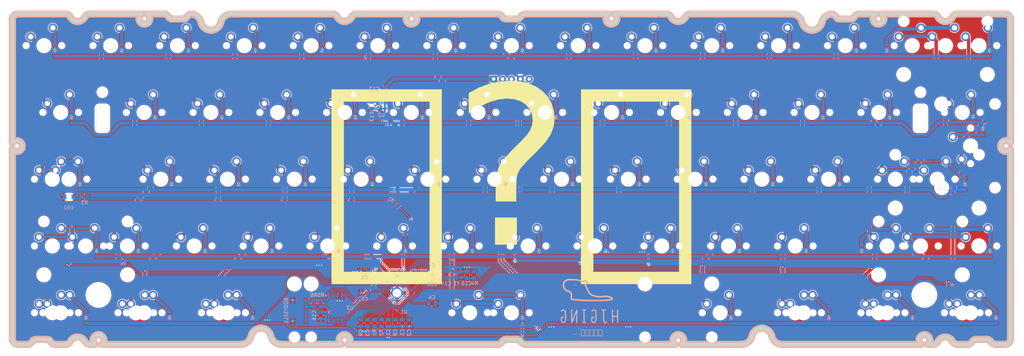
<source format=kicad_pcb>
(kicad_pcb (version 20240108) (generator "pcbnew") (generator_version "8.0")
  (layers (0 "F.Cu" signal) (31 "B.Cu" signal) (34 "B.Paste" user) (35 "F.Paste" user) (36 "B.SilkS" user "B.Silkscreen") (37 "F.SilkS" user "F.Silkscreen") (38 "B.Mask" user) (39 "F.Mask" user) (44 "Edge.Cuts" user))
  (net 0 "")
  (net 1 "+3V3")
  (net 2 "GND")
  (net 3 "+1V1")
  (net 4 "VBUS")
  (net 5 "Net-(U1-XIN)")
  (net 6 "Net-(C15-Pad2)")
  (net 7 "Row0")
  (net 8 "Net-(D2-A)")
  (net 9 "Net-(D3-A)")
  (net 10 "Net-(D4-A)")
  (net 11 "Net-(D5-A)")
  (net 12 "Net-(D6-A)")
  (net 13 "Net-(D7-A)")
  (net 14 "Net-(D8-A)")
  (net 15 "Net-(D9-A)")
  (net 16 "Net-(D10-A)")
  (net 17 "Net-(D11-A)")
  (net 18 "Net-(D12-A)")
  (net 19 "Net-(D13-A)")
  (net 20 "Net-(D14-A)")
  (net 21 "Net-(D15-A)")
  (net 22 "Row1")
  (net 23 "Net-(D16-A)")
  (net 24 "Net-(D17-A)")
  (net 25 "Net-(D18-A)")
  (net 26 "Net-(D19-A)")
  (net 27 "Net-(D20-A)")
  (net 28 "Net-(D21-A)")
  (net 29 "Net-(D22-A)")
  (net 30 "Net-(D23-A)")
  (net 31 "Net-(D24-A)")
  (net 32 "Net-(D25-A)")
  (net 33 "Net-(D26-A)")
  (net 34 "Net-(D27-A)")
  (net 35 "Net-(D28-A)")
  (net 36 "Net-(D29-A)")
  (net 37 "Row2")
  (net 38 "Net-(D30-A)")
  (net 39 "Net-(D31-A)")
  (net 40 "Net-(D32-A)")
  (net 41 "Net-(D33-A)")
  (net 42 "Net-(D34-A)")
  (net 43 "Net-(D35-A)")
  (net 44 "Net-(D36-A)")
  (net 45 "Net-(D37-A)")
  (net 46 "Net-(D38-A)")
  (net 47 "Net-(D39-A)")
  (net 48 "Net-(D40-A)")
  (net 49 "Net-(D41-A)")
  (net 50 "Net-(D42-A)")
  (net 51 "Row3")
  (net 52 "Net-(D43-A)")
  (net 53 "Net-(D44-A)")
  (net 54 "Net-(D45-A)")
  (net 55 "Net-(D46-A)")
  (net 56 "Net-(D47-A)")
  (net 57 "Net-(D48-A)")
  (net 58 "Net-(D49-A)")
  (net 59 "Net-(D50-A)")
  (net 60 "Net-(D51-A)")
  (net 61 "Net-(D52-A)")
  (net 62 "Net-(D53-A)")
  (net 63 "Net-(D54-A)")
  (net 64 "Row4")
  (net 65 "Net-(D55-A)")
  (net 66 "Net-(D56-A)")
  (net 67 "Net-(D57-A)")
  (net 68 "Net-(D58-A)")
  (net 69 "Net-(D59-A)")
  (net 70 "Net-(D60-A)")
  (net 71 "Net-(D61-A)")
  (net 72 "Net-(D64-A)")
  (net 73 "Col0")
  (net 74 "Col1")
  (net 75 "Col2")
  (net 76 "Col3")
  (net 77 "Col4")
  (net 78 "Col5")
  (net 79 "Col6")
  (net 80 "Col7")
  (net 81 "Col8")
  (net 82 "Col9")
  (net 83 "Col10")
  (net 84 "Col11")
  (net 85 "Col12")
  (net 86 "Col13")
  (net 88 "/QSPI_SS")
  (net 89 "/QSPI_SCLK")
  (net 90 "/QSPI_SD3")
  (net 91 "/QSPI_SD2")
  (net 92 "/QSPI_SD1")
  (net 93 "SWD")
  (net 94 "SWCLK")
  (net 95 "/QSPI_SD0")
  (net 96 "Net-(U1-XOUT)")
  (net 97 "Net-(BOOTSEL1-Pad2)")
  (net 98 "Col14")
  (net 99 "Net-(U1-USB_DP)")
  (net 100 "Net-(U1-USB_DM)")
  (net 105 "Net-(D1-K)")
  (net 106 "Net-(D62-A)")
  (net 107 "DP")
  (net 108 "DM")
  (net 113 "Net-(D63-A)")
  (net 114 "Net-(D65-A)")
  (net 115 "Net-(U1-GPIO10)")
  (net 116 "Net-(D66-A)")
  (net 118 "unconnected-(U1-GPIO21-Pad32)")
  (footprint "ScottoKeebs_MX:MX_PCB_1.00u_NoSilkscreen3" (layer "F.Cu") (at 159.54375 90.4875)
    (property "Reference" "MX47" (hide yes))
    (property "Value" "MX_SW_solder")
  )
  (footprint "ScottoKeebs_MX:MX_PCB_1.00u_NoSilkscreen3" (layer "F.Cu") (at 278.60625 52.3875)
    (property "Reference" "MX27" (hide yes))
    (property "Value" "MX_SW_solder")
  )
  (footprint "ScottoKeebs_MX:MX_PCB_1.00u_NoSilkscreen3" (layer "F.Cu") (at 145.25625 52.3875)
    (property "Reference" "MX20" (hide yes))
    (property "Value" "MX_SW_solder")
  )
  (footprint "ScottoKeebs_MX:MX_PCB_1.00u_NoSilkscreen3" (layer "F.Cu") (at 302.41875 52.3875)
    (property "Reference" "MX28" (hide yes))
    (property "Value" "MX_SW_solder")
  )
  (footprint "ScottoKeebs_MX:MX_PCB_1.00u_NoSilkscreen3" (layer "F.Cu") (at 169.06875 71.4375)
    (property "Reference" "MX35" (hide yes))
    (property "Value" "MX_SW_solder")
  )
  (footprint "ScottoKeebs_MX:MX_PCB_1.00u_NoSilkscreen3" (layer "F.Cu") (at 116.68125 33.3375)
    (property "Reference" "MX5" (hide yes))
    (property "Value" "MX_SW_solder")
  )
  (footprint "hjcustom:pogo_2.54mm_1x5" (layer "F.Cu") (at 173.83125 42.8625 180)
    (property "Reference" "J1" (hide yes))
    (property "Value" "Conn_01x05")
  )
  (footprint "ScottoKeebs_MX:MX_PCB_1.00u_NoSilkscreen3" (layer "F.Cu") (at 102.39375 90.4875)
    (property "Reference" "MX44" (hide yes))
    (property "Value" "MX_SW_solder")
  )
  (footprint "ScottoKeebs_MX:MX_PCB_1.00u_NoSilkscreen3" (layer "F.Cu") (at 164.30625 52.3875)
    (property "Reference" "MX21" (hide yes))
    (property "Value" "MX_SW_solder")
  )
  (footprint "ScottoKeebs_MX:MX_PCB_1.00u_NoSilkscreen3" (layer "F.Cu") (at 173.83125 33.3375)
    (property "Reference" "MX8" (hide yes))
    (property "Value" "MX_SW_solder")
  )
  (footprint "ScottoKeebs_MX:MX_PCB_1.00u_NoSilkscreen3" (layer "F.Cu") (at 92.86875 109.5375)
    (property "Reference" "MX69" (hide yes))
    (property "Value" "MX_SW_solder")
  )
  (footprint "ScottoKeebs_MX:MX_PCB_1.00u_NoSilkscreen3" (layer "F.Cu") (at 233.3625 109.5375)
    (property "Reference" "MX58" (hide yes))
    (property "Value" "MX_SW_solder")
  )
  (footprint "ScottoKeebs_MX:MX_PCB_1.00u_NoSilkscreen3" (layer "F.Cu") (at 150.01875 71.4375)
    (property "Reference" "MX34" (hide yes))
    (property "Value" "MX_SW_solder")
  )
  (footprint "ScottoKeebs_MX:MX_PCB_1.00u_NoSilkscreen3" (layer "F.Cu") (at 92.86875 71.4375)
    (property "Reference" "MX31" (hide yes))
    (property "Value" "MX_SW_solder")
  )
  (footprint "ScottoKeebs_MX:MX_PCB_1.00u_NoSilkscreen3" (layer "F.Cu") (at 78.58125 33.3375)
    (property "Reference" "MX3" (hide yes))
    (property "Value" "MX_SW_solder")
  )
  (footprint "ScottoKeebs_MX:MX_PCB_1.00u_NoSilkscreen3" (layer "F.Cu") (at 154.78125 33.3375)
    (property "Reference" "MX7" (hide yes))
    (property "Value" "MX_SW_solder")
  )
  (footprint "ScottoKeebs_MX:MX_PCB_1.00u_NoSilkscreen3" (layer "F.Cu") (at 280.9875 109.5375)
    (property "Reference" "MX60" (hide yes))
    (property "Value" "MX_SW_solder")
  )
  (footprint "ScottoKeebs_MX:MX_PCB_1.00u_NoSilkscreen3" (layer "F.Cu") (at 126.20625 52.3875)
    (property "Reference" "MX19" (hide yes))
    (property "Value" "MX_SW_solder")
  )
  (footprint "ScottoKeebs_MX:MX_PCB_1.00u_NoSilkscreen3" (layer "F.Cu") (at 269.08125 33.3375)
    (property "Reference" "MX13" (hide yes))
    (property "Value" "MX_SW_solder")
  )
  (footprint "ScottoKeebs_MX:MX_PCB_1.00u_NoSilkscreen3" (layer "F.Cu") (at 140.49375 90.4875)
    (property "Reference" "MX46" (hide yes))
    (property "Value" "MX_SW_solder")
  )
  (footprint "ScottoKeebs_MX:MX_PCB_1.00u_NoSilkscreen3" (layer "F.Cu") (at 121.44375 90.4875)
    (property "Reference" "MX45" (hide yes))
    (property "Value" "MX_SW_solder")
  )
  (footprint "ScottoKeebs_MX:MX_PCB_1.00u_NoSilkscreen3" (layer "F.Cu") (at 278.60625 109.5375)
    (property "Reference" "MX71" (hide yes))
    (property "Value" "MX_SW_solder")
  )
  (footprint "ScottoKeebs_MX:MX_PCB_1.00u_NoSilkscreen3" (layer "F.Cu") (at 178.59375 90.4875)
    (property "Reference" "MX48" (hide yes))
    (property "Value" "MX_SW_solder")
  )
  (footprint "ScottoKeebs_MX:MX_PCB_1.00u_NoSilkscreen3" (layer "F.Cu") (at 52.3875 90.4875)
    (property "Reference" "MX42" (hide yes))
    (property "Value" "MX_SW_solder")
  )
  (footprint "ScottoKeebs_Stabilizer:Stabilizer_MX_2.00u" (layer "F.Cu") (at 295.275 71.4375)
    (property "Reference" "S41" (hide yes))
    (property "Value" "MX_stab")
  )
  (footprint "ScottoKeebs_MX:MX_PCB_1.00u_NoSilkscreen3" (layer "F.Cu") (at 97.63125 33.3375)
    (property "Reference" "MX4" (hide yes))
    (property "Value" "MX_SW_solder")
  )
  (footprint "ScottoKeebs_Stabilizer:Stabilizer_MX_2.00u" (layer "F.Cu") (at 290.5125 90.4875)
    (property "Reference" "S53" (hide yes))
    (property "Value" "MX_stab")
  )
  (footprint "ScottoKeebs_MX:MX_PCB_1.00u_NoSilkscreen3" (layer "F.Cu") (at 259.55625 52.3875)
    (property "Reference" "MX26" (hide yes))
    (property "Value" "MX_SW_solder")
  )
  (footprint "ScottoKeebs_MX:MX_PCB_1.00u_NoSilkscreen3" (layer "F.Cu") (at 173.83125 109.5375)
    (property "Reference" "MX73" (hide yes))
    (property "Value" "MX_SW_solder")
  )
  (footprint "ScottoKeebs_MX:MX_PCB_1.00u_NoSilkscreen3" (layer "F.Cu") (at 83.34375 90.4875)
    (property "Reference" "MX43" (hide yes))
    (property "Value" "MX_SW_solder")
  )
  (footprint "ScottoKeebs_MX:MX_PCB_1.00u_NoSilkscreen3" (layer "F.Cu") (at 135.73125 33.3375)
    (property "Reference" "MX6" (hide yes))
    (property "Value" "MX_SW_solder")
  )
  (footprint "ScottoKeebs_MX:MX_PCB_1.00u_NoSilkscreen3" (layer "F.Cu") (at 111.91875 71.4375)
    (property "Reference" "MX32" (hide yes))
    (property "Value" "MX_SW_solder")
  )
  (footprint "ScottoKeebs_MX:MX_PCB_1.00u_NoSilkscreen3" (layer "F.Cu") (at 283.36875 71.4375)
    (property "Reference" "MX74" (hide yes))
    (property "Value" "MX_SW_solder")
  )
  (footprint "ScottoKeebs_Stabilizer:Stabilizer_MX_6.25u" (layer "F.Cu") (at 161.925 109.5375 180)
    (property "Reference" "S57" (hide yes))
    (property "Value" "MX_stab")
  )
  (footprint "ScottoKeebs_MX:MX_PCB_1.00u_NoSilkscreen3" (layer "F.Cu") (at 88.10625 52.3875)
    (property "Reference" "MX17" (hide yes))
    (property "Value" "MX_SW_solder")
  )
  (footprint "ScottoKeebs_MX:MX_PCB_1.00u_NoSilkscreen3" (layer "F.Cu") (at 211.93125 33.3375)
    (property "Reference" "MX10" (hide yes))
    (property "Value" "MX_SW_solder")
  )
  (footprint "ScottoKeebs_Stabilizer:Stabilizer_MX_2.00u" (layer "F.Cu") (at 304.8 61.9125 -90)
    (property "Reference" "S2" (hide yes))
    (property "Value" "MX_stab")
  )
  (footprint "ScottoKeebs_MX:MX_PCB_1.00u_NoSilkscreen3" (layer "F.Cu") (at 304.8 61.9125 90)
    (property "Reference" "MX75" (hide yes))
    (property "Value" "MX_SW_solder")
  )
  (footprint "ScottoKeebs_MX:MX_PCB_1.00u_NoSilkscreen3" (layer "F.Cu") (at 257.175 109.5375)
    (property "Reference" "MX59" (hide yes))
    (property "Value" "MX_SW_solder")
  )
  (footprint "ScottoKeebs_MX:MX_PCB_1.00u_NoSilkscreen3" (layer "F.Cu") (at 45.24375 52.3875)
    (property "Reference" "MX15" (hide yes))
    (property "Value" "MX_SW_solder")
  )
  (footprint "ScottoKeebs_MX:MX_PCB_1.00u_NoSilkscreen3" (layer "F.Cu") (at 192.88125 33.3375)
    (property "Reference" "MX9" (hide yes))
    (property "Value" "MX_SW_solder")
  )
  (footprint "ScottoKeebs_MX:MX_PCB_1.00u_NoSilkscreen3" (layer "F.Cu") (at 66.675 109.5375)
    (property "Reference" "MX55" (hide yes))
    (property "Value" "MX_SW_solder")
  )
  (footprint "ScottoKeebs_MX:MX_PCB_1.00u_NoSilkscreen3" (layer "F.Cu") (at 90.4875 109.5375)
    (property "Reference" "MX56" (hide yes))
    (property "Value" "MX_SW_solder")
  )
  (footprint "ScottoKeebs_MX:MX_PCB_1.00u_NoSilkscreen3" (layer "F.Cu") (at 64.29375 90.4875)
    (property "Reference" "MX77" (hide yes))
    (property "Value" "MX_SW_solder")
  )
  (footprint "ScottoKeebs_MX:MX_PCB_1.00u_NoSilkscreen3" (layer "F.Cu") (at 304.8 109.5375)
    (property "Reference" "MX61" (hide yes))
    (property "Value" "MX_SW_solder")
  )
  (footprint "ScottoKeebs_MX:MX_PCB_1.00u_NoSilkscreen3" (layer "F.Cu") (at 216.69375 90.4875)
    (property "Reference" "MX50" (hide yes))
    (property "Value" "MX_SW_solder")
  )
  (footprint "ScottoKeebs_MX:MX_PCB_1.00u_NoSilkscreen3" (layer "F.Cu") (at 240.50625 52.3875)
    (property "Reference" "MX25" (hide yes))
    (property "Value" "MX_SW_solder")
  )
  (footprint "ScottoKeebs_MX:MX_PCB_1.00u_NoSilkscreen3" (layer "F.Cu") (at 295.275 71.4375)
    (property "Reference" "MX41" (hide yes))
    (property "Value" "MX_SW_solder")
  )
  (footprint "ScottoKeebs_MX:MX_PCB_1.00u_NoSilkscreen3" (layer "F.Cu") (at 307.18125 90.4875)
    (property "Reference" "MX66" (hide yes))
    (property "Value" "MX_SW_solder")
  )
  (footprint "ScottoKeebs_Stabilizer:Stabilizer_MX_7.00u" (layer "F.Cu") (at 173.83125 109.5375 180)
    (property "Reference" "S1" (hide yes))
    (property "Value" "MX_stab")
  )
  (footprint "ScottoKeebs_MX:MX_PCB_1.00u_NoSilkscreen3" (layer "F.Cu") (at 188.11875 71.4375)
    (property "Reference" "MX36" (hide yes))
    (property "Value" "MX_SW_solder")
  )
  (footprint "ScottoKeebs_MX:MX_PCB_1.00u_NoSilkscreen3" (layer "F.Cu") (at 42.8625 71.4375)
    (property "Reference" "MX65" (hide yes))
    (property "Value" "MX_SW_solder")
  )
  (footprint "ScottoKeebs_MX:MX_PCB_1.00u_NoSilkscreen3" (layer "F.Cu") (at 221.45625 52.3875)
    (property "Reference" "MX24" (hide yes))
    (property "Value" "MX_SW_solder")
  )
  (footprint "ScottoKeebs_MX:MX_PCB_1.00u_NoSilkscreen3" (layer "F.Cu") (at 250.03125 33.3375)
    (property "Reference" "MX12" (hide yes))
    (property "Value" "MX_SW_solder")
  )
  (footprint "ScottoKeebs_MX:MX_PCB_1.00u_NoSilkscreen3" (layer "F.Cu") (at 290.5125 90.4875)
    (property "Reference" "MX53" (hide yes))
    (property "Value" "MX_SW_solder")
  )
  (footprint "ScottoKeebs_MX:MX_PCB_1.00u_NoSilkscreen3" (layer "F.Cu") (at 230.98125 33.3375)
    (property "Reference" "MX11" (hide yes))
    (property "Value" "MX_SW_solder")
  )
  (footprint "ScottoKeebs_MX:MX_PCB_1.00u_NoSilkscreen3" (layer "F.Cu") (at 59.53125 33.3375)
    (property "Reference" "MX2" (hide yes))
    (property "Value" "MX_SW_solder")
  )
  (footprint "ScottoKeebs_MX:MX_PCB_1.00u_NoSilkscreen3" (layer "F.Cu") (at 42.8625 109.5375)
    (property "Reference" "MX54" (hide yes))
    (property "Value" "MX_SW_solder")
  )
  (footprint "ScottoKeebs_MX:MX_PCB_1.00u_NoSilkscreen3" (layer "F.Cu") (at 42.8625 90.4875)
    (property "Reference" "MX76" (hide yes))
    (property "Value" "MX_SW_solder")
  )
  (footprint "ScottoKeebs_MX:MX_PCB_1.00u_NoSilkscreen3" (layer "F.Cu") (at 130.96875 71.4375)
    (property "Reference" "MX33" (hide yes))
    (property "Value" "MX_SW_solder")
  )
  (footprint "ScottoKeebs_MX:MX_PCB_1.00u_NoSilkscreen3" (layer "F.Cu") (at 302.41875 109.5375)
    (property "Reference" "MX72" (hide yes))
    (property "Value" "MX_SW_solder")
  )
  (footprint "ScottoKeebs_MX:MX_PCB_1.00u_NoSilkscreen3" (layer "F.Cu") (at 202.40625 52.3875)
    (property "Reference" "MX23" (hide yes))
    (property "Value" "MX_SW_solder")
  )
  (footprint "ScottoKeebs_MX:MX_PCB_1.00u_NoSilkscreen3" (layer "F.Cu") (at 254.79375 90.4875)
    (property "Reference" "MX52" (hide yes))
    (property "Value" "MX_SW_solder")
  )
  (footprint "ScottoKeebs_MX:MX_PCB_1.00u_NoSilkscreen3" (layer "F.Cu") (at 207.16875 71.4375)
    (property "Reference" "MX37" (hide yes))
    (property "Value" "MX_SW_solder")
  )
  (footprint "ScottoKeebs_MX:MX_PCB_1.00u_NoSilkscreen3" (layer "F.Cu") (at 69.05625 52.3875)
    (property "Reference" "MX16" (hide yes))
    (property "Value" "MX_SW_solder")
  )
  (footprint "ScottoKeebs_MX:MX_PCB_1.00u_NoSilkscreen3" (layer "F.Cu") (at 235.74375 90.4875)
    (property "Reference" "MX51" (hide yes))
    (property "Value" "MX_SW_solder")
  )
  (footprint "ScottoKeebs_MX:MX_PCB_1.00u_NoSilkscreen3" (layer "F.Cu") (at 245.26875 71.4375)
    (property "Reference" "MX39" (hide yes))
    (property "Value" "MX_SW_solder")
  )
  (footprint "ScottoKeebs_MX:MX_PCB_1.00u_NoSilkscreen3" (layer "F.Cu") (at 280.9875 90.4875)
    (property "Reference" "MX62" (hide yes))
    (property "Value" "MX_SW_solder")
  )
  (footprint "ScottoKeebs_MX:MX_PCB_1.00u_NoSilkscreen3" (layer "F.Cu") (at 226.21875 71.4375)
    (property "Reference" "MX38" (hide yes))
    (property "Value" "MX_SW_solder")
  )
  (footprint "ScottoKeebs_MX:MX_PCB_1.00u_NoSilkscreen3" (layer "F.Cu") (at 40.48125 33.3375)
    (property "Reference" "MX1" (hide yes))
    (property "Value" "MX_SW_solder")
  )
  (footprint "ScottoKeebs_MX:MX_PCB_1.00u_NoSilkscreen3" (layer "F.Cu") (at 264.31875 71.4375)
    (property "Reference" "MX40" (hide yes))
    (property "Value" "MX_SW_solder")
  )
  (footprint "ScottoKeebs_MX:MX_PCB_1.00u_NoSilkscreen3" (layer "F.Cu") (at 107.15625 52.3875)
    (property "Reference" "MX18" (hide yes))
    (property "Value" "MX_SW_solder")
  )
  (footprint "ScottoKeebs_MX:MX_PCB_1.00u_NoSilkscreen3" (layer "F.Cu") (at 254.79375 109.5375)
    (property "Reference" "MX70" (hide yes))
    (property "Value" "MX_SW_solder")
  )
  (footprint "ScottoKeebs_Stabilizer:Stabilizer_MX_2.00u" (layer "F.Cu") (at 297.65625 33.3375)
    (property "Reference" "S14" (hide yes))
    (property "Value" "MX_stab")
  )
  (footprint "ScottoKeebs_Stabilizer:Stabilizer_MX_2.00u" (layer "F.Cu") (at 52.3875 90.4875)
    (property "Reference" "S42" (hide yes))
    (property "Value" "MX_stab")
  )
  (footprint "ScottoKeebs_MX:MX_PCB_1.00u_NoSilkscreen3" (layer "F.Cu") (at 197.64375 90.4875)
    (property "Reference" "MX49" (hide yes))
    (property "Value" "MX_SW_solder")
  )
  (footprint "ScottoKeebs_MX:MX_PCB_1.00u_NoSilkscreen3" (layer "F.Cu") (at 47.625 71.4375)
    (property "Reference" "MX29" (hide yes))
    (property "Value" "MX_SW_solder")
  )
  (footprint "ScottoKeebs_MX:MX_PCB_1.00u_NoSilkscreen3" (layer "F.Cu") (at 161.925 109.5375)
    (property "Reference" "MX57" (hide yes))
    (property "Value" "MX_SW_solder")
  )
  (footprint "ScottoKeebs_MX:MX_PCB_1.00u_NoSilkscreen3" (layer "F.Cu") (at 69.05625 109.5375)
    (property "Reference" "MX68" (hide yes))
    (property "Value" "MX_SW_solder")
  )
  (footprint "ScottoKeebs_MX:MX_PCB_1.00u_NoSilkscreen3" (layer "F.Cu") (at 73.81875 71.4375)
    (property "Reference" "MX30" (hide yes))
    (property "Value" "MX_SW_solder")
  )
  (footprint "ScottoKeebs_MX:MX_PCB_1.00u_NoSilkscreen3" (layer "F.Cu") (at 288.13125 33.3375)
    (property "Reference" "MX63" (hide yes))
    (property "Value" "MX_SW_solder")
  )
  (footprint "ScottoKeebs_MX:MX_PCB_1.00u_NoSilkscreen3" (layer "F.Cu") (at 45.24375 109.5375)
    (property "Reference" "MX67" (hide yes))
    (property "Value" "MX_SW_solder")
  )
  (footprint "ScottoKeebs_MX:MX_PCB_1.00u_NoSilkscreen3" (layer "F.Cu") (at 183.35625 52.3875)
    (property "Reference" "MX22" (hide yes))
    (property "Value" "MX_SW_solder")
  )
  (footprint "ScottoKeebs_MX:MX_PCB_1.00u_NoSilkscreen3" (layer "F.Cu") (at 297.65625 33.3375)
    (property "Reference" "MX14" (hide yes))
    (property "Value" "MX_SW_solder")
  )
  (footprint "ScottoKeebs_MX:MX_PCB_1.00u_NoSilkscreen3" (layer "F.Cu") (at 307.18125 33.3375)
    (property "Reference" "MX64" (hide yes))
    (property "Value" "MX_SW_solder")
  )
  (footprint "Capacitor_SMD:C_0805_2012Metric" (layer "B.Cu") (at 151.175 97.675 180)
    (property "Reference" "C7")
    (property "Value" "100n")
  )
  (footprint "ScottoKeebs_Components:Diode_SOD-123_noref" (layer "B.Cu") (at 76.9375 72.81875 90)
    (property "Reference" "D30" (hide yes))
    (property "Value" "D_Small")
  )
  (footprint "Oscillator:Oscillator_SMD_EuroQuartz_XO32-4Pin_3.2x2.5mm" (layer "B.Cu") (at 158.175 98.675 -90)
    (property "Reference" "Y1")
    (property "Value" "YSX321SL")
  )
  (footprint "hjcustom:KT-0805W" (layer "B.Cu") (at 47.625 76.475)
    (property "Reference" "D65")
    (property "Value" "LED")
    (fp_poly (pts (xy 0.7 -0.7) (xy -0.7 -0.7) (xy -0.7 0.7) (xy 0.7 0.7)) (stroke (width 0.05)) (fill none) (layer "Edge.Cuts"))
  )
  (footprint "ScottoKeebs_Components:Diode_SOD-123_noref" (layer "B.Cu") (at 148.375 53.76875 90)
    (property "Reference" "D20" (hide yes))
    (property "Value" "D_Small")
  )
  (footprint "ScottoKeebs_Components:Diode_SOD-123_noref" (layer "B.Cu") (at 62.65 34.71875 90)
    (property "Reference" "D2" (hide yes))
    (property "Value" "D_Small")
  )
  (footprint "Capacitor_SMD:C_0805_2012Metric" (layer "B.Cu") (at 134.675 47.35 180)
    (property "Reference" "C12")
    (property "Value" "1u")
  )
  (footprint "ScottoKeebs_Components:Diode_SOD-123_noref" (layer "B.Cu") (at 67.4125 91.86875 90)
    (property "Reference" "D66" (hide yes))
    (property "Value" "D_Small")
  )
  (footprint "ScottoKeebs_Components:Diode_SOD-123_noref" (layer "B.Cu") (at 76.30625 110.91875 90)
    (property "Reference" "D55" (hide yes))
    (property "Value" "D_Small")
  )
  (footprint "ScottoKeebs_Components:Diode_SOD-123_noref" (layer "B.Cu") (at 205.525 53.76875 90)
    (property "Reference" "D23" (hide yes))
    (property "Value" "D_Small")
  )
  (footprint "Capacitor_SMD:C_0805_2012Metric" (layer "B.Cu") (at 119.4 110.3 -90)
    (property "Reference" "C16")
    (property "Value" "100n")
  )
  (footprint "ScottoKeebs_Components:Diode_SOD-123_noref" (layer "B.Cu") (at 81.7 34.71875 90)
    (property "Reference" "D3" (hide yes))
    (property "Value" "D_Small")
  )
  (footprint "ScottoKeebs_Components:Diode_SOD-123_noref" (layer "B.Cu") (at 273.7375 91.86875 90)
    (property "Reference" "D62" (hide yes))
    (property "Value" "D_Small")
  )
  (footprint "ScottoKeebs_Components:Diode_SOD-123_noref" (layer "B.Cu") (at 186.475 53.76875 90)
    (property "Reference" "D22" (hide yes))
    (property "Value" "D_Small")
  )
  (footprint "Package_TO_SOT_SMD:SOT-23" (layer "B.Cu") (at 136.762501 50.35 90)
    (property "Reference" "U2")
    (property "Value" "XC6206PxxxMR")
  )
  (footprint "Capacitor_SMD:C_0805_2012Metric" (layer "B.Cu") (at 131.925 103.937214)
    (property "Reference" "C5")
    (property "Value" "100n")
  )
  (footprint "ScottoKeebs_Components:Diode_SOD-123_noref" (layer "B.Cu") (at 105.5125 91.86875 90)
    (property "Reference" "D44" (hide yes))
    (property "Value" "D_Small")
  )
  (footprint "ScottoKeebs_Components:Diode_SOD-123_noref" (layer "B.Cu") (at 224.575 53.76875 90)
    (property "Reference" "D24" (hide yes))
    (property "Value" "D_Small")
  )
  (footprint "ScottoKeebs_Components:Diode_SOD-123_noref" (layer "B.Cu") (at 280.88125 34.71875 90)
    (property "Reference" "D14" (hide yes))
    (property "Value" "D_Small")
  )
  (footprint "ScottoKeebs_Components:Diode_SOD-123_noref" (layer "B.Cu") (at 91.225 53.76875 90)
    (property "Reference" "D17" (hide yes))
    (property "Value" "D_Small")
  )
  (footprint "ScottoKeebs_Components:Diode_SOD-123_noref" (layer "B.Cu") (at 288.2375 110.91875 90)
    (property "Reference" "D60" (hide yes))
    (property "Value" "D_Small")
  )
  (footprint "ScottoKeebs_Components:Diode_SOD-123_noref" (layer "B.Cu") (at 124.5625 91.86875 90)
    (property "Reference" "D45" (hide yes))
    (property "Value" "D_Small")
  )
  (footprint "ScottoKeebs_Components:Diode_SOD-123_noref" (layer "B.Cu") (at 50.74375 72.81875 90)
    (property "Reference" "D29" (hide yes))
    (property "Value" "D_Small")
  )
  (footprint "ScottoKeebs_Components:Diode_SOD-123_noref" (layer "B.Cu") (at 236.48125 110.91875 90)
    (property "Reference" "D58" (hide yes))
    (property "Value" "D_Small")
  )
  (footprint "ScottoKeebs_Components:Diode_SOD-123_noref" (layer "B.Cu") (at 272.2 34.71875 90)
    (property "Reference" "D13" (hide yes))
    (property "Value" "D_Small")
  )
  (footprint "ScottoKeebs_Components:Diode_SOD-123_noref" (layer "B.Cu") (at 248.3875 72.81875 90)
    (property "Reference" "D39" (hide yes))
    (property "Value" "D_Small")
  )
  (footprint "ScottoKeebs_Components:Diode_SOD-123_noref" (layer "B.Cu") (at 110.275 53.76875 90)
    (property "Reference" "D18" (hide yes))
    (property "Value" "D_Small")
  )
  (footprint "Resistor_SMD:R_0805_2012Metric" (layer "B.Cu") (at 117.45 106.85 90)
    (property "Reference" "R6")
    (property "Value" "1k")
  )
  (footprint "ScottoKeebs_Components:Diode_SOD-123_noref" (layer "B.Cu") (at 234.1 34.71875 90)
    (property "Reference" "D11" (hide yes))
    (property "Value" "D_Small")
  )
  (footprint "ScottoKeebs_Components:Diode_SOD-123_noref" (layer "B.Cu") (at 262.675 53.76875 90)
    (property "Reference" "D26" (hide yes))
    (property "Value" "D_Small")
  )
  (footprint "ScottoKeebs_Components:Diode_SOD-123_noref" (layer "B.Cu") (at 95.9875 72.81875 90)
    (property "Reference" "D31" (hide yes))
    (property "Value" "D_Small")
  )
  (footprint "ScottoKeebs_Components:Diode_SOD-123_noref" (layer "B.Cu") (at 100.75 34.71875 90)
    (property "Reference" "D4" (hide yes))
    (property "Value" "D_Small")
  )
  (footprint "ScottoKeebs_Components:Diode_SOD-123_noref" (layer "B.Cu") (at 157.9 34.71875 90)
    (property "Reference" "D7" (hide yes))
    (property "Value" "D_Small")
  )
  (footprint "ScottoKeebs_Components:Diode_SOD-123_noref" (layer "B.Cu") (at 267.4375 72.81875 90)
    (property "Reference" "D40" (hide yes))
    (property "Value" "D_Small")
  )
  (footprint "ScottoKeebs_Components:Diode_SOD-123_noref" (layer "B.Cu") (at 100.0125 110.91875 90)
    (property "Reference" "D56" (hide yes))
    (property "Value" "D_Small")
  )
  (footprint "ScottoKeebs_Components:Diode_SOD-123_noref" (layer "B.Cu") (at 257.9125 91.86875 90)
    (property "Reference" "D52" (hide yes))
    (property "Value" "D_Small")
  )
  (footprint "ScottoKeebs_Components:Diode_SOD-123_noref" (layer "B.Cu") (at 143.6125 91.86875 90)
    (property "Reference" "D46" (hide yes))
    (property "Value" "D_Small")
  )
  (footprint "ScottoKeebs_Components:Diode_SOD-123_noref" (layer "B.Cu") (at 312.05 110.91875 90)
    (property "Reference" "D61" (hide yes))
    (property "Value" "D_Small")
  )
  (footprint "ScottoKeebs_Components:Diode_SOD-123_noref" (layer "B.Cu") (at 191.2375 72.81875 90)
    (property "Reference" "D36" (hide yes))
    (property "Value" "D_Small")
  )
  (footprint "ScottoKeebs_Components:Diode_SOD-123_noref" (layer "B.Cu") (at 138.85 34.71875 90)
    (property "Reference" "D6" (hide yes))
    (property "Value" "D_Small")
  )
  (footprint "ScottoKeebs_Components:Diode_SOD-123_noref" (layer "B.Cu") (at 86.4625 91.86875 90)
    (property "Reference" "D43" (hide yes))
    (property "Value" "D_Small")
  )
  (footprint "ScottoKeebs_Components:Diode_SOD-123_noref" (layer "B.Cu") (at 238.8625 91.86875 90)
    (property "Reference" "D51" (hide yes))
    (property "Value" "D_Small")
  )
  (footprint "Package_SO:SOIC-8_5.23x5.23mm_P1.27mm" (layer "B.Cu") (at 123.625 108.125 -90)
    (property "Reference" "U3")
    (property "Value" "W25Q128JVS")
  )
  (footprint "ScottoKeebs_Components:Diode_SOD-123_noref" (layer "B.Cu") (at 52.49375 110.91875 90)
    (property "Reference" "D54" (hide yes))
    (property "Value" "D_Small")
  )
  (footprint "ScottoKeebs_Components:Diode_SOD-123_noref" (layer "B.Cu") (at 55.50625 91.86875 90)
    (property "Reference" "D42" (hide yes))
    (property "Value" "D_Small")
  )
  (footprint "ScottoKeebs_Components:Diode_SOD-123_noref" (layer "B.Cu") (at 115.0375 72.81875 90)
    (property "Reference" "D32" (hide yes))
    (property "Value" "D_Small")
  )
  (footprint "Capacitor_SMD:C_0805_2012Metric" (layer "B.Cu") (at 155.175 98.650001 90)
    (property "Reference" "C14")
    (property "Value" "33p")
  )
  (footprint "ScottoKeebs_Components:Diode_SOD-123_noref" (layer "B.Cu") (at 253.15 34.71875 90)
    (property "Reference" "D12" (hide yes))
    (property "Value" "D_Small")
  )
  (footprint "ScottoKeebs_Components:Diode_SOD-123_noref" (layer "B.Cu") (at 305.5375 53.525 90)
    (property "Reference" "D28" (hide yes))
    (property "Value" "D_Small")
  )
  (footprint "Capacitor_SMD:C_0805_2012Metric" (layer "B.Cu") (at 133.95 50.35 90)
    (property "Reference" "C13")
    (property "Value" "1u")
  )
  (footprint "ScottoKeebs_Components:Diode_SOD-123_noref" (layer "B.Cu") (at 48.3625 53.76875 90)
    (property "Reference" "D15" (hide yes))
    (property "Value" "D_Small")
  )
  (footprint "Capacitor_SMD:C_0805_2012Metric" (layer "B.Cu") (at 130.8 112.475 -90)
    (property "Reference" "C9")
    (property "Value" "100n")
  )
  (footprint "Capacitor_SMD:C_0805_2012Metric" (layer "B.Cu") (at 142.675 112.474999 90)
    (property "Reference" "C1")
    (property "Value" "100n")
  )
  (footprint "ScottoKeebs_Components:Diode_SOD-123_noref" (layer "B.Cu") (at 172.1875 72.81875 90)
    (property "Reference" "D35" (hide yes))
    (property "Value" "D_Small")
  )
  (footprint "Capacitor_SMD:C_0805_2012Metric" (layer "B.Cu") (at 140.675 112.474999 -90)
    (property "Reference" "C8")
    (property "Value" "1u")
  )
  (footprint "ScottoKeebs_Components:Diode_SOD-123_noref" (layer "B.Cu") (at 176.95 34.71875 90)
    (property "Reference" "D8" (hide yes))
    (property "Value" "D_Small")
  )
  (footprint "ScottoKeebs_Components:Diode_SOD-123_noref" (layer "B.Cu") (at 243.625 53.76875 90)
    (property "Reference" "D25" (hide yes))
    (property "Value" "D_Small")
  )
  (footprint "ScottoKeebs_Components:Diode_SOD-123_noref" (layer "B.Cu") (at 281.725 53.76875 90)
    (property "Reference" "D27" (hide yes))
    (property "Value" "D_Small")
  )
  (footprint "ScottoKeebs_Components:Diode_SOD-123_noref" (layer "B.Cu") (at 310.3 91.86875 90)
    (property "Reference" "D53" (hide yes))
    (property "Value" "D_Small")
  )
  (footprint "Capacitor_SMD:C_0805_2012Metric" (layer "B.Cu") (at 151.175 99.675)
    (property "Reference" "C10")
    (property "Value" "100n")
  )
  (footprint "ScottoKeebs_Components:Diode_SOD-123_noref" (layer "B.Cu") (at 308.275 57.075 -90)
    (property "Reference" "D63" (hide yes))
    (property "Value" "D_Small")
  )
  (footprint "ScottoKeebs_Components:Diode_SOD-123_noref" (layer "B.Cu") (at 129.325 53.76875 90)
    (property "Reference" "D19" (hide yes))
    (property "Value" "D_Small")
  )
  (footprint "ScottoKeebs_Components:Diode_SOD-123_noref" (layer "B.Cu") (at 303.225 72.81875 90)
    (property "Reference" "D41" (hide yes))
    (property "Value" "D_Small")
  )
  (footprint "RP2040_minimal:RP2040-QFN-56" (layer "B.Cu") (at 141.176427 103.937214 -45)
    (property "Reference" "U1")
    (property "Value" "RP2040")
  )
  (footprint "Capacitor_SMD:C_0805_2012Metric" (layer "B.Cu") (at 144.675 112.474999 90)
    (property "Reference" "C2")
    (property "Value" "100n")
  )
  (footprint "ScottoKeebs_Components:Diode_SOD-123_noref" (layer "B.Cu") (at 176.95 110.91875 90)
    (property "Reference" "D57" (hide yes))
    (property "Value" "D_Small")
  )
  (footprint "Capacitor_SMD:C_0805_2012Metric" (layer "B.Cu") (at 132.8 112.475 90)
    (property "Reference" "C3")
    (property "Value" "100n")
  )
  (footprint "ScottoKeebs_Components:Diode_SOD-123_noref" (layer "B.Cu") (at 215.05 34.71875 90)
    (property "Reference" "D10" (hide yes))
    (property "Value" "D_Small")
  )
  (footprint "Capacitor_SMD:C_0805_2012Metric" (layer "B.Cu") (at 131.85 97.75)
    (property "Reference" "C6")
    (property "Value" "100n")
  )
  (footprint "Resistor_SMD:R_0805_2012Metric" (layer "B.Cu") (at 136.704327 112.457842 -90)
    (property "Reference" "R2")
    (property "Value" "27.4")
  )
  (footprint "ScottoKeebs_Components:Diode_SOD-123_noref" (layer "B.Cu") (at 72.175 53.76875 90)
    (property "Reference" "D16" (hide yes))
    (property "Value" "D_Small")
  )
  (footprint "ScottoKeebs_Components:Diode_SOD-123_noref" (layer "B.Cu") (at 181.7125 91.86875 90)
    (property "Reference" "D48" (hide yes))
    (property "Value" "D_Small")
  )
  (footprint "ScottoKeebs_Components:Diode_SOD-123_noref" (layer "B.Cu") (at 119.8 34.71875 90)
    (property "Reference" "D5" (hide yes))
    (property "Value" "D_Small")
  )
  (footprint "Resistor_SMD:R_0805_2012Metric" (layer "B.Cu") (at 134.779327 112.457842 90)
    (property "Reference" "R1")
    (property "Value" "27.4")
  )
  (footprint "Capacitor_SMD:C_0805_2012Metric" (layer "B.Cu") (at 161.2 98.725 -90)
    (property "Reference" "C15")
    (property "Value" "33p")
  )
  (footprint "ScottoKeebs_Components:Diode_SOD-123_noref" (layer "B.Cu") (at 210.2875 72.81875 90)
    (property "Reference" "D37" (hide yes))
    (property "Value" "D_Small")
  )
  (footprint "ScottoKeebs_Components:Diode_SOD-123_noref" (layer "B.Cu") (at 310.157813 34.71875 90)
    (property "Reference" "D64" (hide yes))
    (property "Value" "D_Small")
  )
  (footprint "ScottoKeebs_Components:Diode_SOD-123_noref" (layer "B.Cu") (at 264.425 110.91875 90)
    (property "Reference" "D59" (hide yes))
    (property "Value" "D_Small")
  )
  (footprint "ScottoKeebs_Components:Diode_SOD-123_noref" (layer "B.Cu") (at 167.425 53.76875 90)
    (property "Reference" "D21" (hide yes))
    (property "Value" "D_Small")
  )
  (footprint "ScottoKeebs_Components:Diode_SOD-123_noref" (layer "B.Cu") (at 219.8125 91.86875 90)
    (property "Reference" "D50" (hide yes))
    (property "Value" "D_Small")
  )
  (footprint "ScottoKeebs_Components:Diode_SOD-123_noref" (layer "B.Cu") (at 196 34.71875 90)
    (property "Reference" "D9" (hide yes))
    (property "Value" "D_Small")
  )
  (footprint "Resistor_SMD:R_0805_2012Metric" (layer "B.Cu") (at 119.4 106.85 90)
    (property "Reference" "R5")
    (property "Value" "10k")
  )
  (footprint "ScottoKeebs_Components:Diode_SOD-123_noref" (layer "B.Cu") (at 229.3375 72.81875 90)
    (property "Reference" "D38" (hide yes))
    (property "Value" "D_Small")
  )
  (footprint "Capacitor_SMD:C_0805_2012Metric" (layer "B.Cu") (at 138.675 112.475 -90)
    (property "Reference" "C11")
    (property "Value" "1u")
  )
  (footprint "ScottoKeebs_Components:Diode_SOD-123_noref" (layer "B.Cu") (at 43.6 34.71875 -90)
    (property "Reference" "D1" (hide yes))
    (property "Value" "D_Small")
  )
  (footprint "ScottoKeebs_Components:Diode_SOD-123_noref" (layer "B.Cu") (at 153.1375 72.81875 90)
    (property "Reference" "D34" (hide yes))
    (property "Value" "D_Small")
  )
  (footprint "Capacitor_SMD:C_0805_2012Metric" (layer "B.Cu") (at 151.175 106.825 180)
    (property "Reference" "C4")
    (property "Value" "100n")
  )
  (footprint "ScottoKeebs_Components:Diode_SOD-123_noref" (layer "B.Cu") (at 200.7625 91.86875 90)
    (property "Reference" "D49" (hide yes))
    (property "Value" "D_Small")
  )
  (footprint "Resistor_SMD:R_0805_2012Metric" (layer "B.Cu") (at 52.0375 76.475)
    (property "Reference" "R3")
    (property "Value" "300R")
  )
  (footprint "Button_Switch_SMD:SW_Push_1P1T_XKB_TS-1187A" (layer "B.Cu") (at 113.306251 108.9175 -90)
    (property "Reference" "BOOTSEL1")
    (property "Value" "SW_Push")
  )
  (footprint "ScottoKeebs_Components:Diode_SOD-123_noref" (layer "B.Cu") (at 134.0875 72.81875 90)
    (property "Reference" "D33" (hide yes))
    (property "Value" "D_Small")
  )
  (footprint "ScottoKeebs_Components:Diode_SOD-123_noref" (layer "B.Cu") (at 162.6625 91.86875 90)
    (property "Reference" "D47" (hide yes))
    (property "Value" "D_Small")
  )
  (footprint "Resistor_SMD:R_0805_2012Metric" (layer "B.Cu") (at 163.2 98.725 90)
    (property "Reference" "R4")
    (property "Value" "100R")
  )
  (gr_arc (start 316.206251 117.062503) (mid 315.766912 118.123163) (end 314.706252 118.562504) (stroke (width 2)) (layer "B.SilkS"))
  (gr_arc (start 314.706252 24.312504) (mid 315.766912 24.751843) (end 316.206251 25.812503) (stroke (width 2)) (layer "B.SilkS"))
  (gr_line (start 201.526969 24.312503) (end 177.790991 24.312503) (stroke (width 2)) (layer "B.SilkS"))
  (gr_arc (start 299.645753 25.151319) (mid 297.58125 26.437503) (end 295.516745 25.15132) (stroke (width 2)) (layer "B.SilkS"))
  (gr_arc (start 81.271913 25.098204) (mid 80.813361 25.565901) (end 80.181251 25.737506) (stroke (width 2)) (layer "B.SilkS"))
  (gr_line (start 316.206251 61.106106) (end 316.206251 25.812503) (stroke (width 2)) (layer "B.SilkS"))
  (gr_arc (start 46.670335 24.312504) (mid 47.463499 24.539363) (end 48.016749 25.151319) (stroke (width 2)) (layer "B.SilkS"))
  (gr_line (start 306.381252 117.137503) (end 309.481249 117.137503) (stroke (width 2)) (layer "B.SilkS"))
  (gr_arc (start 169.871508 24.312503) (mid 170.635023 24.521362) (end 171.185915 25.089776) (stroke (width 2)) (layer "B.SilkS"))
  (gr_line (start 270.581251 25.737506) (end 267.481251 25.737506) (stroke (width 2)) (layer "B.SilkS"))
  (gr_arc (start 48.016749 117.723687) (mid 50.081254 116.437502) (end 52.145759 117.723688) (stroke (width 2)) (layer "B.SilkS"))
  (gr_line (start 294.184534 24.312504) (end 279.335529 24.312504) (stroke (width 2)) (layer "B.SilkS"))
  (gr_arc (start 128.295757 25.151319) (mid 128.849008 24.539362) (end 129.642174 24.312504) (stroke (width 2)) (layer "B.SilkS"))
  (gr_arc (start 125.281583 118.562505) (mid 126.231251 115.787503) (end 127.180922 118.562504) (stroke (width 2)) (layer "B.SilkS"))
  (gr_arc (start 262.387786 26.664193) (mid 263.260645 25.128071) (end 264.846692 24.349582) (stroke (width 2)) (layer "B.SilkS"))
  (gr_poly (pts (xy 191.735212 101.168598) (xy 191.731244 101.183925) (xy 191.731359 101.202162) (xy 191.735339 101.222987) (xy 191.742965 101.246079) (xy 191.754019 101.271114) (xy 191.768284 101.297772) (xy 191.785541 101.32573) (xy 191.805573 101.354666) (xy 191.828161 101.384258) (xy 191.880134 101.444123) (xy 191.939717 101.50275) (xy 191.971818 101.530794) (xy 192.005167 101.557562) (xy 192.039546 101.582732) (xy 192.074738 101.605984) (xy 192.110524 101.626993) (xy 192.146686 101.645439) (xy 192.183008 101.661) (xy 192.219269 101.673353) (xy 192.255254 101.682176) (xy 192.290742 101.687149) (xy 192.325517 101.687947) (xy 192.359361 101.684251) (xy 192.392055 101.675737) (xy 192.423382 101.662084) (xy 192.453123 101.642969) (xy 192.481061 101.618072) (xy 192.506977 101.587069) (xy 192.530654 101.549638) (xy 192.390757 101.589206) (xy 192.382281 101.59137) (xy 192.373746 101.593089) (xy 192.365167 101.594366) (xy 192.356561 101.595203) (xy 192.347946 101.595602) (xy 192.339337 101.595566) (xy 192.330751 101.595096) (xy 192.322204 101.594194) (xy 192.313714 101.592863) (xy 192.305297 101.591105) (xy 192.296969 101.588922) (xy 192.288747 101.586317) (xy 192.280648 101.58329) (xy 192.272687 101.579845) (xy 192.264883 101.575984) (xy 192.25725 101.571708) (xy 192.151714 101.526341) (xy 192.140588 101.521408) (xy 192.129584 101.516221) (xy 192.118708 101.510781) (xy 192.107963 101.505091) (xy 192.097352 101.499154) (xy 192.086881 101.49297) (xy 192.076552 101.486542) (xy 192.06637 101.479873) (xy 191.981294 101.422737) (xy 191.971937 101.416854) (xy 191.96248 101.4103) (xy 191.952962 101.403142) (xy 191.943423 101.395448) (xy 191.933901 101.387288) (xy 191.924436 101.37873) (xy 191.915066 101.36984) (xy 191.905831 101.360689) (xy 191.89677 101.351344) (xy 191.887922 101.341872) (xy 191.879325 101.332344) (xy 191.871018 101.322826) (xy 191.855434 101.304095) (xy 191.841481 101.286226) (xy 191.74348 101.156503)) (stroke (width 0.007055)) (fill solid) (layer "B.SilkS"))
  (gr_poly (pts (xy 200.2463 108.555169) (xy 200.179721 108.558332) (xy 199.928911 108.573064) (xy 199.800542 108.573064) (xy 199.796362 108.572197) (xy 199.792201 108.571438) (xy 199.788061 108.57078) (xy 199.783945 108.570217) (xy 199.775794 108.569341) (xy 199.767769 108.568754) (xy 199.759889 108.568399) (xy 199.752175 108.568216) (xy 199.737324 108.568139) (xy 199.736985 108.568107) (xy 199.736642 108.568066) (xy 199.73594 108.567957) (xy 199.735219 108.567818) (xy 199.734479 108.567656) (xy 199.731327 108.566897) (xy 199.725647 108.565667) (xy 199.722445 108.56505) (xy 199.719002 108.564474) (xy 199.71532 108.56397) (xy 199.711398 108.563571) (xy 199.707236 108.563309) (xy 199.705066 108.563238) (xy 199.702836 108.563214) (xy 199.69921 108.563214) (xy 199.691074 108.562764) (xy 199.683056 108.562592) (xy 199.675159 108.562696) (xy 199.66739 108.563072) (xy 199.659752 108.563717) (xy 199.652251 108.564628) (xy 199.644892 108.565803) (xy 199.637679 108.567239) (xy 199.630617 108.568931) (xy 199.623712 108.570878) (xy 199.616967 108.573077) (xy 199.610388 108.575524) (xy 199.603979 108.578217) (xy 199.597746 108.581152) (xy 199.591693 108.584326) (xy 199.585825 108.587738) (xy 199.580148 108.591382) (xy 199.574665 108.595258) (xy 199.569381 108.599361) (xy 199.564303 108.603689) (xy 199.559433 108.608239) (xy 199.554778 108.613007) (xy 199.550342 108.617991) (xy 199.546129 108.623188) (xy 199.542146 108.628595) (xy 199.538395 108.634208) (xy 199.534884 108.640026) (xy 199.531615 108.646044) (xy 199.528595 108.65226) (xy 199.525828 108.658672) (xy 199.523318 108.665275) (xy 199.521071 108.672067) (xy 199.520591 108.673761) (xy 199.518785 108.6819) (xy 199.517442 108.69019) (xy 199.516557 108.698602) (xy 199.516125 108.707108) (xy 199.516141 108.715677) (xy 199.5166 108.724282) (xy 199.517496 108.732894) (xy 199.518824 108.741482) (xy 199.520579 108.75002) (xy 199.522756 108.758477) (xy 199.525349 108.766824) (xy 199.528354 108.775034) (xy 199.531765 108.783076) (xy 199.535577 108.790923) (xy 199.539784 108.798544) (xy 199.544383 108.805912) (xy 199.548576 108.811933) (xy 199.552989 108.817673) (xy 199.557615 108.823126) (xy 199.562445 108.828287) (xy 199.56747 108.83315) (xy 199.572681 108.83771) (xy 199.578071 108.841959) (xy 199.583631 108.845894) (xy 199.589351 108.849507) (xy 199.595225 108.852794) (xy 199.601243 108.855748) (xy 199.607396 108.858365) (xy 199.613677 108.860637) (xy 199.620077 108.86256) (xy 199.626586 108.864127) (xy 199.633198 108.865334) (xy 199.679206 108.871643) (xy 199.724614 108.876412) (xy 199.769401 108.879805) (xy 199.813548 108.881985) (xy 199.857035 108.883114) (xy 199.899842 108.883356) (xy 199.941949 108.882873) (xy 199.983337 108.88183) (xy 199.981341 109.174124) (xy 199.97681 109.468157) (xy 199.96368 110.05277) (xy 199.96168 110.244732) (xy 199.960886 110.434165) (xy 199.959341 110.718288) (xy 199.957322 110.862131) (xy 199.953816 111.006201) (xy 199.951441 111.23719) (xy 199.952897 111.353376) (xy 199.957536 111.46965) (xy 199.966426 111.585732) (xy 199.972797 111.643615) (xy 199.980631 111.701345) (xy 199.99006 111.758887) (xy 200.001219 111.816208) (xy 200.014239 111.873271) (xy 200.029254 111.930041) (xy 200.032528 111.942092) (xy 200.055026 112.023) (xy 200.067249 112.063514) (xy 200.080567 112.103827) (xy 200.095314 112.143757) (xy 200.103327 112.163522) (xy 200.111822 112.183123) (xy 200.12084 112.202538) (xy 200.130425 112.221743) (xy 200.140616 112.240717) (xy 200.151456 112.259436) (xy 200.158791 112.271668) (xy 200.166364 112.283573) (xy 200.174172 112.295146) (xy 200.182213 112.306386) (xy 200.190484 112.31729) (xy 200.198984 112.327854) (xy 200.207709 112.338077) (xy 200.216658 112.347955) (xy 200.225829 112.357486) (xy 200.235217 112.366667) (xy 200.244823 112.375495) (xy 200.254642 112.383968) (xy 200.264673 112.392082) (xy 200.274913 112.399836) (xy 200.285359 112.407226) (xy 200.296011 112.414249) (xy 200.307439 112.421606) (xy 200.319059 112.42857) (xy 200.330866 112.435138) (xy 200.342856 112.441309) (xy 200.355025 112.447082) (xy 200.367371 112.452454) (xy 200.37989 112.457425) (xy 200.392577 112.461992) (xy 200.405429 112.466155) (xy 200.418442 112.46991) (xy 200.431613 112.473258) (xy 200.444938 112.476195) (xy 200.458413 112.478722) (xy 200.472035 112.480835) (xy 200.4858 112.482534) (xy 200.499704 112.483817) (xy 200.506884 112.484427) (xy 200.514081 112.484955) (xy 200.521294 112.485401) (xy 200.528523 112.485766) (xy 200.535766 112.48605) (xy 200.543023 112.486252) (xy 200.550293 112.486373) (xy 200.557574 112.486413) (xy 200.575477 112.486171) (xy 200.593417 112.485448) (xy 200.611375 112.484246) (xy 200.629333 112.482568) (xy 200.64727 112.480418) (xy 200.665169 112.477799) (xy 200.68301 112.474714) (xy 200.700774 112.471166) (xy 200.718442 112.467159) (xy 200.735995 112.462695) (xy 200.753414 112.457777) (xy 200.77068 112.452409) (xy 200.787774 112.446594) (xy 200.804678 112.440335) (xy 200.821371 112.433634) (xy 200.837835 112.426496) (xy 200.839133 112.425876) (xy 200.850085 112.420275) (xy 200.860718 112.414583) (xy 200.871035 112.408797) (xy 200.881041 112.402915) (xy 200.89074 112.396933) (xy 200.900134 112.390849) (xy 200.909228 112.384659) (xy 200.918027 112.378362) (xy 200.926532 112.371955) (xy 200.934749 112.365433) (xy 200.942681 112.358796) (xy 200.950331 112.35204) (xy 200.957705 112.345162) (xy 200.964804 112.338159) (xy 200.971634 112.331029) (xy 200.978198 112.323769) (xy 200.988183 112.311382) (xy 200.997517 112.298992) (xy 201.006211 112.286573) (xy 201.014275 112.274103) (xy 201.021719 112.261558) (xy 201.028554 112.248913) (xy 201.03479 112.236145) (xy 201.040437 112.223229) (xy 201.045505 112.210143) (xy 201.050005 112.196861) (xy 201.053947 112.18336) (xy 201.057341 112.169617) (xy 201.060197 112.155606) (xy 201.062527 112.141305) (xy 201.064339 112.12669) (xy 201.065645 112.111736) (xy 201.066368 112.105192) (xy 201.066718 112.098647) (xy 201.066699 112.092111) (xy 201.066313 112.085593) (xy 201.065563 112.079103) (xy 201.064452 112.072649) (xy 201.062983 112.06624) (xy 201.061159 112.059887) (xy 201.058983 112.053599) (xy 201.056456 112.047384) (xy 201.053583 112.041253) (xy 201.050367 112.035213) (xy 201.046809 112.029276) (xy 201.042914 112.023449) (xy 201.038683 112.017743) (xy 201.03412 112.012167) (xy 201.028186 112.005626) (xy 201.021902 111.999415) (xy 201.015293 111.993547) (xy 201.008387 111.988034) (xy 201.00121 111.98289) (xy 200.993789 111.978127) (xy 200.986151 111.973757) (xy 200.978323 111.969793) (xy 200.970332 111.966248) (xy 200.962203 111.963135) (xy 200.953965 111.960466) (xy 200.945643 111.958254) (xy 200.937265 111.956511) (xy 200.928857 111.955251) (xy 200.920446 111.954485) (xy 200.912059 111.954227) (xy 200.905352 111.954371) (xy 200.898729 111.9548) (xy 200.892195 111.95551) (xy 200.885754 111.956499) (xy 200.87941 111.957762) (xy 200.873167 111.959297) (xy 200.867029 111.961099) (xy 200.861 111.963165) (xy 200.855085 111.965491) (xy 200.849287 111.968075) (xy 200.843611 111.970913) (xy 200.838061 111.974) (xy 200.832641 111.977334) (xy 200.827354 111.980912) (xy 200.822206 111.984729) (xy 200.817201 111.988782) (xy 200.812342 111.993067) (xy 200.807633 111.997582) (xy 200.803079 112.002322) (xy 200.798684 112.007284) (xy 200.794451 112.012465) (xy 200.790386 112.017861) (xy 200.786492 112.023468) (xy 200.782773 112.029284) (xy 200.779234 112.035304) (xy 200.775878 112.041525) (xy 200.769734 112.054557) (xy 200.764373 112.06835) (xy 200.759829 112.082878) (xy 200.758716 112.086037) (xy 200.757365 112.089711) (xy 200.755862 112.093614) (xy 200.755082 112.09556) (xy 200.754297 112.097455) (xy 200.738577 112.097455) (xy 200.738577 112.12078) (xy 200.73838 112.120893) (xy 200.718878 112.130644) (xy 200.718878 112.132903) (xy 200.714419 112.137361) (xy 200.713519 112.138234) (xy 200.712613 112.139067) (xy 200.711698 112.139865) (xy 200.710773 112.140628) (xy 200.709837 112.141362) (xy 200.708887 112.142069) (xy 200.707921 112.142753) (xy 200.706939 112.143416) (xy 200.704916 112.144695) (xy 200.702805 112.145932) (xy 200.700591 112.147152) (xy 200.698262 112.148382) (xy 200.696864 112.148783) (xy 200.695527 112.149207) (xy 200.694253 112.149651) (xy 200.693041 112.150107) (xy 200.691893 112.150569) (xy 200.690809 112.151032) (xy 200.689789 112.15149) (xy 200.688836 112.151937) (xy 200.68401 112.153533) (xy 200.682098 112.154133) (xy 200.680253 112.15467) (xy 200.678473 112.155152) (xy 200.676753 112.155587) (xy 200.67509 112.155983) (xy 200.673481 112.156348) (xy 200.670407 112.157018) (xy 200.665069 112.158214) (xy 200.662289 112.158895) (xy 200.659435 112.15966) (xy 200.65651 112.160532) (xy 200.653516 112.161534) (xy 200.650452 112.162688) (xy 200.648895 112.163329) (xy 200.647321 112.164017) (xy 200.645635 112.164516) (xy 200.643976 112.164969) (xy 200.642327 112.165385) (xy 200.640671 112.165774) (xy 200.637276 112.166505) (xy 200.633661 112.167234) (xy 200.629549 112.16807) (xy 200.625186 112.169013) (xy 200.622899 112.169546) (xy 200.620535 112.170129) (xy 200.618089 112.170772) (xy 200.615557 112.171482) (xy 200.601756 112.171482) (xy 200.597551 112.172525) (xy 200.594561 112.173209) (xy 200.591407 112.173806) (xy 200.588103 112.174325) (xy 200.584659 112.174769) (xy 200.577405 112.175459) (xy 200.56974 112.175921) (xy 200.56176 112.176201) (xy 200.553563 112.176345) (xy 200.536901 112.176406) (xy 200.536475 112.176344) (xy 200.535877 112.176229) (xy 200.534307 112.17588) (xy 200.532474 112.175442) (xy 200.530665 112.174995) (xy 200.525686 112.173786) (xy 200.522982 112.173196) (xy 200.520134 112.172651) (xy 200.517145 112.172181) (xy 200.514016 112.171811) (xy 200.512398 112.171672) (xy 200.510746 112.171568) (xy 200.50906 112.171504) (xy 200.507339 112.171482) (xy 200.506986 112.171482) (xy 200.505327 112.170791) (xy 200.503698 112.170164) (xy 200.502106 112.169595) (xy 200.500558 112.169079) (xy 200.499061 112.168609) (xy 200.49762 112.168179) (xy 200.494935 112.167417) (xy 200.493051 112.166877) (xy 200.492157 112.166613) (xy 200.491311 112.166354) (xy 200.490523 112.166098) (xy 200.489806 112.165844) (xy 200.489477 112.165719) (xy 200.48917 112.165593) (xy 200.488887 112.165468) (xy 200.488628 112.165344) (xy 200.481177 112.161617) (xy 200.477649 112.161617) (xy 200.476691 112.160685) (xy 200.475681 112.159687) (xy 200.473627 112.157639) (xy 200.473627 112.150145) (xy 200.453858 112.140465) (xy 200.453278 112.140156) (xy 200.452674 112.139788) (xy 200.452052 112.139367) (xy 200.451418 112.138899) (xy 200.450779 112.138391) (xy 200.450139 112.137846) (xy 200.449505 112.137272) (xy 200.448884 112.136674) (xy 200.44828 112.136058) (xy 200.4477 112.13543) (xy 200.447149 112.134796) (xy 200.446635 112.134161) (xy 200.446162 112.133531) (xy 200.445736 112.132912) (xy 200.445364 112.13231) (xy 200.445052 112.131731) (xy 200.435301 112.112243) (xy 200.430235 112.112243) (xy 200.428613 112.109313) (xy 200.426867 112.106315) (xy 200.424982 112.103257) (xy 200.422942 112.100146) (xy 200.42073 112.096989) (xy 200.418332 112.093792) (xy 200.417057 112.092181) (xy 200.415729 112.090563) (xy 200.414347 112.088938) (xy 200.412907 112.087308) (xy 200.412006 112.085664) (xy 200.411064 112.08397) (xy 200.409083 112.08045) (xy 200.406249 112.075404) (xy 200.40483 112.072822) (xy 200.40344 112.070226) (xy 200.402105 112.067634) (xy 200.400846 112.065066) (xy 200.399688 112.06254) (xy 200.398655 112.060074) (xy 200.398465 112.059151) (xy 200.398258 112.058249) (xy 200.398038 112.057369) (xy 200.397805 112.05651) (xy 200.397562 112.055673) (xy 200.397308 112.054859) (xy 200.396778 112.053297) (xy 200.396227 112.051827) (xy 200.395666 112.05045) (xy 200.395108 112.049167) (xy 200.394563 112.047981) (xy 200.394563 112.045498) (xy 200.39088 112.038075) (xy 200.388046 112.032218) (xy 200.385075 112.025717) (xy 200.382053 112.018653) (xy 200.379069 112.011106) (xy 200.376209 112.003154) (xy 200.37356 111.994879) (xy 200.372343 111.990646) (xy 200.371211 111.986361) (xy 200.370175 111.982036) (xy 200.369247 111.977679) (xy 200.367808 111.97253) (xy 200.361036 111.953365) (xy 200.354587 111.934078) (xy 200.348397 111.91461) (xy 200.342406 111.894902) (xy 200.330774 111.854528) (xy 200.319195 111.812481) (xy 200.317507 111.806313) (xy 200.315914 111.800053) (xy 200.3144 111.793701) (xy 200.312948 111.787256) (xy 200.310166 111.774086) (xy 200.307441 111.760538) (xy 200.304565 111.74628) (xy 200.301526 111.731921) (xy 200.299907 111.724748) (xy 200.2982 111.717604) (xy 200.296389 111.710506) (xy 200.294459 111.703473) (xy 200.293905 111.701068) (xy 200.293391 111.698529) (xy 200.292912 111.695869) (xy 200.29246 111.693101) (xy 200.291611 111.687292) (xy 200.29079 111.681205) (xy 200.289867 111.674374) (xy 200.289367 111.670938) (xy 200.288825 111.667494) (xy 200.288225 111.664047) (xy 200.287555 111.660601) (xy 200.286801 111.657161) (xy 200.28595 111.65373) (xy 200.28595 111.639098) (xy 200.285919 111.63694) (xy 200.285828 111.634851) (xy 200.285679 111.632831) (xy 200.285473 111.630878) (xy 200.285214 111.628992) (xy 200.284902 111.627171) (xy 200.28454 111.625414) (xy 200.284129 111.62372) (xy 200.283673 111.622088) (xy 200.283171 111.620516) (xy 200.282628 111.619004) (xy 200.282044 111.617551) (xy 200.281422 111.616155) (xy 200.280764 111.614816) (xy 200.280071 111.613531) (xy 200.279346 111.612301) (xy 200.272172 111.534867) (xy 200.267251 111.457159) (xy 200.264259 111.379306) (xy 200.262873 111.301438) (xy 200.262767 111.223687) (xy 200.263619 111.146181) (xy 200.2669 110.992428) (xy 200.269813 110.859789) (xy 200.270789 110.79279) (xy 200.271161 110.725869) (xy 200.272235 110.488425) (xy 200.27505 110.250443) (xy 200.28348 109.778858) (xy 200.291652 109.324151) (xy 200.294491 109.094557) (xy 200.295771 108.86522) (xy 200.306204 108.864947) (xy 200.31667 108.864642) (xy 200.344204 108.863906) (xy 200.358004 108.863658) (xy 200.37175 108.863555) (xy 200.385388 108.863648) (xy 200.39886 108.863987) (xy 200.412111 108.864621) (xy 200.425085 108.865602) (xy 200.428288 108.865742) (xy 200.432189 108.865792) (xy 200.436049 108.865935) (xy 200.43988 108.866157) (xy 200.443698 108.866446) (xy 200.447515 108.86679) (xy 200.451347 108.867177) (xy 200.459107 108.868028) (xy 200.467765 108.868977) (xy 200.4767 108.869821) (xy 200.481312 108.870166) (xy 200.486043 108.870441) (xy 200.490908 108.870632) (xy 200.495923 108.870724) (xy 200.497392 108.870979) (xy 200.499244 108.87134) (xy 200.503753 108.872298) (xy 200.508756 108.87344) (xy 200.513562 108.874604) (xy 200.517781 108.875649) (xy 200.527729 108.875649) (xy 200.536808 108.877771) (xy 200.545882 108.879781) (xy 200.564023 108.883607) (xy 200.583116 108.887639) (xy 200.592489 108.889736) (xy 200.60176 108.891954) (xy 200.610939 108.894341) (xy 200.620038 108.896946) (xy 200.629067 108.899819) (xy 200.638036 108.90301) (xy 200.64011 108.90373) (xy 200.647441 108.905769) (xy 200.654832 108.907413) (xy 200.662271 108.908662) (xy 200.669747 108.909518) (xy 200.677248 108.909981) (xy 200.684764 108.910054) (xy 200.692283 108.909738) (xy 200.699793 108.909033) (xy 200.707284 108.907943) (xy 200.714743 108.906467) (xy 200.72216 108.904608) (xy 200.729522 108.902366) (xy 200.73682 108.899744) (xy 200.74404 108.896741) (xy 200.751173 108.893361) (xy 200.758206 108.889604) (xy 200.765075 108.885504) (xy 200.771693 108.881108) (xy 200.77805 108.876429) (xy 200.784138 108.871478) (xy 200.789945 108.86627) (xy 200.795461 108.860816) (xy 200.800678 108.85513) (xy 200.805584 108.849223) (xy 200.81017 108.84311) (xy 200.814426 108.836802) (xy 200.818343 108.830312) (xy 200.821909 108.823653) (xy 200.825115 108.816838) (xy 200.827951 108.809879) (xy 200.830407 108.802789) (xy 200.832473 108.795581) (xy 200.834438 108.788501) (xy 200.836046 108.781378) (xy 200.837298 108.774225) (xy 200.838196 108.767051) (xy 200.838741 108.759867) (xy 200.838933 108.752683) (xy 200.838774 108.745511) (xy 200.838264 108.73836) (xy 200.837405 108.731241) (xy 200.836197 108.724165) (xy 200.834642 108.717143) (xy 200.832741 108.710184) (xy 200.830494 108.7033) (xy 200.827903 108.696502) (xy 200.824969 108.689798) (xy 200.821692 108.683201) (xy 200.817824 108.676307) (xy 200.813606 108.669625) (xy 200.80905 108.663163) (xy 200.804169 108.656935) (xy 200.798978 108.650949) (xy 200.79349 108.645218) (xy 200.787716 108.639751) (xy 200.781671 108.63456) (xy 200.775368 108.629655) (xy 200.768821 108.625048) (xy 200.762041 108.620749) (xy 200.755043 108.616768) (xy 200.74784 108.613117) (xy 200.740444 108.609806) (xy 200.73287 108.606847) (xy 200.72513 108.604249) (xy 200.691067 108.594255) (xy 200.656875 108.585548) (xy 200.62258 108.578058) (xy 200.588209 108.571711) (xy 200.553789 108.566434) (xy 200.519348 108.562156) (xy 200.484913 108.558803) (xy 200.45051 108.556304) (xy 200.381911 108.553575) (xy 200.313769 108.55339)) (stroke (width -0.000001)) (fill solid) (layer "B.SilkS"))
  (gr_arc (start 290.68158 118.562504) (mid 291.631249 115.787503) (end 292.580917 118.562503) (stroke (width 2)) (layer "B.SilkS"))
  (gr_line (start 218.02033 24.312504) (end 203.13553 24.312504) (stroke (width 2)) (layer "B.SilkS"))
  (gr_arc (start 294.184534 24.312504) (mid 294.969511 24.543125) (end 295.516745 25.15132) (stroke (width 2)) (layer "B.SilkS"))
  (gr_line (start 251.029372 118.562504) (end 290.68158 118.562504) (stroke (width 2)) (layer "B.SilkS"))
  (gr_arc (start 242.437295 116.21079) (mid 241.386328 117.901793) (end 239.508151 118.562504) (stroke (width 2)) (layer "B.SilkS"))
  (gr_arc (start 220.481587 118.562503) (mid 221.431252 115.787505) (end 222.380917 118.562503) (stroke (width 2)) (layer "B.SilkS"))
  (gr_line (start 80.181251 25.737506) (end 77.081254 25.737506) (stroke (width 2)) (layer "B.SilkS"))
  (gr_arc (start 223.495754 25.15132) (mid 224.048983 24.539336) (end 224.842152 24.312504) (stroke (width 2)) (layer "B.SilkS"))
  (gr_poly (pts (xy 204.140545 108.59802) (xy 204.132863 108.598743) (xy 204.125219 108.59985) (xy 204.117631 108.60134) (xy 204.110115 108.60321) (xy 204.102685 108.60546) (xy 204.09536 108.608086) (xy 204.088154 108.611087) (xy 204.081084 108.614462) (xy 204.074166 108.618209) (xy 204.067471 108.622289) (xy 204.061024 108.626683) (xy 204.054834 108.631379) (xy 204.048913 108.636362) (xy 204.043268 108.641621) (xy 204.037911 108.647141) (xy 204.032851 108.652911) (xy 204.028098 108.658916) (xy 204.023662 108.665143) (xy 204.019552 108.67158) (xy 204.015778 108.678214) (xy 204.01235 108.68503) (xy 204.009279 108.692017) (xy 204.006573 108.699161) (xy 204.004243 108.706449) (xy 204.002298 108.713868) (xy 203.990621 108.765288) (xy 203.980202 108.816895) (xy 203.970972 108.868649) (xy 203.962862 108.920509) (xy 203.949719 109.024386) (xy 203.940216 109.1282) (xy 203.933796 109.231629) (xy 203.9299 109.334348) (xy 203.927971 109.436034) (xy 203.927453 109.536362) (xy 203.926158 109.654597) (xy 203.926361 109.773782) (xy 203.929216 110.011074) (xy 203.931391 110.170362) (xy 203.932116 110.250769) (xy 203.932391 110.331015) (xy 203.932391 110.404378) (xy 203.791972 110.404972) (xy 203.664117 110.405526) (xy 203.535144 110.405314) (xy 203.4061 110.403551) (xy 203.341878 110.401843) (xy 203.278031 110.399454) (xy 203.232388 110.397662) (xy 203.186681 110.39513) (xy 203.096167 110.388912) (xy 203.025117 110.383936) (xy 202.953269 110.379841) (xy 202.917133 110.378422) (xy 202.8809 110.37758) (xy 202.844607 110.377434) (xy 202.808286 110.378104) (xy 202.808106 110.306187) (xy 202.807438 110.233699) (xy 202.805963 110.160971) (xy 202.803361 110.088332) (xy 202.803146 110.032645) (xy 202.802584 109.976886) (xy 202.800906 109.866477) (xy 202.799216 109.756118) (xy 202.798652 109.700449) (xy 202.798437 109.644933) (xy 202.797143 109.594573) (xy 202.796563 109.54304) (xy 202.796701 109.490224) (xy 202.797558 109.436014) (xy 202.799136 109.380301) (xy 202.801437 109.322972) (xy 202.804463 109.263919) (xy 202.808216 109.20303) (xy 202.808286 109.200687) (xy 202.808751 109.175068) (xy 202.810054 109.149272) (xy 202.81206 109.123436) (xy 202.814631 109.097699) (xy 202.817632 109.072198) (xy 202.820925 109.047071) (xy 202.827844 108.998489) (xy 202.828225 108.993409) (xy 202.828225 108.968714) (xy 202.828251 108.968492) (xy 202.828297 108.96822) (xy 202.828438 108.967547) (xy 202.828634 108.966741) (xy 202.828869 108.965845) (xy 202.829398 108.963954) (xy 202.829905 108.962223) (xy 202.830729 108.959347) (xy 202.831136 108.957853) (xy 202.831527 108.95632) (xy 202.831895 108.954744) (xy 202.83223 108.953125) (xy 202.832524 108.951461) (xy 202.832769 108.94975) (xy 202.833642 108.945881) (xy 202.834418 108.942128) (xy 202.835108 108.938487) (xy 202.835725 108.934956) (xy 202.836789 108.928209) (xy 202.837708 108.921866) (xy 202.838586 108.915811) (xy 202.839037 108.912882) (xy 202.839514 108.909986) (xy 202.840031 108.907098) (xy 202.840601 108.904194) (xy 202.841238 108.901251) (xy 202.841955 108.898243) (xy 202.842661 108.894687) (xy 202.844571 108.881583) (xy 202.846497 108.869176) (xy 202.848491 108.85731) (xy 202.850607 108.84583) (xy 202.852899 108.834581) (xy 202.855419 108.823407) (xy 202.858221 108.812154) (xy 202.861358 108.800666) (xy 202.86181 108.798915) (xy 202.863369 108.791377) (xy 202.864583 108.783813) (xy 202.865451 108.776235) (xy 202.865977 108.768654) (xy 202.866161 108.761081) (xy 202.866005 108.753528) (xy 202.86551 108.746005) (xy 202.864678 108.738525) (xy 202.86351 108.731099) (xy 202.862008 108.723737) (xy 202.860174 108.71645) (xy 202.858008 108.709251) (xy 202.855512 108.702151) (xy 202.852688 108.69516) (xy 202.849538 108.688291) (xy 202.846062 108.681553) (xy 202.84209 108.674684) (xy 202.837829 108.668093) (xy 202.833286 108.661787) (xy 202.828471 108.655774) (xy 202.823391 108.650058) (xy 202.818057 108.644649) (xy 202.812476 108.639552) (xy 202.806658 108.634774) (xy 202.800611 108.630321) (xy 202.794345 108.626202) (xy 202.787867 108.622422) (xy 202.781187 108.618988) (xy 202.774313 108.615908) (xy 202.767254 108.613187) (xy 202.76002 108.610833) (xy 202.752618 108.608853) (xy 202.745117 108.606823) (xy 202.737542 108.605192) (xy 202.729909 108.603958) (xy 202.722235 108.60312) (xy 202.714534 108.602676) (xy 202.706824 108.602622) (xy 202.69912 108.602959) (xy 202.691438 108.603683) (xy 202.683794 108.604793) (xy 202.676204 108.606287) (xy 202.668685 108.608163) (xy 202.661251 108.610419) (xy 202.653921 108.613053) (xy 202.646708 108.616063) (xy 202.63963 108.619447) (xy 202.632702 108.623204) (xy 202.626005 108.627294) (xy 202.619558 108.631697) (xy 202.61337 108.6364) (xy 202.607452 108.64139) (xy 202.601813 108.646654) (xy 202.596463 108.652178) (xy 202.591412 108.657951) (xy 202.58667 108.663959) (xy 202.582246 108.670188) (xy 202.578151 108.676626) (xy 202.574394 108.683259) (xy 202.570986 108.690075) (xy 202.567935 108.697061) (xy 202.565253 108.704203) (xy 202.562948 108.711489) (xy 202.561031 108.718905) (xy 202.549329 108.770263) (xy 202.538887 108.821815) (xy 202.529637 108.873519) (xy 202.521507 108.925336) (xy 202.508332 109.029142) (xy 202.498805 109.132904) (xy 202.492367 109.236297) (xy 202.488459 109.338991) (xy 202.486524 109.44066) (xy 202.486003 109.540977) (xy 202.484707 109.659508) (xy 202.484906 109.778798) (xy 202.487767 110.015985) (xy 202.489929 110.175285) (xy 202.490652 110.255693) (xy 202.490927 110.33594) (xy 202.493223 110.458765) (xy 202.496235 110.581316) (xy 202.503374 110.823254) (xy 202.510486 111.06468) (xy 202.51349 111.186787) (xy 202.515777 111.308944) (xy 202.517481 111.471644) (xy 202.517957 111.63422) (xy 202.516878 111.955571) (xy 202.515777 112.280776) (xy 202.515988 112.2888) (xy 202.516614 112.296734) (xy 202.517645 112.304569) (xy 202.519068 112.312293) (xy 202.520874 112.319895) (xy 202.523051 112.327364) (xy 202.525589 112.33469) (xy 202.528476 112.341862) (xy 202.531703 112.348869) (xy 202.535258 112.3557) (xy 202.539129 112.362344) (xy 202.543308 112.36879) (xy 202.547781 112.375028) (xy 202.552539 112.381046) (xy 202.557571 112.386834) (xy 202.562866 112.392381) (xy 202.568413 112.397675) (xy 202.574201 112.402707) (xy 202.580219 112.407465) (xy 202.586457 112.411939) (xy 202.592903 112.416117) (xy 202.599547 112.419989) (xy 202.606378 112.423543) (xy 202.613385 112.42677) (xy 202.620557 112.429657) (xy 202.627883 112.432195) (xy 202.635352 112.434372) (xy 202.642954 112.436178) (xy 202.650678 112.437602) (xy 202.658513 112.438632) (xy 202.666447 112.439258) (xy 202.674471 112.439469) (xy 202.682118 112.439253) (xy 202.689694 112.438615) (xy 202.69719 112.437566) (xy 202.704592 112.436117) (xy 202.71189 112.434281) (xy 202.719073 112.432068) (xy 202.726129 112.429491) (xy 202.733047 112.426561) (xy 202.739815 112.42329) (xy 202.746423 112.41969) (xy 202.752859 112.415772) (xy 202.759111 112.411548) (xy 202.765169 112.407029) (xy 202.771021 112.402228) (xy 202.776655 112.397156) (xy 202.782061 112.391824) (xy 202.787227 112.386245) (xy 202.792141 112.38043) (xy 202.796793 112.37439) (xy 202.801171 112.368138) (xy 202.805264 112.361685) (xy 202.809061 112.355043) (xy 202.812549 112.348223) (xy 202.815719 112.341237) (xy 202.818557 112.334096) (xy 202.821055 112.326814) (xy 202.823198 112.3194) (xy 202.824978 112.311867) (xy 202.826382 112.304226) (xy 202.827399 112.29649) (xy 202.828017 112.288669) (xy 202.828225 112.280776) (xy 202.828562 112.137673) (xy 202.829312 111.994009) (xy 202.830397 111.705771) (xy 202.829921 111.560664) (xy 202.828211 111.416314) (xy 202.827458 111.291862) (xy 202.825465 111.166846) (xy 202.819491 110.918658) (xy 202.816527 110.803789) (xy 202.81386 110.68838) (xy 202.817672 110.687891) (xy 202.819505 110.687678) (xy 202.821272 110.687492) (xy 202.822961 110.687338) (xy 202.82456 110.687222) (xy 202.826056 110.687148) (xy 202.827435 110.687123) (xy 202.845521 110.687311) (xy 202.863404 110.687845) (xy 202.88115 110.688678) (xy 202.898823 110.689766) (xy 202.93421 110.692517) (xy 202.970084 110.695731) (xy 202.983631 110.696931) (xy 203.009031 110.698256) (xy 203.034431 110.699725) (xy 203.085231 110.702899) (xy 203.1374 110.706163) (xy 203.190175 110.709036) (xy 203.243279 110.711081) (xy 203.269866 110.711656) (xy 203.296432 110.71186) (xy 203.458268 110.714656) (xy 203.620679 110.716129) (xy 203.943116 110.716799) (xy 203.945582 110.803338) (xy 203.948281 110.889886) (xy 203.954269 111.095896) (xy 203.956268 111.199828) (xy 203.95703 111.303482) (xy 203.958733 111.466492) (xy 203.959208 111.629227) (xy 203.958116 111.950632) (xy 203.95703 112.275851) (xy 203.957241 112.283874) (xy 203.957867 112.291809) (xy 203.958897 112.299643) (xy 203.96032 112.307367) (xy 203.962126 112.314968) (xy 203.964303 112.322437) (xy 203.966841 112.329763) (xy 203.969728 112.336935) (xy 203.972955 112.343941) (xy 203.976509 112.350771) (xy 203.980381 112.357415) (xy 203.984559 112.36386) (xy 203.989032 112.370097) (xy 203.99379 112.376115) (xy 203.998822 112.381902) (xy 204.004117 112.387448) (xy 204.009663 112.392743) (xy 204.015451 112.397774) (xy 204.021468 112.402531) (xy 204.027706 112.407004) (xy 204.034151 112.411182) (xy 204.040795 112.415053) (xy 204.047625 112.418607) (xy 204.054631 112.421833) (xy 204.061802 112.42472) (xy 204.069127 112.427258) (xy 204.076596 112.429434) (xy 204.084197 112.43124) (xy 204.09192 112.432663) (xy 204.099753 112.433693) (xy 204.107687 112.434319) (xy 204.115709 112.43453) (xy 204.123357 112.434315) (xy 204.130935 112.433676) (xy 204.138431 112.432627) (xy 204.145834 112.431178) (xy 204.153133 112.429342) (xy 204.160316 112.427129) (xy 204.167373 112.424552) (xy 204.174291 112.421623) (xy 204.18106 112.418352) (xy 204.187668 112.414752) (xy 204.194103 112.410834) (xy 204.200356 112.40661) (xy 204.206413 112.402092) (xy 204.212265 112.397291) (xy 204.217899 112.392219) (xy 204.223304 112.386888) (xy 204.22847 112.381309) (xy 204.233384 112.375494) (xy 204.238036 112.369455) (xy 204.242413 112.363203) (xy 204.246506 112.35675) (xy 204.250302 112.350109) (xy 204.25379 112.343289) (xy 204.256959 112.336304) (xy 204.259797 112.329164) (xy 204.262294 112.321882) (xy 204.264437 112.314469) (xy 204.266217 112.306937) (xy 204.26762 112.299298) (xy 204.268637 112.291562) (xy 204.269255 112.283743) (xy 204.269464 112.275851) (xy 204.269806 112.13269) (xy 204.27055 111.989) (xy 204.271647 111.700809) (xy 204.271173 111.555724) (xy 204.269464 111.41139) (xy 204.268535 111.28212) (xy 204.266098 111.152475) (xy 204.258796 110.895445) (xy 204.253712 110.724676) (xy 204.24975 110.552574) (xy 204.248331 110.494799) (xy 204.247602 110.436542) (xy 204.247295 110.320531) (xy 204.246985 110.202539) (xy 204.246247 110.142844) (xy 204.244812 110.083097) (xy 204.244604 110.027851) (xy 204.244044 109.972219) (xy 204.242356 109.861553) (xy 204.240673 109.751192) (xy 204.240114 109.695518) (xy 204.239901 109.639994) (xy 204.238611 109.589634) (xy 204.238033 109.538101) (xy 204.238172 109.485286) (xy 204.239028 109.431077) (xy 204.240604 109.375365) (xy 204.242903 109.318039) (xy 204.245928 109.258989) (xy 204.24968 109.198105) (xy 204.24975 109.195762) (xy 204.250191 109.170703) (xy 204.251436 109.145472) (xy 204.253364 109.120126) (xy 204.255857 109.094718) (xy 204.258796 109.069304) (xy 204.262061 109.04394) (xy 204.269097 108.993578) (xy 204.269463 108.98847) (xy 204.269463 108.96379) (xy 204.269492 108.963565) (xy 204.26954 108.96329) (xy 204.269684 108.962613) (xy 204.269882 108.961802) (xy 204.270118 108.960903) (xy 204.270644 108.959009) (xy 204.271143 108.957284) (xy 204.271976 108.95441) (xy 204.272385 108.952918) (xy 204.27278 108.951386) (xy 204.27315 108.949811) (xy 204.273488 108.948192) (xy 204.273786 108.946526) (xy 204.274035 108.944811) (xy 204.2749 108.940947) (xy 204.27567 108.937198) (xy 204.276358 108.933559) (xy 204.276974 108.930029) (xy 204.27804 108.923284) (xy 204.27896 108.916941) (xy 204.279838 108.910887) (xy 204.280289 108.907957) (xy 204.280767 108.905061) (xy 204.281283 108.902173) (xy 204.281854 108.89927) (xy 204.28249 108.896327) (xy 204.283208 108.893319) (xy 204.283899 108.889762) (xy 204.285814 108.876658) (xy 204.287744 108.864249) (xy 204.28974 108.852381) (xy 204.291858 108.840899) (xy 204.29415 108.829649) (xy 204.296671 108.818476) (xy 204.299473 108.807225) (xy 204.302611 108.795741) (xy 204.303062 108.793991) (xy 204.304717 108.785944) (xy 204.305977 108.777915) (xy 204.306848 108.769914) (xy 204.307338 108.761954) (xy 204.307453 108.754047) (xy 204.3072 108.746204) (xy 204.306587 108.738438) (xy 204.30562 108.730761) (xy 204.304305 108.723183) (xy 204.30265 108.715718) (xy 204.300662 108.708376) (xy 204.298347 108.70117) (xy 204.295713 108.694113) (xy 204.292766 108.687214) (xy 204.289513 108.680487) (xy 204.285961 108.673944) (xy 204.282117 108.667596) (xy 204.277988 108.661454) (xy 204.27358 108.655532) (xy 204.2689 108.649841) (xy 204.263956 108.644392) (xy 204.258754 108.639198) (xy 204.253302 108.63427) (xy 204.247605 108.629621) (xy 204.241671 108.625262) (xy 204.235506 108.621205) (xy 204.229118 108.617462) (xy 204.222514 108.614045) (xy 204.2157 108.610965) (xy 204.208683 108.608235) (xy 204.20147 108.605867) (xy 204.194068 108.603872) (xy 204.186562 108.601854) (xy 204.178982 108.600233) (xy 204.171345 108.599007) (xy 204.163667 108.598175) (xy 204.155964 108.597734) (xy 204.148251 108.597683)) (stroke (width -0.000001)) (fill solid) (layer "B.SilkS"))
  (gr_poly (pts (xy 190.203427 99.872569) (xy 190.116827 99.87653) (xy 190.034113 99.882748) (xy 189.95486 99.89152) (xy 189.878643 99.903138) (xy 189.805037 99.917897) (xy 189.733617 99.936092) (xy 189.663959 99.958015) (xy 189.595638 99.983962) (xy 189.528229 100.014227) (xy 189.461307 100.049102) (xy 189.307808 100.136397) (xy 189.229503 100.18396) (xy 189.151166 100.235202) (xy 189.073552 100.29092) (xy 188.997413 100.351917) (xy 188.923504 100.41899) (xy 188.887621 100.455056) (xy 188.852577 100.492941) (xy 188.818469 100.532745) (xy 188.785388 100.574568) (xy 188.75343 100.618511) (xy 188.722689 100.664673) (xy 188.693259 100.713154) (xy 188.665235 100.764055) (xy 188.63871 100.817474) (xy 188.613779 100.873513) (xy 188.590535 100.932271) (xy 188.569074 100.993847) (xy 188.54949 101.058344) (xy 188.531876 101.125859) (xy 188.516326 101.196493) (xy 188.502936 101.270346) (xy 188.491799 101.347519) (xy 188.48301 101.42811) (xy 188.474428 101.558104) (xy 188.472797 101.685892) (xy 188.47808 101.811379) (xy 188.49024 101.934469) (xy 188.509239 102.055064) (xy 188.535041 102.173068) (xy 188.567609 102.288385) (xy 188.606904 102.40092) (xy 188.652891 102.510574) (xy 188.705532 102.617253) (xy 188.76479 102.720859) (xy 188.830627 102.821296) (xy 188.903007 102.918468) (xy 188.981892 103.012279) (xy 189.067245 103.102632) (xy 189.15903 103.189431) (xy 189.223855 103.245716) (xy 189.288231 103.298144) (xy 189.35223 103.346746) (xy 189.415922 103.391553) (xy 189.479376 103.432596) (xy 189.542663 103.469907) (xy 189.605853 103.503517) (xy 189.669015 103.533456) (xy 189.732221 103.559756) (xy 189.79554 103.582449) (xy 189.859043 103.601565) (xy 189.922799 103.617135) (xy 189.986878 103.629191) (xy 190.051352 103.637764) (xy 190.116289 103.642885) (xy 190.181761 103.644585) (xy 190.193224 103.646649) (xy 190.205819 103.650414) (xy 190.219457 103.655792) (xy 190.234046 103.662696) (xy 190.265717 103.680724) (xy 190.30011 103.703795) (xy 190.336501 103.731202) (xy 190.374168 103.76224) (xy 190.412386 103.796204) (xy 190.450432 103.832389) (xy 190.487584 103.87009) (xy 190.523117 103.9086) (xy 190.556309 103.947215) (xy 190.586437 103.98523) (xy 190.612777 104.02194) (xy 190.634605 104.056638) (xy 190.643602 104.073012) (xy 190.651199 104.08862) (xy 190.657307 104.103372) (xy 190.661835 104.11718) (xy 190.672054 104.15756) (xy 190.681697 104.202941) (xy 190.698928 104.305528) (xy 190.712879 104.418572) (xy 190.7229 104.535708) (xy 190.728344 104.650569) (xy 190.729146 104.705157) (xy 190.72856 104.756788) (xy 190.726506 104.804666) (xy 190.722901 104.847997) (xy 190.717664 104.885984) (xy 190.710716 104.91783) (xy 190.700457 104.957595) (xy 190.690175 105.002729) (xy 190.679876 105.053182) (xy 190.669566 105.1089) (xy 190.659254 105.169833) (xy 190.648945 105.235928) (xy 190.638646 105.307133) (xy 190.628365 105.383398) (xy 190.625803 105.407534) (xy 190.624436 105.431605) (xy 190.624254 105.455578) (xy 190.625249 105.479417) (xy 190.62741 105.503089) (xy 190.630729 105.526558) (xy 190.635197 105.549789) (xy 190.640805 105.57275) (xy 190.647544 105.595404) (xy 190.655404 105.617717) (xy 190.664376 105.639656) (xy 190.674451 105.661185) (xy 190.685621 105.682269) (xy 190.697876 105.702875) (xy 190.711206 105.722967) (xy 190.725604 105.742512) (xy 190.740956 105.761348) (xy 190.757103 105.77929) (xy 190.774016 105.79632) (xy 190.791663 105.81242) (xy 190.810014 105.827573) (xy 190.829038 105.841761) (xy 190.848704 105.854966) (xy 190.868982 105.867171) (xy 190.88984 105.878358) (xy 190.911249 105.88851) (xy 190.933178 105.897609) (xy 190.955595 105.905637) (xy 190.97847 105.912577) (xy 191.001773 105.918411) (xy 191.025472 105.923121) (xy 191.049538 105.92669) (xy 191.853132 106.016919) (xy 192.408288 106.070423) (xy 193.051323 106.124355) (xy 193.771467 106.174843) (xy 194.557949 106.218016) (xy 195.4 106.25) (xy 196.286849 106.266923) (xy 196.927333 106.271675) (xy 197.566388 106.273569) (xy 198.957446 106.260473) (xy 199.625359 106.241215) (xy 200.266225 106.210919) (xy 200.873568 106.16766) (xy 201.440912 106.109513) (xy 201.961781 106.034553) (xy 202.202763 105.990168) (xy 202.429698 105.940857) (xy 202.449236 105.935824) (xy 202.468401 105.930052) (xy 202.487181 105.923557) (xy 202.50556 105.916356) (xy 202.523526 105.908467) (xy 202.541063 105.899905) (xy 202.558158 105.890687) (xy 202.574797 105.880831) (xy 202.590965 105.870353) (xy 202.60665 105.85927) (xy 202.621836 105.847598) (xy 202.63651 105.835354) (xy 202.650658 105.822555) (xy 202.664266 105.809218) (xy 202.67732 105.795359) (xy 202.689806 105.780996) (xy 202.701709 105.766144) (xy 202.713017 105.750822) (xy 202.723714 105.735044) (xy 202.733787 105.718829) (xy 202.743222 105.702192) (xy 202.752005 105.685152) (xy 202.760122 105.667723) (xy 202.767559 105.649924) (xy 202.774302 105.631771) (xy 202.780336 105.61328) (xy 202.785649 105.594468) (xy 202.790225 105.575353) (xy 202.794052 105.555951) (xy 202.797114 105.536278) (xy 202.799398 105.516351) (xy 202.80089 105.496188) (xy 202.80126 105.469331) (xy 202.363298 105.469331) (xy 202.363192 105.472594) (xy 202.36296 105.475703) (xy 202.362607 105.478648) (xy 202.362141 105.481437) (xy 202.361567 105.484072) (xy 202.360892 105.486558) (xy 202.360124 105.488901) (xy 202.359268 105.491104) (xy 202.358332 105.493173) (xy 202.357322 105.495111) (xy 202.356244 105.496924) (xy 202.355106 105.498615) (xy 202.353914 105.500191) (xy 202.352675 105.501654) (xy 202.351395 105.50301) (xy 202.350081 105.504263) (xy 202.34874 105.505418) (xy 202.347379 105.50648) (xy 202.346003 105.507452) (xy 202.343238 105.509149) (xy 202.340497 105.510545) (xy 202.337833 105.511676) (xy 202.335302 105.51258) (xy 202.332955 105.513293) (xy 202.329029 105.514292) (xy 202.057788 105.572025) (xy 201.765349 105.622688) (xy 201.453222 105.666707) (xy 201.122916 105.704511) (xy 200.413804 105.763176) (xy 199.650093 105.802097) (xy 198.843858 105.824689) (xy 198.007178 105.834366) (xy 196.290786 105.828632) (xy 195.412263 105.81187) (xy 194.578159 105.780195) (xy 193.799134 105.737441) (xy 193.085844 105.687443) (xy 191.899104 105.581049) (xy 191.103204 105.491687) (xy 191.100276 105.491242) (xy 191.097493 105.490652) (xy 191.09485 105.489929) (xy 191.092346 105.489086) (xy 191.089978 105.488135) (xy 191.087743 105.487088) (xy 191.085638 105.485959) (xy 191.083662 105.484758) (xy 191.08181 105.483499) (xy 191.080081 105.482195) (xy 191.078472 105.480857) (xy 191.07698 105.479499) (xy 191.075602 105.478131) (xy 191.074337 105.476768) (xy 191.07318 105.475422) (xy 191.072131 105.474104) (xy 191.071117 105.472766) (xy 191.070106 105.471321) (xy 191.069108 105.469769) (xy 191.068137 105.46811) (xy 191.067204 105.466345) (xy 191.066321 105.464474) (xy 191.0655 105.462499) (xy 191.064753 105.46042) (xy 191.064092 105.458237) (xy 191.06353 105.455951) (xy 191.063077 105.453563) (xy 191.062747 105.451073) (xy 191.062632 105.44979) (xy 191.062551 105.448483) (xy 191.062507 105.447149) (xy 191.062502 105.445791) (xy 191.062535 105.444408) (xy 191.06261 105.443) (xy 191.062727 105.441568) (xy 191.062889 105.44011) (xy 191.081071 105.309656) (xy 191.090142 105.250893) (xy 191.099132 105.196853) (xy 191.107989 105.147846) (xy 191.116663 105.104184) (xy 191.125103 105.066176) (xy 191.133259 105.034134) (xy 191.145205 104.982326) (xy 191.154382 104.924906) (xy 191.160955 104.862709) (xy 191.165087 104.79657) (xy 191.166943 104.727325) (xy 191.166686 104.655808) (xy 191.164481 104.582855) (xy 191.160492 104.509301) (xy 191.147817 104.363731) (xy 191.129975 104.225781) (xy 191.108279 104.102132) (xy 191.096395 104.047758) (xy 191.08404 103.999465) (xy 191.075289 103.97156) (xy 191.064318 103.942551) (xy 191.036102 103.881746) (xy 191.000163 103.818093) (xy 190.957275 103.752636) (xy 190.908209 103.686418) (xy 190.853739 103.620484) (xy 190.794637 103.555876) (xy 190.731675 103.493638) (xy 190.665627 103.434814) (xy 190.597265 103.380448) (xy 190.527361 103.331582) (xy 190.456688 103.289261) (xy 190.421305 103.270881) (xy 190.386019 103.254528) (xy 190.350927 103.240334) (xy 190.316126 103.228427) (xy 190.281713 103.218939) (xy 190.247783 103.212001) (xy 190.214433 103.207742) (xy 190.181761 103.206294) (xy 190.152818 103.205819) (xy 190.121767 103.204162) (xy 190.088582 103.200977) (xy 190.053238 103.195918) (xy 190.015708 103.188637) (xy 189.975968 103.178789) (xy 189.93399 103.166026) (xy 189.88975 103.150001) (xy 189.843222 103.130368) (xy 189.794379 103.106781) (xy 189.743197 103.078893) (xy 189.689649 103.046357) (xy 189.633709 103.008826) (xy 189.575353 102.965955) (xy 189.514554 102.917395) (xy 189.451286 102.862801) (xy 189.378046 102.793648) (xy 189.310106 102.722005) (xy 189.247472 102.647893) (xy 189.190153 102.571329) (xy 189.138155 102.492334) (xy 189.091485 102.410926) (xy 189.050151 102.327123) (xy 189.01416 102.240946) (xy 188.983518 102.152412) (xy 188.958234 102.061541) (xy 188.938313 101.968352) (xy 188.923764 101.872864) (xy 188.914594 101.775096) (xy 188.910809 101.675066) (xy 188.912417 101.572794) (xy 188.919424 101.468299) (xy 188.92579 101.408886) (xy 188.933656 101.352126) (xy 188.942982 101.297928) (xy 188.953732 101.246201) (xy 188.965865 101.196853) (xy 188.979343 101.149795) (xy 188.994128 101.104935) (xy 189.010179 101.062182) (xy 189.02746 101.021446) (xy 189.04593 100.982634) (xy 189.065552 100.945658) (xy 189.086286 100.910424) (xy 189.108094 100.876843) (xy 189.130937 100.844824) (xy 189.179572 100.785106) (xy 189.231881 100.730543) (xy 189.287556 100.680408) (xy 189.346284 100.633973) (xy 189.407757 100.590511) (xy 189.471664 100.549293) (xy 189.537696 100.509594) (xy 189.674891 100.431838) (xy 189.722514 100.407317) (xy 189.771598 100.386074) (xy 189.822505 100.367904) (xy 189.8756 100.352601) (xy 189.931246 100.33996) (xy 189.989805 100.329776) (xy 190.051641 100.321844) (xy 190.117118 100.315957) (xy 190.186598 100.311912) (xy 190.260445 100.309501) (xy 190.339023 100.308522) (xy 190.422693 100.308767) (xy 190.606769 100.31211) (xy 190.815578 100.31789) (xy 191.207852 100.328093) (xy 191.429464 100.331634) (xy 191.671967 100.333003) (xy 191.850586 100.336062) (xy 192.023088 100.344871) (xy 192.189433 100.358877) (xy 192.349584 100.377527) (xy 192.503501 100.40027) (xy 192.651148 100.426552) (xy 192.792485 100.455822) (xy 192.927474 100.487527) (xy 193.178254 100.556032) (xy 193.403182 100.627647) (xy 193.601951 100.697954) (xy 193.774253 100.762531) (xy 193.901171 100.810157) (xy 193.957846 100.830556) (xy 194.010107 100.848256) (xy 194.031401 100.854645) (xy 194.052537 100.859984) (xy 194.073514 100.864311) (xy 194.094329 100.867663) (xy 194.114979 100.87008) (xy 194.135462 100.871598) (xy 194.175919 100.872092) (xy 194.215681 100.869451) (xy 194.254729 100.863977) (xy 194.293044 100.855977) (xy 194.330607 100.845754) (xy 194.3674 100.833611) (xy 194.403404 100.819855) (xy 194.438599 100.804788) (xy 194.472968 100.788715) (xy 194.53915 100.75477) (xy 194.601799 100.720452) (xy 194.682105 100.676554) (xy 194.717437 100.658363) (xy 194.750032 100.642999) (xy 194.780249 100.630702) (xy 194.794576 100.625779) (xy 194.808444 100.621713) (xy 194.821896 100.618534) (xy 194.834976 100.616272) (xy 194.847731 100.614957) (xy 194.860204 100.614619) (xy 194.87244 100.615288) (xy 194.884484 100.616995) (xy 194.896381 100.619769) (xy 194.908175 100.62364) (xy 194.919912 100.628639) (xy 194.931635 100.634796) (xy 194.943391 100.64214) (xy 194.955222 100.650702) (xy 194.967175 100.660511) (xy 194.979294 100.671598) (xy 194.991623 100.683993) (xy 195.004208 100.697726) (xy 195.017093 100.712827) (xy 195.030323 100.729326) (xy 195.057997 100.766638) (xy 195.068302 100.781602) (xy 195.077809 100.796321) (xy 195.086514 100.81079) (xy 195.094418 100.825007) (xy 195.101519 100.83897) (xy 195.107815 100.852675) (xy 195.113307 100.866119) (xy 195.117992 100.879301) (xy 195.12187 100.892217) (xy 195.124939 100.904864) (xy 195.127198 100.91724) (xy 195.128647 100.929341) (xy 195.129283 100.941165) (xy 195.129107 100.952709) (xy 195.128116 100.96397) (xy 195.126309 100.974946) (xy 195.124702 100.981993) (xy 195.12274 100.989085) (xy 195.120425 100.996219) (xy 195.117761 101.003392) (xy 195.111392 101.017846) (xy 195.103654 101.032423) (xy 195.094567 101.047102) (xy 195.084152 101.061861) (xy 195.072429 101.076676) (xy 195.059419 101.091525) (xy 195.045142 101.106386) (xy 195.029618 101.121237) (xy 195.012868 101.136055) (xy 194.994912 101.150817) (xy 194.97577 101.165502) (xy 194.955464 101.180087) (xy 194.934014 101.194549) (xy 194.911439 101.208866) (xy 194.889999 101.222868) (xy 194.869424 101.23791) (xy 194.849743 101.253949) (xy 194.830988 101.270938) (xy 194.813188 101.288836) (xy 194.796373 101.307596) (xy 194.780574 101.327175) (xy 194.76582 101.347529) (xy 194.752141 101.368612) (xy 194.739568 101.390382) (xy 194.728131 101.412794) (xy 194.717859 101.435803) (xy 194.708784 101.459365) (xy 194.700935 101.483436) (xy 194.694341 101.507972) (xy 194.689034 101.532927) (xy 194.685036 101.558342) (xy 194.682402 101.583828) (xy 194.681122 101.609335) (xy 194.681183 101.634808) (xy 194.682571 101.660196) (xy 194.685275 101.685446) (xy 194.689282 101.710504) (xy 194.69458 101.735318) (xy 194.701155 101.759835) (xy 194.708996 101.784003) (xy 194.71809 101.807768) (xy 194.728424 101.831078) (xy 194.739985 101.85388) (xy 194.752763 101.876121) (xy 194.766743 101.897749) (xy 194.781913 101.918711) (xy 194.806864 101.952298) (xy 194.830207 101.985718) (xy 194.851925 102.018944) (xy 194.871999 102.051945) (xy 194.890411 102.084693) (xy 194.907143 102.117161) (xy 194.922178 102.149317) (xy 194.929054 102.165271) (xy 194.935498 102.181135) (xy 195.000908 102.340573) (xy 195.088185 102.541109) (xy 195.193665 102.771717) (xy 195.313687 103.021369) (xy 195.444587 103.279039) (xy 195.582703 103.533699) (xy 195.653322 103.656455) (xy 195.724371 103.774323) (xy 195.795393 103.885926) (xy 195.865929 103.989884) (xy 195.946982 104.098858) (xy 195.988524 104.150067) (xy 196.030857 104.199202) (xy 196.074064 104.246345) (xy 196.118231 104.291579) (xy 196.163444 104.334988) (xy 196.209787 104.376654) (xy 196.257345 104.416662) (xy 196.306202 104.455093) (xy 196.356445 104.492031) (xy 196.408158 104.527558) (xy 196.461427 104.561759) (xy 196.516335 104.594716) (xy 196.631411 104.65723) (xy 196.754067 104.715764) (xy 196.884983 104.770985) (xy 197.024839 104.823555) (xy 197.174315 104.874141) (xy 197.33409 104.923405) (xy 197.504844 104.972013) (xy 197.687258 105.02063) (xy 197.882012 105.069919) (xy 198.023572 105.102474) (xy 198.162237 105.129475) (xy 198.298166 105.151294) (xy 198.43152 105.168306) (xy 198.562462 105.180884) (xy 198.691151 105.189401) (xy 198.81775 105.194231) (xy 198.942419 105.195747) (xy 199.186611 105.190331) (xy 199.425018 105.176141) (xy 199.658927 105.156166) (xy 199.889627 105.133392) (xy 200.117209 105.110874) (xy 200.340865 105.091801) (xy 200.451991 105.08452) (xy 200.56306 105.07926) (xy 200.674381 105.076404) (xy 200.786261 105.07634) (xy 200.877109 105.079373) (xy 200.971029 105.08637) (xy 201.06753 105.097017) (xy 201.166116 105.111003) (xy 201.266294 105.128013) (xy 201.367571 105.147735) (xy 201.571444 105.194065) (xy 201.773784 105.24749) (xy 201.970641 105.305507) (xy 202.158065 105.365614) (xy 202.332105 105.425307) (xy 202.335883 105.4267) (xy 202.338197 105.427681) (xy 202.340709 105.428892) (xy 202.343356 105.430365) (xy 202.346074 105.43213) (xy 202.347439 105.433131) (xy 202.348799 105.434217) (xy 202.350145 105.435392) (xy 202.351469 105.436659) (xy 202.352763 105.438021) (xy 202.354019 105.439484) (xy 202.35523 105.44105) (xy 202.356387 105.442724) (xy 202.357482 105.444509) (xy 202.358508 105.446409) (xy 202.359456 105.448429) (xy 202.360319 105.450571) (xy 202.361088 105.45284) (xy 202.361756 105.45524) (xy 202.362315 105.457774) (xy 202.362757 105.460446) (xy 202.363073 105.463261) (xy 202.363256 105.466221) (xy 202.363298 105.469331) (xy 202.80126 105.469331) (xy 202.801448 105.45574) (xy 202.798788 105.41597) (xy 202.793008 105.377024) (xy 202.784205 105.339046) (xy 202.772476 105.302184) (xy 202.757919 105.266583) (xy 202.74063 105.232389) (xy 202.720707 105.199747) (xy 202.698247 105.168804) (xy 202.673348 105.139705) (xy 202.646105 105.112596) (xy 202.616617 105.087623) (xy 202.584981 105.064932) (xy 202.551294 105.044669) (xy 202.515653 105.026979) (xy 202.478155 105.012008) (xy 202.291512 104.9481) (xy 202.089839 104.883742) (xy 201.877185 104.821611) (xy 201.657598 104.764384) (xy 201.435125 104.714736) (xy 201.324071 104.693591) (xy 201.213815 104.675345) (xy 201.104861 104.660331) (xy 200.997715 104.648885) (xy 200.892885 104.641342) (xy 200.790875 104.638035) (xy 200.670009 104.638265) (xy 200.549812 104.641416) (xy 200.430337 104.647053) (xy 200.311638 104.654742) (xy 200.076771 104.674535) (xy 199.845629 104.697315) (xy 199.629054 104.718702) (xy 199.409749 104.737546) (xy 199.186838 104.75112) (xy 199.073756 104.755078) (xy 198.959443 104.756695) (xy 198.843789 104.755631) (xy 198.726686 104.751544) (xy 198.608024 104.744094) (xy 198.487692 104.732939) (xy 198.365581 104.717739) (xy 198.241581 104.698152) (xy 198.115584 104.673838) (xy 197.987478 104.644455) (xy 197.610501 104.546355) (xy 197.445694 104.499222) (xy 197.295258 104.452637) (xy 197.158132 104.406056) (xy 197.033254 104.358932) (xy 196.919561 104.310719) (xy 196.815991 104.26087) (xy 196.721484 104.208839) (xy 196.634975 104.15408) (xy 196.555405 104.096047) (xy 196.48171 104.034193) (xy 196.41283 103.967972) (xy 196.347701 103.896839) (xy 196.285261 103.820246) (xy 196.22445 103.737647) (xy 196.158639 103.640522) (xy 196.092024 103.535486) (xy 195.958298 103.307296) (xy 195.827104 103.06431) (xy 195.702277 102.817756) (xy 195.587651 102.578868) (xy 195.487058 102.358874) (xy 195.404334 102.169006) (xy 195.34331 102.020495) (xy 195.334 101.997564) (xy 195.324143 101.974599) (xy 195.302795 101.928593) (xy 195.279289 101.882515) (xy 195.253643 101.836406) (xy 195.225879 101.790308) (xy 195.196016 101.74426) (xy 195.164075 101.698303) (xy 195.130077 101.652477) (xy 195.12804 101.649633) (xy 195.126251 101.646804) (xy 195.124699 101.643996) (xy 195.123369 101.641218) (xy 195.122249 101.638475) (xy 195.121326 101.635775) (xy 195.120585 101.633125) (xy 195.120014 101.630531) (xy 195.1196 101.628) (xy 195.11933 101.625538) (xy 195.119189 101.623154) (xy 195.119165 101.620854) (xy 195.119245 101.618644) (xy 195.119415 101.616532) (xy 195.119663 101.614524) (xy 195.119974 101.612627) (xy 195.120493 101.610212) (xy 195.121121 101.607861) (xy 195.121857 101.605576) (xy 195.122701 101.603357) (xy 195.123654 101.601204) (xy 195.124715 101.599118) (xy 195.125884 101.597099) (xy 195.127161 101.595149) (xy 195.128547 101.593267) (xy 195.130041 101.591454) (xy 195.131643 101.589711) (xy 195.133354 101.588039) (xy 195.135173 101.586437) (xy 195.1371 101.584907) (xy 195.139137 101.583449) (xy 195.141281 101.582063) (xy 195.184086 101.554667) (xy 195.224667 101.526559) (xy 195.263016 101.497747) (xy 195.299129 101.468237) (xy 195.333 101.438038) (xy 195.364621 101.407157) (xy 195.393989 101.3756) (xy 195.421096 101.343375) (xy 195.445937 101.31049) (xy 195.468505 101.276951) (xy 195.488795 101.242766) (xy 195.506801 101.207943) (xy 195.522517 101.172488) (xy 195.535938 101.136409) (xy 195.547056 101.099713) (xy 195.555866 101.062407) (xy 195.561799 101.028363) (xy 195.565761 100.994246) (xy 195.567756 100.960061) (xy 195.567783 100.925818) (xy 195.565847 100.891522) (xy 195.561948 100.857182) (xy 195.556088 100.822805) (xy 195.548271 100.788398) (xy 195.538497 100.753968) (xy 195.526769 100.719523) (xy 195.513088 100.685071) (xy 195.497458 100.650618) (xy 195.479879 100.616172) (xy 195.460355 100.58174) (xy 195.438886 100.54733) (xy 195.415475 100.512949) (xy 195.379823 100.465106) (xy 195.34397 100.421596) (xy 195.307959 100.382259) (xy 195.271833 100.346935) (xy 195.235636 100.315464) (xy 195.19941 100.287685) (xy 195.163199 100.263439) (xy 195.127047 100.242566) (xy 195.090996 100.224905) (xy 195.05509 100.210296) (xy 195.019372 100.198579) (xy 194.983886 100.189594) (xy 194.948675 100.183181) (xy 194.913782 100.179179) (xy 194.879251 100.17743) (xy 194.845124 100.177771) (xy 194.811446 100.180045) (xy 194.778259 100.184089) (xy 194.713533 100.196851) (xy 194.651292 100.214777) (xy 194.591883 100.236585) (xy 194.535653 100.260995) (xy 194.482948 100.286726) (xy 194.389498 100.337025) (xy 194.355604 100.355693) (xy 194.320657 100.374446) (xy 194.285666 100.392261) (xy 194.268469 100.400495) (xy 194.251639 100.40811) (xy 194.235303 100.414978) (xy 194.219586 100.42097) (xy 194.204616 100.425958) (xy 194.190516 100.429815) (xy 194.177415 100.432411) (xy 194.165438 100.433619) (xy 194.159911 100.433663) (xy 194.154712 100.433311) (xy 194.149856 100.432548) (xy 194.145361 100.431358) (xy 194.122633 100.423805) (xy 194.098686 100.415514) (xy 194.047148 100.396892) (xy 193.929546 100.352689) (xy 193.745826 100.283829) (xy 193.53369 100.208863) (xy 193.293279 100.132502) (xy 193.162513 100.095271) (xy 193.024731 100.059458) (xy 192.879949 100.025653) (xy 192.728186 99.994444) (xy 192.569459 99.96642) (xy 192.403784 99.942171) (xy 192.23118 99.922285) (xy 192.051665 99.907352) (xy 191.865254 99.89796) (xy 191.671967 99.894698) (xy 191.433745 99.893352) (xy 191.215522 99.889864) (xy 190.82842 99.879769) (xy 190.597181 99.873433) (xy 190.389983 99.870249)) (stroke (width -0.000001)) (fill solid) (layer "B.SilkS"))
  (gr_arc (start 122.820332 24.312503) (mid 123.613499 24.539362) (end 124.16675 25.15132) (stroke (width 2)) (layer "B.SilkS"))
  (gr_line (start 172.281254 117.137504) (end 175.381241 117.137504) (stroke (width 2)) (layer "B.SilkS"))
  (gr_arc (start 99.562248 116.21079) (mid 98.511314 117.901826) (end 96.633132 118.562505) (stroke (width 2)) (layer "B.SilkS"))
  (gr_line (start 68.326975 24.312504) (end 53.492176 24.312504) (stroke (width 2)) (layer "B.SilkS"))
  (gr_arc (start 90.937666 26.664193) (mid 91.988604 24.973175) (end 93.866776 24.312504) (stroke (width 2)) (layer "B.SilkS"))
  (gr_line (start 122.820332 24.312503) (end 93.866776 24.312504) (stroke (width 2)) (layer "B.SilkS"))
  (gr_arc (start 171.185915 117.78523) (mid 171.644992 117.311551) (end 172.281254 117.137504) (stroke (width 2)) (layer "B.SilkS"))
  (gr_line (start 46.670335 24.312504) (end 32.956252 24.312503) (stroke (width 2)) (layer "B.SilkS"))
  (gr_line (start 31.456251 62.868902) (end 31.456252 117.062503) (stroke (width 2)) (layer "B.SilkS"))
  (gr_arc (start 52.145758 25.151319) (mid 50.081253 26.437504) (end 48.016749 25.151319) (stroke (width 2)) (layer "B.SilkS"))
  (gr_line (start 222.380917 118.562503) (end 239.508151 118.562504) (stroke (width 2)) (layer "B.SilkS"))
  (gr_arc (start 69.935534 24.312503) (mid 69.131252 27.187506) (end 68.326975 24.312504) (stroke (width 2)) (layer "B.SilkS"))
  (gr_arc (start 309.481249 117.137503) (mid 310.117512 117.311551) (end 310.576587 117.785231) (stroke (width 2)) (layer "B.SilkS"))
  (gr_arc (start 53.492176 118.562504) (mid 52.69901 118.335645) (end 52.145759 117.723688) (stroke (width 2)) (layer "B.SilkS"))
  (gr_poly (pts (xy 197.290233 108.58243) (xy 197.234878 108.586926) (xy 197.180051 108.595774) (xy 197.126056 108.609074) (xy 197.101611 108.61709) (xy 197.077814 108.625387) (xy 197.054655 108.63397) (xy 197.032124 108.642844) (xy 197.010213 108.652014) (xy 196.98891 108.661485) (xy 196.968206 108.671261) (xy 196.948091 108.681348) (xy 196.928555 108.69175) (xy 196.909588 108.702471) (xy 196.89118 108.713518) (xy 196.873322 108.724894) (xy 196.856004 108.736605) (xy 196.839216 108.748656) (xy 196.822947 108.76105) (xy 196.807188 108.773794) (xy 196.793531 108.78613) (xy 196.77907 108.800072) (xy 196.764149 108.815551) (xy 196.756623 108.823843) (xy 196.749112 108.832494) (xy 196.741658 108.841492) (xy 196.734305 108.85083) (xy 196.727095 108.860499) (xy 196.720072 108.87049) (xy 196.713278 108.880793) (xy 196.706758 108.891401) (xy 196.700553 108.902304) (xy 196.694708 108.913493) (xy 196.687853 108.927752) (xy 196.681647 108.941947) (xy 196.676089 108.956095) (xy 196.671176 108.97021) (xy 196.666907 108.984308) (xy 196.663278 108.998405) (xy 196.660288 109.012517) (xy 196.657934 109.026657) (xy 196.656215 109.040843) (xy 196.655128 109.055089) (xy 196.654671 109.069411) (xy 196.654842 109.083824) (xy 196.655638 109.098344) (xy 196.657058 109.112987) (xy 196.659099 109.127767) (xy 196.661759 109.1427) (xy 196.662993 109.14923) (xy 196.66458 109.15566) (xy 196.666514 109.161982) (xy 196.66879 109.168186) (xy 196.671403 109.174266) (xy 196.674347 109.180212) (xy 196.677615 109.186017) (xy 196.681204 109.191671) (xy 196.685106 109.197167) (xy 196.689318 109.202497) (xy 196.693832 109.207652) (xy 196.698644 109.212624) (xy 196.703748 109.217404) (xy 196.709139 109.221985) (xy 196.71481 109.226357) (xy 196.720757 109.230514) (xy 196.728127 109.235133) (xy 196.735754 109.239363) (xy 196.74361 109.243197) (xy 196.751665 109.246631) (xy 196.75989 109.249659) (xy 196.768257 109.252277) (xy 196.776736 109.254478) (xy 196.785298 109.256257) (xy 196.793913 109.25761) (xy 196.802554 109.25853) (xy 196.81119 109.259014) (xy 196.819793 109.259054) (xy 196.828333 109.258647) (xy 196.836782 109.257787) (xy 196.84511 109.256468) (xy 196.853288 109.254685) (xy 196.860548 109.252432) (xy 196.867599 109.249889) (xy 196.874438 109.247065) (xy 196.881062 109.243965) (xy 196.887466 109.240596) (xy 196.893648 109.236966) (xy 196.899603 109.233079) (xy 196.905328 109.228944) (xy 196.91082 109.224566) (xy 196.916073 109.219953) (xy 196.921086 109.21511) (xy 196.925853 109.210045) (xy 196.930373 109.204764) (xy 196.934639 109.199273) (xy 196.938651 109.19358) (xy 196.942402 109.18769) (xy 196.94589 109.181611) (xy 196.949112 109.175348) (xy 196.954739 109.162301) (xy 196.959255 109.148602) (xy 196.96263 109.134302) (xy 196.964834 109.119455) (xy 196.965839 109.104114) (xy 196.965614 109.08833) (xy 196.964131 109.072159) (xy 196.964748 109.07073) (xy 196.965307 109.069313) (xy 196.965812 109.067911) (xy 196.966266 109.066526) (xy 196.96667 109.065163) (xy 196.967028 109.063822) (xy 196.967343 109.062508) (xy 196.967616 109.061222) (xy 196.968284 109.060244) (xy 196.968934 109.059276) (xy 196.970199 109.05737) (xy 196.971942 109.05474) (xy 196.972374 109.054111) (xy 196.972807 109.053503) (xy 196.973243 109.052922) (xy 196.973463 109.052644) (xy 196.973685 109.052375) (xy 196.974917 109.051105) (xy 196.976286 109.049606) (xy 196.977803 109.047868) (xy 196.979484 109.045884) (xy 196.983392 109.041136) (xy 196.988121 109.035287) (xy 196.993811 109.028244) (xy 196.995073 109.026707) (xy 196.996232 109.025323) (xy 196.99727 109.024123) (xy 196.998167 109.023137) (xy 197.012363 109.008913) (xy 197.017259 109.008913) (xy 197.027589 108.998598) (xy 197.027967 108.99824) (xy 197.028399 108.997866) (xy 197.028881 108.997477) (xy 197.029411 108.997074) (xy 197.030594 108.996231) (xy 197.031919 108.995347) (xy 197.033355 108.994432) (xy 197.03487 108.993496) (xy 197.038017 108.991598) (xy 197.042549 108.988841) (xy 197.044935 108.987341) (xy 197.04738 108.985746) (xy 197.049867 108.984046) (xy 197.05238 108.982232) (xy 197.054903 108.980294) (xy 197.056163 108.979275) (xy 197.05742 108.978221) (xy 197.064005 108.974774) (xy 197.070595 108.971227) (xy 197.08378 108.96397) (xy 197.09699 108.956693) (xy 197.10346 108.953219) (xy 197.109837 108.949904) (xy 197.11612 108.946786) (xy 197.122306 108.943903) (xy 197.128394 108.941292) (xy 197.1314 108.940101) (xy 197.134382 108.938992) (xy 197.135476 108.938755) (xy 197.136559 108.93849) (xy 197.137628 108.938196) (xy 197.138685 108.937875) (xy 197.139728 108.937526) (xy 197.140757 108.93715) (xy 197.141772 108.936747) (xy 197.142773 108.936318) (xy 197.143758 108.935864) (xy 197.144728 108.935384) (xy 197.145682 108.934879) (xy 197.14662 108.934349) (xy 197.147541 108.933795) (xy 197.148445 108.933218) (xy 197.149332 108.932617) (xy 197.150201 108.931993) (xy 197.151381 108.931628) (xy 197.152487 108.931277) (xy 197.154476 108.930625) (xy 197.155689 108.930208) (xy 197.155998 108.930106) (xy 197.15631 108.930009) (xy 197.156625 108.929918) (xy 197.156946 108.929834) (xy 197.167684 108.929834) (xy 197.175276 108.923993) (xy 197.177066 108.922827) (xy 197.178872 108.921719) (xy 197.180693 108.920664) (xy 197.182531 108.919659) (xy 197.184387 108.918699) (xy 197.186263 108.917781) (xy 197.190075 108.916053) (xy 197.193975 108.914444) (xy 197.197973 108.912921) (xy 197.202076 108.911454) (xy 197.206292 108.910008) (xy 197.208902 108.909825) (xy 197.211491 108.909584) (xy 197.216613 108.908945) (xy 197.221678 108.90812) (xy 197.226704 108.907136) (xy 197.231712 108.906023) (xy 197.236721 108.904809) (xy 197.246819 108.90219) (xy 197.253888 108.900342) (xy 197.259336 108.900342) (xy 197.261313 108.900311) (xy 197.263227 108.900223) (xy 197.265077 108.900081) (xy 197.266862 108.899893) (xy 197.268582 108.899664) (xy 197.270235 108.899399) (xy 197.27182 108.899104) (xy 197.273338 108.898784) (xy 197.274786 108.898446) (xy 197.276164 108.898094) (xy 197.278707 108.897371) (xy 197.28096 108.896662) (xy 197.282916 108.89601) (xy 197.284117 108.895593) (xy 197.284422 108.895492) (xy 197.284731 108.895394) (xy 197.285047 108.895303) (xy 197.285371 108.89522) (xy 197.358099 108.895361) (xy 197.362488 108.895382) (xy 197.365161 108.895433) (xy 197.367945 108.895533) (xy 197.370686 108.895698) (xy 197.371992 108.89581) (xy 197.373228 108.895944) (xy 197.374376 108.896102) (xy 197.375415 108.896287) (xy 197.376328 108.8965) (xy 197.377093 108.896744) (xy 197.3846 108.900539) (xy 197.400207 108.900342) (xy 197.411994 108.902062) (xy 197.423729 108.904152) (xy 197.435518 108.906638) (xy 197.447465 108.909548) (xy 197.459677 108.912909) (xy 197.47226 108.916751) (xy 197.485317 108.921099) (xy 197.498956 108.925982) (xy 197.500073 108.92668) (xy 197.501184 108.927335) (xy 197.502286 108.92795) (xy 197.503377 108.928526) (xy 197.504455 108.929065) (xy 197.505517 108.929568) (xy 197.50656 108.930039) (xy 197.507582 108.930478) (xy 197.509553 108.931269) (xy 197.51141 108.931957) (xy 197.513134 108.932555) (xy 197.514704 108.93308) (xy 197.51471 108.933083) (xy 197.514715 108.933087) (xy 197.514721 108.93309) (xy 197.514726 108.933094) (xy 197.514736 108.933101) (xy 197.514747 108.933108) (xy 197.516064 108.934152) (xy 197.517375 108.935125) (xy 197.518676 108.936032) (xy 197.519964 108.936875) (xy 197.521237 108.937659) (xy 197.522491 108.938386) (xy 197.523725 108.939061) (xy 197.524935 108.939686) (xy 197.526119 108.940264) (xy 197.527273 108.9408) (xy 197.529483 108.941758) (xy 197.531543 108.942586) (xy 197.53343 108.94331) (xy 197.535545 108.944129) (xy 197.536722 108.944608) (xy 197.537344 108.944874) (xy 197.537988 108.945159) (xy 197.540661 108.946901) (xy 197.543247 108.948557) (xy 197.548213 108.951664) (xy 197.552992 108.95458) (xy 197.557687 108.957407) (xy 197.565228 108.961954) (xy 197.569199 108.964408) (xy 197.573393 108.967073) (xy 197.574898 108.968339) (xy 197.576413 108.969546) (xy 197.577932 108.970699) (xy 197.579446 108.971804) (xy 197.580951 108.972865) (xy 197.582438 108.973887) (xy 197.585331 108.975836) (xy 197.586665 108.976706) (xy 197.587973 108.977567) (xy 197.588604 108.977997) (xy 197.589212 108.97843) (xy 197.589793 108.978866) (xy 197.590071 108.979086) (xy 197.59034 108.979308) (xy 197.595138 108.983174) (xy 197.597216 108.984597) (xy 197.599221 108.986015) (xy 197.601157 108.987425) (xy 197.603028 108.988821) (xy 197.606594 108.991554) (xy 197.609955 108.994181) (xy 197.614326 108.997579) (xy 197.616504 108.99924) (xy 197.61869 109.000868) (xy 197.620894 109.002458) (xy 197.623127 109.004005) (xy 197.625399 109.005505) (xy 197.62772 109.006951) (xy 197.630063 109.009331) (xy 197.632366 109.011716) (xy 197.634577 109.014066) (xy 197.636641 109.016344) (xy 197.637601 109.017444) (xy 197.638504 109.018512) (xy 197.639344 109.019542) (xy 197.640113 109.02053) (xy 197.640806 109.021472) (xy 197.641414 109.022362) (xy 197.641933 109.023197) (xy 197.642354 109.02397) (xy 197.643553 109.026368) (xy 197.643553 109.052389) (xy 197.664777 109.052954) (xy 197.667354 109.056845) (xy 197.669928 109.060836) (xy 197.672478 109.064931) (xy 197.674982 109.069132) (xy 197.677419 109.073441) (xy 197.679766 109.077861) (xy 197.682003 109.082395) (xy 197.684108 109.087046) (xy 197.684853 109.089571) (xy 197.685868 109.09245) (xy 197.687194 109.095733) (xy 197.688873 109.099471) (xy 197.690947 109.103714) (xy 197.693457 109.108513) (xy 197.696446 109.113918) (xy 197.699956 109.119981) (xy 197.700302 109.121071) (xy 197.700661 109.122121) (xy 197.701029 109.123128) (xy 197.701404 109.124092) (xy 197.701782 109.125014) (xy 197.70216 109.125892) (xy 197.702535 109.126726) (xy 197.702905 109.127516) (xy 197.702905 109.128533) (xy 197.705431 109.13484) (xy 197.708483 109.142987) (xy 197.711199 109.151218) (xy 197.713628 109.159537) (xy 197.715823 109.167952) (xy 197.717836 109.176467) (xy 197.719718 109.185089) (xy 197.723295 109.202673) (xy 197.723987 109.20667) (xy 197.724744 109.210658) (xy 197.725555 109.214635) (xy 197.72641 109.218597) (xy 197.728208 109.226461) (xy 197.730055 109.234225) (xy 197.732862 109.246159) (xy 197.734106 109.251897) (xy 197.735199 109.257529) (xy 197.736108 109.26309) (xy 197.736799 109.268614) (xy 197.737052 109.271373) (xy 197.737238 109.274136) (xy 197.737353 109.276907) (xy 197.737392 109.27969) (xy 197.737392 109.294309) (xy 197.742331 109.299248) (xy 197.742395 109.303464) (xy 197.742554 109.30793) (xy 197.742848 109.312601) (xy 197.74332 109.317433) (xy 197.743636 109.319894) (xy 197.744013 109.322379) (xy 197.744455 109.32488) (xy 197.744968 109.327393) (xy 197.745557 109.329912) (xy 197.746227 109.332432) (xy 197.746985 109.334945) (xy 197.747834 109.337448) (xy 197.750654 109.374951) (xy 197.752819 109.412855) (xy 197.754333 109.451328) (xy 197.755196 109.490541) (xy 197.755413 109.530661) (xy 197.754985 109.57186) (xy 197.753916 109.614304) (xy 197.752208 109.658164) (xy 197.752166 109.659773) (xy 197.752787 109.837268) (xy 197.754261 109.926956) (xy 197.757133 110.016573) (xy 197.764155 110.217558) (xy 197.772331 110.41634) (xy 197.783885 110.706228) (xy 197.788488 110.852359) (xy 197.791607 110.997959) (xy 197.791446 111.119518) (xy 197.790371 111.239265) (xy 197.787462 111.35861) (xy 197.785032 111.418573) (xy 197.7818 111.478963) (xy 197.781743 111.481095) (xy 197.781677 111.502238) (xy 197.781519 111.512465) (xy 197.781212 111.522396) (xy 197.780706 111.531983) (xy 197.779951 111.541175) (xy 197.778898 111.549925) (xy 197.778243 111.554119) (xy 197.777496 111.558183) (xy 197.776819 111.565084) (xy 197.77677 111.574349) (xy 197.776654 111.578741) (xy 197.776429 111.582971) (xy 197.776264 111.585026) (xy 197.776057 111.587041) (xy 197.775805 111.589016) (xy 197.775503 111.59095) (xy 197.775146 111.592845) (xy 197.774729 111.5947) (xy 197.774249 111.596514) (xy 197.7737 111.598288) (xy 197.77188 111.603706) (xy 197.77188 111.621147) (xy 197.764762 111.65981) (xy 197.757133 111.698336) (xy 197.753013 111.717324) (xy 197.748627 111.736008) (xy 197.743929 111.7543) (xy 197.738874 111.772108) (xy 197.737872 111.77644) (xy 197.737075 111.780923) (xy 197.73619 111.785337) (xy 197.735221 111.789688) (xy 197.734174 111.793981) (xy 197.731863 111.802421) (xy 197.729296 111.810704) (xy 197.72651 111.818876) (xy 197.723545 111.826984) (xy 197.717227 111.843199) (xy 197.716157 111.844778) (xy 197.715171 111.846355) (xy 197.714266 111.847927) (xy 197.713438 111.849491) (xy 197.712685 111.851045) (xy 197.712002 111.852586) (xy 197.711387 111.854111) (xy 197.710835 111.855617) (xy 197.710343 111.857102) (xy 197.709908 111.858564) (xy 197.709526 111.859998) (xy 197.709195 111.861404) (xy 197.708909 111.862778) (xy 197.708666 111.864117) (xy 197.708295 111.866681) (xy 197.707232 111.868648) (xy 197.706157 111.870534) (xy 197.705052 111.87235) (xy 197.704483 111.873233) (xy 197.7039 111.874103) (xy 197.7033 111.874959) (xy 197.702681 111.875803) (xy 197.702041 111.876636) (xy 197.701378 111.877459) (xy 197.700689 111.878274) (xy 197.699972 111.879081) (xy 197.699225 111.879883) (xy 197.698445 111.880679) (xy 197.693393 111.88573) (xy 197.690713 111.892335) (xy 197.687604 111.899589) (xy 197.684119 111.906991) (xy 197.680294 111.914484) (xy 197.676162 111.922009) (xy 197.671757 111.929506) (xy 197.667112 111.936918) (xy 197.662263 111.944185) (xy 197.657241 111.951249) (xy 197.648816 111.95977) (xy 197.647603 111.961017) (xy 197.646432 111.962253) (xy 197.644212 111.96469) (xy 197.64214 111.96708) (xy 197.6402 111.969418) (xy 197.638375 111.971701) (xy 197.63665 111.973926) (xy 197.633436 111.978187) (xy 197.631061 111.981345) (xy 197.629935 111.98281) (xy 197.62883 111.98421) (xy 197.627731 111.985551) (xy 197.626623 111.98684) (xy 197.625491 111.988085) (xy 197.624911 111.988693) (xy 197.624319 111.989292) (xy 197.617545 111.996015) (xy 197.614184 111.999233) (xy 197.610759 112.002374) (xy 197.60721 112.005453) (xy 197.60537 112.006973) (xy 197.603476 112.008482) (xy 197.60152 112.009983) (xy 197.599495 112.011477) (xy 197.597394 112.012966) (xy 197.595208 112.014452) (xy 197.589832 112.018869) (xy 197.588903 112.019819) (xy 197.588018 112.020768) (xy 197.587177 112.021714) (xy 197.58638 112.022654) (xy 197.585623 112.023587) (xy 197.584907 112.02451) (xy 197.584229 112.025421) (xy 197.58359 112.026318) (xy 197.582987 112.027199) (xy 197.582419 112.028062) (xy 197.581385 112.029725) (xy 197.580477 112.03129) (xy 197.579687 112.03274) (xy 197.572576 112.037162) (xy 197.565646 112.041531) (xy 197.554512 112.048517) (xy 197.549138 112.051792) (xy 197.543841 112.0549) (xy 197.538579 112.057827) (xy 197.533312 112.06056) (xy 197.530665 112.061848) (xy 197.528002 112.063082) (xy 197.525317 112.06426) (xy 197.522607 112.065379) (xy 197.519939 112.066578) (xy 197.49159 112.080747) (xy 197.486742 112.082764) (xy 197.482311 112.08468) (xy 197.478277 112.086496) (xy 197.47462 112.088214) (xy 197.47132 112.089835) (xy 197.468355 112.091362) (xy 197.465707 112.092795) (xy 197.463354 112.094137) (xy 197.456831 112.095264) (xy 197.450452 112.096467) (xy 197.444202 112.097734) (xy 197.438065 112.099053) (xy 197.426078 112.101795) (xy 197.414374 112.104595) (xy 197.405262 112.106775) (xy 197.39637 112.108831) (xy 197.387683 112.110702) (xy 197.38341 112.111549) (xy 197.379181 112.112328) (xy 197.377747 112.112418) (xy 197.376339 112.112536) (xy 197.374958 112.112678) (xy 197.373602 112.112843) (xy 197.37097 112.113231) (xy 197.368445 112.113681) (xy 197.366025 112.114177) (xy 197.363713 112.1147) (xy 197.359412 112.115757) (xy 197.357598 112.116203) (xy 197.355741 112.116641) (xy 197.354878 112.116832) (xy 197.354103 112.116989) (xy 197.353449 112.117105) (xy 197.353178 112.117143) (xy 197.352949 112.117167) (xy 197.342591 112.117167) (xy 197.337229 112.11893) (xy 197.335337 112.119487) (xy 197.333283 112.119974) (xy 197.331088 112.120396) (xy 197.328771 112.120758) (xy 197.326353 112.121065) (xy 197.323853 112.12132) (xy 197.318687 112.121697) (xy 197.313434 112.121925) (xy 197.308253 112.122043) (xy 197.298748 112.122092) (xy 197.199984 112.122092) (xy 197.197496 112.122087) (xy 197.196165 112.122074) (xy 197.194848 112.122049) (xy 197.189966 112.117167) (xy 197.165483 112.117167) (xy 197.163754 112.117122) (xy 197.161965 112.116991) (xy 197.16012 112.116779) (xy 197.158221 112.116491) (xy 197.156272 112.116134) (xy 197.154275 112.115712) (xy 197.150148 112.114695) (xy 197.145863 112.113485) (xy 197.141444 112.112124) (xy 197.132294 112.109123) (xy 197.082594 112.092627) (xy 197.081944 112.092289) (xy 197.081328 112.091973) (xy 197.080749 112.091681) (xy 197.080209 112.091413) (xy 197.077867 112.089072) (xy 197.072914 112.086532) (xy 197.070453 112.085312) (xy 197.067936 112.084125) (xy 197.065373 112.082969) (xy 197.062777 112.08184) (xy 197.057525 112.07965) (xy 197.052269 112.077529) (xy 197.049242 112.076315) (xy 197.046258 112.075102) (xy 197.045253 112.073934) (xy 197.044231 112.072787) (xy 197.043195 112.071661) (xy 197.042148 112.070553) (xy 197.041095 112.069461) (xy 197.040039 112.068385) (xy 197.037932 112.066268) (xy 197.037932 112.063812) (xy 197.027602 112.053484) (xy 197.026085 112.051989) (xy 197.02457 112.05055) (xy 197.023056 112.049157) (xy 197.021542 112.047804) (xy 197.020029 112.046482) (xy 197.018515 112.045185) (xy 197.015481 112.042632) (xy 197.013589 112.041049) (xy 197.011854 112.039575) (xy 197.010254 112.038167) (xy 197.009497 112.037475) (xy 197.008765 112.036783) (xy 197.008054 112.036087) (xy 197.007362 112.03538) (xy 197.006687 112.034659) (xy 197.006024 112.033917) (xy 197.005371 112.033149) (xy 197.004726 112.03235) (xy 197.004085 112.031514) (xy 197.003445 112.030637) (xy 197.003445 112.029198) (xy 197.000552 112.026306) (xy 196.992043 112.013464) (xy 196.989065 112.013464) (xy 196.979839 111.998066) (xy 196.970671 111.982296) (xy 196.966104 111.974189) (xy 196.961546 111.965887) (xy 196.956994 111.957358) (xy 196.952447 111.948568) (xy 196.952056 111.947179) (xy 196.95164 111.945849) (xy 196.951204 111.94458) (xy 196.950754 111.943371) (xy 196.950296 111.942225) (xy 196.949836 111.941141) (xy 196.94938 111.940122) (xy 196.948934 111.939168) (xy 196.947212 111.934005) (xy 196.946202 111.931031) (xy 196.945193 111.928164) (xy 196.943176 111.922689) (xy 196.941159 111.917461) (xy 196.939141 111.912358) (xy 196.936205 111.904907) (xy 196.934735 111.901012) (xy 196.934002 111.89899) (xy 196.93327 111.896907) (xy 196.932345 111.891886) (xy 196.931353 111.886881) (xy 196.929213 111.876931) (xy 196.926936 111.867084) (xy 196.924606 111.857368) (xy 196.921685 111.845102) (xy 196.918868 111.832613) (xy 196.917548 111.82628) (xy 196.916313 111.819886) (xy 196.915184 111.813428) (xy 196.914178 111.806905) (xy 196.913486 111.803379) (xy 196.910848 111.793063) (xy 196.908372 111.783362) (xy 196.907321 111.778885) (xy 196.90642 111.774568) (xy 196.905687 111.770346) (xy 196.905389 111.76825) (xy 196.905141 111.766153) (xy 196.904943 111.764046) (xy 196.904799 111.761922) (xy 196.904711 111.759772) (xy 196.904681 111.757588) (xy 196.90466 111.756252) (xy 196.904598 111.754928) (xy 196.904495 111.753617) (xy 196.904352 111.752319) (xy 196.90417 111.751034) (xy 196.903948 111.749764) (xy 196.903689 111.74851) (xy 196.903392 111.74727) (xy 196.903058 111.746048) (xy 196.902688 111.744842) (xy 196.902282 111.743654) (xy 196.901841 111.742484) (xy 196.901366 111.741334) (xy 196.900858 111.740202) (xy 196.900316 111.739092) (xy 196.899742 111.738002) (xy 196.899474 111.718612) (xy 196.896591 111.692551) (xy 196.894364 111.665813) (xy 196.892793 111.638347) (xy 196.891877 111.610103) (xy 196.891615 111.58103) (xy 196.892007 111.551078) (xy 196.893051 111.520196) (xy 196.894747 111.488334) (xy 196.898449 111.430245) (xy 196.902642 111.372043) (xy 196.905057 111.34317) (xy 196.907756 111.314593) (xy 196.910793 111.28642) (xy 196.91422 111.25876) (xy 196.914531 111.255246) (xy 196.915151 111.251082) (xy 196.916189 111.245048) (xy 196.91746 111.23813) (xy 196.918778 111.231314) (xy 196.919455 111.224427) (xy 196.919455 111.215156) (xy 196.921675 111.207572) (xy 196.923614 111.200084) (xy 196.925271 111.192697) (xy 196.926645 111.185417) (xy 196.927737 111.178248) (xy 196.928544 111.171194) (xy 196.929067 111.164262) (xy 196.929305 111.157456) (xy 196.930232 111.149741) (xy 196.931249 111.142017) (xy 196.933514 111.126486) (xy 196.936016 111.110748) (xy 196.938675 111.09469) (xy 196.941462 111.077783) (xy 196.944169 111.060651) (xy 196.946662 111.043354) (xy 196.947786 111.034664) (xy 196.948807 111.025954) (xy 196.949018 111.022074) (xy 196.949018 110.956288) (xy 196.992032 110.953638) (xy 197.013299 110.952646) (xy 197.034451 110.951965) (xy 197.055522 110.95166) (xy 197.076546 110.951798) (xy 197.097558 110.952443) (xy 197.118591 110.953663) (xy 197.121146 110.953749) (xy 197.128034 110.953801) (xy 197.134842 110.95395) (xy 197.148316 110.954486) (xy 197.16177 110.955248) (xy 197.175403 110.956133) (xy 197.187445 110.956928) (xy 197.199709 110.957653) (xy 197.212249 110.958236) (xy 197.225116 110.958602) (xy 197.227346 110.959472) (xy 197.229588 110.960235) (xy 197.231834 110.960898) (xy 197.23408 110.961468) (xy 197.236321 110.961953) (xy 197.23855 110.962358) (xy 197.240761 110.962691) (xy 197.242949 110.962959) (xy 197.245109 110.963169) (xy 197.247234 110.963329) (xy 197.251358 110.963524) (xy 197.255275 110.963599) (xy 197.258941 110.963612) (xy 197.261842 110.964409) (xy 197.264666 110.965114) (xy 197.267418 110.965735) (xy 197.270107 110.966276) (xy 197.272739 110.966743) (xy 197.275321 110.96714) (xy 197.277858 110.967475) (xy 197.28036 110.967751) (xy 197.285279 110.968153) (xy 197.290133 110.968388) (xy 197.294976 110.968502) (xy 197.299863 110.968537) (xy 197.307799 110.969995) (xy 197.315684 110.971088) (xy 197.32351 110.971822) (xy 197.331267 110.9722) (xy 197.338948 110.972229) (xy 197.346543 110.971914) (xy 197.354043 110.971258) (xy 197.361441 110.970268) (xy 197.368728 110.968947) (xy 197.375895 110.967302) (xy 197.382932 110.965337) (xy 197.389832 110.963057) (xy 197.396587 110.960467) (xy 197.403186 110.957571) (xy 197.409622 110.954376) (xy 197.415886 110.950886) (xy 197.421969 110.947105) (xy 197.427863 110.943039) (xy 197.433559 110.938693) (xy 197.439048 110.934072) (xy 197.444322 110.92918) (xy 197.449372 110.924023) (xy 197.454189 110.918605) (xy 197.458765 110.912932) (xy 197.463092 110.907009) (xy 197.467159 110.90084) (xy 197.47096 110.894431) (xy 197.474484 110.887786) (xy 197.477724 110.88091) (xy 197.480671 110.873809) (xy 197.483316 110.866487) (xy 197.48565 110.858949) (xy 197.487413 110.85113) (xy 197.488758 110.843215) (xy 197.489688 110.835222) (xy 197.490208 110.827173) (xy 197.490322 110.819089) (xy 197.490033 110.81099) (xy 197.489346 110.802897) (xy 197.488264 110.79483) (xy 197.486791 110.786811) (xy 197.484932 110.778859) (xy 197.48269 110.770996) (xy 197.48007 110.763241) (xy 197.477074 110.755617) (xy 197.473708 110.748143) (xy 197.469976 110.740839) (xy 197.46588 110.733728) (xy 197.461796 110.727368) (xy 197.457467 110.72127) (xy 197.4529 110.715438) (xy 197.448105 110.70988) (xy 197.44309 110.704602) (xy 197.437864 110.699611) (xy 197.432436 110.694912) (xy 197.426813 110.690512) (xy 197.421006 110.686418) (xy 197.415022 110.682636) (xy 197.40887 110.679173) (xy 197.402559 110.676034) (xy 197.396097 110.673226) (xy 197.389493 110.670757) (xy 197.382755 110.668631) (xy 197.375893 110.666855) (xy 197.371971 110.665952) (xy 197.367949 110.665952) (xy 197.367524 110.665894) (xy 197.366927 110.665781) (xy 197.366195 110.665624) (xy 197.365363 110.665434) (xy 197.36174 110.664555) (xy 197.357239 110.663457) (xy 197.354813 110.662916) (xy 197.352269 110.662407) (xy 197.349609 110.661949) (xy 197.346831 110.661563) (xy 197.343937 110.661268) (xy 197.342446 110.661161) (xy 197.340926 110.661084) (xy 197.276732 110.653248) (xy 197.215284 110.647145) (xy 197.156337 110.642765) (xy 197.099645 110.6401) (xy 197.044964 110.639143) (xy 196.992047 110.639883) (xy 196.94065 110.642312) (xy 196.890528 110.646422) (xy 196.88772 110.646817) (xy 196.880324 110.648073) (xy 196.872601 110.649241) (xy 196.856351 110.651474) (xy 196.835334 110.654389) (xy 196.813072 110.658068) (xy 196.801667 110.660354) (xy 196.790181 110.663024) (xy 196.778692 110.666143) (xy 196.767278 110.669773) (xy 196.756014 110.67398) (xy 196.744979 110.678827) (xy 196.734249 110.68438) (xy 196.723901 110.690702) (xy 196.718895 110.694171) (xy 196.714013 110.697857) (xy 196.709266 110.701767) (xy 196.704662 110.70591) (xy 196.700212 110.710293) (xy 196.695924 110.714925) (xy 196.69181 110.719813) (xy 196.687878 110.724966) (xy 196.682737 110.73224) (xy 196.677853 110.739471) (xy 196.673233 110.746693) (xy 196.668888 110.753942) (xy 196.664826 110.761253) (xy 196.661057 110.768661) (xy 196.65759 110.7762) (xy 196.654435 110.783907) (xy 196.6516 110.791815) (xy 196.649096 110.799959) (xy 196.646931 110.808376) (xy 196.645115 110.817099) (xy 196.643657 110.826164) (xy 196.642566 110.835606) (xy 196.641851 110.84546) (xy 196.641523 110.85576) (xy 196.639892 110.865464) (xy 196.638667 110.874794) (xy 196.63779 110.883847) (xy 196.637201 110.892719) (xy 196.636844 110.901508) (xy 196.636661 110.910309) (xy 196.636584 110.928334) (xy 196.636511 110.957569) (xy 196.636338 110.971943) (xy 196.636002 110.986191) (xy 196.635447 111.000339) (xy 196.634619 111.014414) (xy 196.633464 111.028442) (xy 196.631927 111.042451) (xy 196.631659 111.046811) (xy 196.631659 111.053668) (xy 196.631448 111.054357) (xy 196.631236 111.055067) (xy 196.629777 111.060233) (xy 196.629024 111.063211) (xy 196.628313 111.066427) (xy 196.627686 111.069864) (xy 196.627418 111.071659) (xy 196.627186 111.073503) (xy 196.626996 111.075392) (xy 196.626854 111.077325) (xy 196.626765 111.0793) (xy 196.626735 111.081313) (xy 196.626684 111.084267) (xy 196.626539 111.087229) (xy 196.626307 111.090189) (xy 196.625993 111.093139) (xy 196.625608 111.09607) (xy 196.625156 111.098972) (xy 196.624647 111.101837) (xy 196.624087 111.104656) (xy 196.622845 111.110119) (xy 196.62149 111.115289) (xy 196.620081 111.120095) (xy 196.618677 111.124464) (xy 196.617534 111.127894) (xy 196.617111 111.131506) (xy 196.602407 111.259183) (xy 196.587548 111.388172) (xy 196.581994 111.46144) (xy 196.578924 111.531601) (xy 196.578321 111.565554) (xy 196.578342 111.598777) (xy 196.578985 111.631283) (xy 196.580253 111.663089) (xy 196.582145 111.694209) (xy 196.584661 111.724658) (xy 196.587804 111.754453) (xy 196.591572 111.783607) (xy 196.595968 111.812136) (xy 196.60099 111.840055) (xy 196.606641 111.86738) (xy 196.61292 111.894126) (xy 196.62377 111.938534) (xy 196.636795 111.984994) (xy 196.644287 112.008739) (xy 196.65252 112.032691) (xy 196.661558 112.05675) (xy 196.671469 112.080813) (xy 196.682317 112.104778) (xy 196.694168 112.128543) (xy 196.707088 112.152008) (xy 196.721142 112.17507) (xy 196.736396 112.197627) (xy 196.752916 112.219578) (xy 196.770767 112.240821) (xy 196.790015 112.261255) (xy 196.810034 112.281079) (xy 196.831029 112.299719) (xy 196.852994 112.317171) (xy 196.875922 112.333432) (xy 196.899806 112.348498) (xy 196.924639 112.362368) (xy 196.950414 112.375037) (xy 196.977126 112.386502) (xy 197.004767 112.396761) (xy 197.03333 112.405809) (xy 197.062809 112.413645) (xy 197.093197 112.420263) (xy 197.124488 112.425663) (xy 197.156674 112.429839) (xy 197.189748 112.43279) (xy 197.223705 112.434512) (xy 197.232973 112.434789) (xy 197.24223 112.434987) (xy 197.251471 112.435106) (xy 197.260691 112.435146) (xy 197.289234 112.434763) (xy 197.317549 112.433618) (xy 197.345602 112.431718) (xy 197.373357 112.42907) (xy 197.400783 112.425681) (xy 197.427844 112.421558) (xy 197.454506 112.416709) (xy 197.480736 112.41114) (xy 197.506498 112.404858) (xy 197.531761 112.39787) (xy 197.556488 112.390184) (xy 197.580647 112.381806) (xy 197.604203 112.372744) (xy 197.627123 112.363004) (xy 197.649371 112.352593) (xy 197.670915 112.341518) (xy 197.692488 112.329274) (xy 197.713602 112.316334) (xy 197.734232 112.302722) (xy 197.754351 112.288465) (xy 197.773933 112.273586) (xy 197.792951 112.258113) (xy 197.811381 112.242069) (xy 197.829196 112.22548) (xy 197.846369 112.208372) (xy 197.862875 112.19077) (xy 197.878687 112.172698) (xy 197.89378 112.154182) (xy 197.908127 112.135248) (xy 197.921703 112.115921) (xy 197.93448 112.096226) (xy 197.946434 112.076188) (xy 197.971598 112.031148) (xy 197.99375 111.985263) (xy 198.013089 111.938674) (xy 198.029814 111.891524) (xy 198.044124 111.843955) (xy 198.056219 111.79611) (xy 198.066297 111.74813) (xy 198.074558 111.700158) (xy 198.0812 111.652337) (xy 198.086423 111.604809) (xy 198.093407 111.5112) (xy 198.097102 111.420471) (xy 198.099102 111.33376) (xy 198.102035 111.20351) (xy 198.103096 111.074128) (xy 198.102537 110.946207) (xy 198.100612 110.820338) (xy 198.093673 110.577126) (xy 198.084299 110.349228) (xy 198.077741 110.226634) (xy 198.072566 110.103929) (xy 198.0646 109.861054) (xy 198.064821 109.823171) (xy 198.065385 109.785202) (xy 198.06707 109.709952) (xy 198.06876 109.633885) (xy 198.069324 109.595147) (xy 198.069539 109.556071) (xy 198.069066 109.511057) (xy 198.067649 109.465927) (xy 198.065291 109.420719) (xy 198.061995 109.375473) (xy 198.057765 109.330229) (xy 198.052603 109.285025) (xy 198.046512 109.239901) (xy 198.039497 109.194897) (xy 198.036006 109.171429) (xy 198.031973 109.148389) (xy 198.027402 109.125782) (xy 198.022293 109.103615) (xy 198.016648 109.081894) (xy 198.01047 109.060624) (xy 198.00376 109.039812) (xy 197.99652 109.019463) (xy 197.988752 108.999582) (xy 197.980458 108.980177) (xy 197.971639 108.961253) (xy 197.962299 108.942816) (xy 197.952437 108.924871) (xy 197.942058 108.907425) (xy 197.931161 108.890484) (xy 197.91975 108.874053) (xy 197.885162 108.831163) (xy 197.847155 108.791312) (xy 197.806031 108.754602) (xy 197.762096 108.721134) (xy 197.715652 108.691007) (xy 197.667003 108.664324) (xy 197.616453 108.641185) (xy 197.564305 108.621691) (xy 197.510864 108.605943) (xy 197.456432 108.594042) (xy 197.401314 108.586089) (xy 197.345813 108.582185)) (stroke (width -0.000001)) (fill solid) (layer "B.SilkS"))
  (gr_arc (start 37.085917 117.785231) (mid 36.535024 118.353646) (end 35.771508 118.562504) (stroke (width 2)) (layer "B.SilkS"))
  (gr_line (start 175.381251 25.737505) (end 172.281255 25.737505) (stroke (width 2)) (layer "B.SilkS"))
  (gr_arc (start 251.029372 118.562504) (mid 249.151179 117.901835) (end 248.100255 116.210791) (stroke (width 2)) (layer "B.SilkS"))
  (gr_arc (start 300.992169 118.562504) (mid 300.198996 118.335651) (end 299.645753 117.723687) (stroke (width 2)) (layer "B.SilkS"))
  (gr_arc (start 41.28125 117.137503) (mid 41.917512 117.311552) (end 42.376588 117.785231) (stroke (width 2)) (layer "B.SilkS"))
  (gr_arc (start 74.671509 24.312504) (mid 75.435024 24.521363) (end 75.985915 25.089777) (stroke (width 2)) (layer "B.SilkS"))
  (gr_poly (pts (xy 191.041446 108.583197) (xy 191.033385 108.583843) (xy 191.025384 108.584912) (xy 191.01746 108.586395) (xy 191.009628 108.588287) (xy 191.001904 108.59058) (xy 190.994303 108.593267) (xy 190.986842 108.596342) (xy 190.979537 108.599796) (xy 190.972403 108.603624) (xy 190.965456 108.607818) (xy 190.958712 108.612371) (xy 190.952186 108.617276) (xy 190.945896 108.622526) (xy 190.939855 108.628115) (xy 190.934081 108.634034) (xy 190.92914 108.639631) (xy 190.924523 108.645394) (xy 190.920232 108.651312) (xy 190.916272 108.657375) (xy 190.912645 108.663575) (xy 190.909356 108.669901) (xy 190.906408 108.676344) (xy 190.903803 108.682894) (xy 190.901547 108.689541) (xy 190.899642 108.696276) (xy 190.898091 108.703088) (xy 190.896899 108.709968) (xy 190.896069 108.716907) (xy 190.895604 108.723895) (xy 190.895507 108.730921) (xy 190.895783 108.737976) (xy 190.895706 108.762999) (xy 190.895531 108.775297) (xy 190.895196 108.787476) (xy 190.894649 108.799557) (xy 190.893837 108.811559) (xy 190.892708 108.8235) (xy 190.891211 108.8354) (xy 190.890859 108.840381) (xy 190.890798 108.853734) (xy 190.890654 108.860256) (xy 190.890374 108.866668) (xy 190.889911 108.872962) (xy 190.889598 108.876064) (xy 190.889222 108.879134) (xy 190.888777 108.882171) (xy 190.888259 108.885176) (xy 190.887661 108.888147) (xy 190.886978 108.891083) (xy 190.885934 108.895287) (xy 190.885934 108.89962) (xy 190.885355 108.904572) (xy 190.884256 108.912665) (xy 190.883055 108.920896) (xy 190.882546 108.924124) (xy 190.882167 108.926261) (xy 190.904504 108.930819) (xy 190.881362 108.929182) (xy 190.851545 109.138845) (xy 190.849105 109.177075) (xy 190.84736 109.215515) (xy 190.846211 109.254088) (xy 190.845558 109.292719) (xy 190.845338 109.36985) (xy 190.8459 109.446298) (xy 190.846327 109.496427) (xy 190.846522 109.546219) (xy 190.861325 109.952195) (xy 190.861325 109.952238) (xy 190.862347 109.985365) (xy 190.863012 110.018829) (xy 190.86348 110.086408) (xy 190.863138 110.154265) (xy 190.862397 110.221689) (xy 190.86164 110.291123) (xy 190.861296 110.360683) (xy 190.859282 110.601515) (xy 190.86 110.840874) (xy 190.866121 111.326293) (xy 190.866235 111.333589) (xy 190.871923 111.498443) (xy 190.878384 111.66098) (xy 190.890296 111.981306) (xy 190.894269 112.143326) (xy 190.895783 112.30542) (xy 190.895988 112.313193) (xy 190.896594 112.32088) (xy 190.897592 112.328471) (xy 190.898971 112.335954) (xy 190.900721 112.343319) (xy 190.902831 112.350556) (xy 190.90529 112.357654) (xy 190.908088 112.364603) (xy 190.911214 112.371392) (xy 190.914658 112.37801) (xy 190.91841 112.384447) (xy 190.922458 112.390693) (xy 190.926793 112.396736) (xy 190.931403 112.402567) (xy 190.936279 112.408175) (xy 190.94141 112.41355) (xy 190.946784 112.41868) (xy 190.952393 112.423555) (xy 190.958224 112.428165) (xy 190.964268 112.4325) (xy 190.970514 112.436548) (xy 190.976952 112.4403) (xy 190.983571 112.443744) (xy 190.99036 112.44687) (xy 190.99731 112.449668) (xy 191.004409 112.452127) (xy 191.011646 112.454237) (xy 191.019013 112.455986) (xy 191.026497 112.457365) (xy 191.034088 112.458363) (xy 191.041777 112.45897) (xy 191.049551 112.459175) (xy 191.057813 112.458957) (xy 191.066026 112.458311) (xy 191.074167 112.457246) (xy 191.082214 112.455774) (xy 191.090143 112.453903) (xy 191.097931 112.451646) (xy 191.105556 112.449012) (xy 191.112995 112.446011) (xy 191.120225 112.442653) (xy 191.127223 112.43895) (xy 191.133966 112.434911) (xy 191.140432 112.430546) (xy 191.146597 112.425866) (xy 191.152439 112.420882) (xy 191.157935 112.415603) (xy 191.163062 112.41004) (xy 191.167715 112.406208) (xy 191.172165 112.402249) (xy 191.176409 112.398167) (xy 191.180444 112.393964) (xy 191.184269 112.389646) (xy 191.187881 112.385214) (xy 191.191277 112.380673) (xy 191.194456 112.376026) (xy 191.197414 112.371276) (xy 191.200151 112.366427) (xy 191.202663 112.361483) (xy 191.204948 112.356447) (xy 191.207004 112.351322) (xy 191.208828 112.346111) (xy 191.210419 112.340819) (xy 191.211773 112.335449) (xy 191.215235 112.325957) (xy 191.218312 112.316552) (xy 191.221056 112.307231) (xy 191.22352 112.297993) (xy 191.225757 112.288834) (xy 191.227819 112.279754) (xy 191.231628 112.261817) (xy 191.236847 112.249326) (xy 191.242068 112.236555) (xy 191.252498 112.210552) (xy 191.26354 112.183045) (xy 191.26906 112.16959) (xy 191.274582 112.156493) (xy 191.277432 112.149831) (xy 191.277432 112.142593) (xy 191.277526 112.142135) (xy 191.277688 112.141576) (xy 191.27791 112.140924) (xy 191.278187 112.140191) (xy 191.278881 112.138522) (xy 191.279718 112.136653) (xy 191.280648 112.134668) (xy 191.281619 112.132652) (xy 191.283486 112.128862) (xy 191.284967 112.125793) (xy 191.286311 112.122788) (xy 191.287518 112.119847) (xy 191.288587 112.116972) (xy 191.289518 112.114162) (xy 191.290312 112.111418) (xy 191.290658 112.11007) (xy 191.290969 112.10874) (xy 191.291245 112.107426) (xy 191.291487 112.106129) (xy 191.292892 112.102264) (xy 191.294293 112.098584) (xy 191.295691 112.095026) (xy 191.297088 112.091526) (xy 191.298909 112.086946) (xy 191.30073 112.082273) (xy 191.30255 112.077418) (xy 191.303461 112.074894) (xy 191.304371 112.072291) (xy 191.315972 112.048591) (xy 191.327514 112.02429) (xy 191.339048 111.999273) (xy 191.350623 111.973427) (xy 191.374097 111.918793) (xy 191.398337 111.859481) (xy 191.401327 111.852355) (xy 191.448127 111.740215) (xy 191.494528 111.626853) (xy 191.539337 111.51294) (xy 191.560771 111.455987) (xy 191.581358 111.399149) (xy 191.630628 111.268026) (xy 191.678604 111.136029) (xy 191.771363 110.873523) (xy 191.835895 110.690197) (xy 191.868841 110.597908) (xy 191.902173 110.506098) (xy 191.939653 110.399968) (xy 191.979279 110.293026) (xy 192.020929 110.185585) (xy 192.064479 110.077954) (xy 192.06716 110.071491) (xy 192.06716 110.069261) (xy 192.067213 110.069177) (xy 192.06724 110.069135) (xy 192.067266 110.069095) (xy 192.067293 110.069056) (xy 192.067319 110.069019) (xy 192.067346 110.068984) (xy 192.067359 110.068967) (xy 192.067372 110.068951) (xy 192.077701 110.058635) (xy 192.077179 110.048249) (xy 192.077797 110.046846) (xy 192.078509 110.045297) (xy 192.0801 110.041963) (xy 192.081724 110.038661) (xy 192.083149 110.035804) (xy 192.085053 110.031175) (xy 192.08587 110.028827) (xy 192.086807 110.026312) (xy 192.087843 110.023656) (xy 192.088962 110.020888) (xy 192.091372 110.015125) (xy 192.093887 110.009247) (xy 192.096656 110.002745) (xy 192.099374 109.996222) (xy 192.100683 109.992976) (xy 192.101941 109.989752) (xy 192.103137 109.98656) (xy 192.104258 109.983409) (xy 192.147876 109.881908) (xy 192.160543 109.855868) (xy 192.172858 109.829537) (xy 192.184875 109.803154) (xy 192.196645 109.776964) (xy 192.208646 109.75027) (xy 192.220878 109.723445) (xy 192.233373 109.696808) (xy 192.239728 109.68366) (xy 192.24616 109.670679) (xy 192.291619 109.575241) (xy 192.336866 109.478937) (xy 192.334775 109.714443) (xy 192.330878 109.938067) (xy 192.325153 110.150953) (xy 192.317576 110.354249) (xy 192.303155 110.911963) (xy 192.285875 111.602165) (xy 192.280108 111.951255) (xy 192.277909 112.300495) (xy 192.278114 112.308269) (xy 192.278721 112.315956) (xy 192.279719 112.323547) (xy 192.281098 112.33103) (xy 192.282847 112.338395) (xy 192.284957 112.345632) (xy 192.287416 112.35273) (xy 192.290214 112.359679) (xy 192.29334 112.366467) (xy 192.296784 112.373085) (xy 192.300536 112.379523) (xy 192.304584 112.385768) (xy 192.308919 112.391812) (xy 192.313529 112.397643) (xy 192.318404 112.403251) (xy 192.323535 112.408625) (xy 192.328909 112.413755) (xy 192.334517 112.418631) (xy 192.340348 112.423241) (xy 192.346392 112.427576) (xy 192.352637 112.431624) (xy 192.359075 112.435375) (xy 192.365693 112.438819) (xy 192.372482 112.441946) (xy 192.37943 112.444744) (xy 192.386528 112.447203) (xy 192.393765 112.449312) (xy 192.401131 112.451062) (xy 192.408614 112.452441) (xy 192.416205 112.453439) (xy 192.423892 112.454046) (xy 192.431666 112.45425) (xy 192.439819 112.45405) (xy 192.447868 112.453455) (xy 192.4558 112.452475) (xy 192.463607 112.451121) (xy 192.471277 112.449401) (xy 192.478802 112.447326) (xy 192.486171 112.444905) (xy 192.493374 112.442148) (xy 192.500401 112.439065) (xy 192.507242 112.435665) (xy 192.513887 112.431959) (xy 192.520325 112.427955) (xy 192.526548 112.423664) (xy 192.532544 112.419096) (xy 192.538304 112.414259) (xy 192.543818 112.409165) (xy 192.549075 112.403822) (xy 192.554066 112.398241) (xy 192.558781 112.39243) (xy 192.563209 112.386401) (xy 192.56734 112.380162) (xy 192.571165 112.373723) (xy 192.574673 112.367095) (xy 192.577855 112.360286) (xy 192.5807 112.353306) (xy 192.583198 112.346166) (xy 192.58534 112.338875) (xy 192.587114 112.331443) (xy 192.588512 112.323879) (xy 192.589523 112.316193) (xy 192.590137 112.308396) (xy 192.590344 112.300495) (xy 192.592916 111.907376) (xy 192.599666 111.51337) (xy 192.619878 110.732638) (xy 192.625734 110.544114) (xy 192.638831 110.107258) (xy 192.648697 109.665754) (xy 192.651869 109.222302) (xy 192.649862 109.00069) (xy 192.644883 108.779604) (xy 192.646168 108.77225) (xy 192.647005 108.764906) (xy 192.647409 108.757586) (xy 192.647392 108.750298) (xy 192.646969 108.743054) (xy 192.646151 108.735866) (xy 192.644952 108.728743) (xy 192.643386 108.721698) (xy 192.641466 108.714739) (xy 192.639204 108.70788) (xy 192.636615 108.70113) (xy 192.633711 108.6945) (xy 192.630505 108.688001) (xy 192.627011 108.681645) (xy 192.623243 108.675441) (xy 192.619212 108.669402) (xy 192.614932 108.663537) (xy 192.610418 108.657857) (xy 192.605681 108.652375) (xy 192.600735 108.647099) (xy 192.595593 108.642042) (xy 192.590269 108.637214) (xy 192.584775 108.632626) (xy 192.579125 108.62829) (xy 192.573332 108.624214) (xy 192.56741 108.620412) (xy 192.561371 108.616893) (xy 192.555229 108.613669) (xy 192.548997 108.61075) (xy 192.542688 108.608148) (xy 192.536315 108.605872) (xy 192.529892 108.603935) (xy 192.526379 108.603159) (xy 192.519231 108.602122) (xy 192.512 108.601387) (xy 192.504702 108.600951) (xy 192.497353 108.60081) (xy 192.489968 108.600964) (xy 192.482564 108.601408) (xy 192.475157 108.60214) (xy 192.467761 108.603159) (xy 192.460393 108.60446) (xy 192.453068 108.606042) (xy 192.445803 108.607901) (xy 192.438613 108.610036) (xy 192.431514 108.612444) (xy 192.424522 108.615122) (xy 192.417652 108.618067) (xy 192.410921 108.621277) (xy 192.406789 108.623428) (xy 192.402817 108.625668) (xy 192.399001 108.627992) (xy 192.395338 108.630398) (xy 192.391824 108.63288) (xy 192.388454 108.635435) (xy 192.382136 108.640747) (xy 192.376354 108.6463) (xy 192.371077 108.652061) (xy 192.366276 108.657998) (xy 192.361921 108.664078) (xy 192.357982 108.670268) (xy 192.354429 108.676535) (xy 192.351233 108.682846) (xy 192.348363 108.689169) (xy 192.345789 108.69547) (xy 192.343482 108.701717) (xy 192.341411 108.707877) (xy 192.339548 108.713917) (xy 192.322472 108.748122) (xy 192.322472 108.753921) (xy 192.322318 108.754437) (xy 192.322142 108.754981) (xy 192.32195 108.755544) (xy 192.321746 108.756114) (xy 192.321534 108.756681) (xy 192.321318 108.757234) (xy 192.321103 108.757762) (xy 192.320893 108.758254) (xy 192.318056 108.76109) (xy 192.315389 108.767454) (xy 192.251569 108.915554) (xy 192.185458 109.063498) (xy 192.050933 109.35586) (xy 191.993194 109.480529) (xy 191.93573 109.605654) (xy 191.894748 109.692652) (xy 191.854639 109.781562) (xy 191.815333 109.871241) (xy 191.776755 109.960548) (xy 191.73792 110.050437) (xy 191.709951 110.120129) (xy 191.683171 110.190202) (xy 191.657325 110.260139) (xy 191.632157 110.329427) (xy 191.60363 110.407899) (xy 191.589106 110.447299) (xy 191.574457 110.486371) (xy 191.511254 110.667304) (xy 191.386582 111.023082) (xy 191.322861 111.202119) (xy 191.258312 111.380141) (xy 191.187164 111.558349) (xy 191.185631 111.518751) (xy 191.184685 111.499108) (xy 191.18358 111.47968) (xy 191.169158 110.680343) (xy 191.168805 110.661052) (xy 191.169027 110.600346) (xy 191.169591 110.539286) (xy 191.171275 110.417932) (xy 191.172965 110.296074) (xy 191.173529 110.234542) (xy 191.173744 110.173105) (xy 191.174763 110.126727) (xy 191.175083 110.080283) (xy 191.174807 110.033837) (xy 191.174035 109.987454) (xy 191.171412 109.895135) (xy 191.168029 109.803845) (xy 191.165842 109.745877) (xy 191.163866 109.68829) (xy 191.16366 109.658641) (xy 191.163099 109.62835) (xy 191.16141 109.567385) (xy 191.159733 109.50714) (xy 191.159171 109.477079) (xy 191.158956 109.447497) (xy 191.158861 109.427577) (xy 191.158612 109.407653) (xy 191.157856 109.367798) (xy 191.157129 109.329812) (xy 191.156776 109.291492) (xy 191.156863 109.272302) (xy 191.15719 109.253141) (xy 191.157805 109.234048) (xy 191.158758 109.21506) (xy 191.160301 109.206146) (xy 191.161499 109.19756) (xy 191.162395 109.189228) (xy 191.163034 109.181076) (xy 191.163458 109.173032) (xy 191.163711 109.165021) (xy 191.163838 109.156971) (xy 191.163881 109.148808) (xy 191.164751 109.146426) (xy 191.165511 109.144116) (xy 191.166171 109.141873) (xy 191.166736 109.139691) (xy 191.167215 109.137568) (xy 191.167614 109.135499) (xy 191.167941 109.133479) (xy 191.168203 109.131504) (xy 191.168406 109.129569) (xy 191.16856 109.127671) (xy 191.168743 109.123967) (xy 191.16881 109.120356) (xy 191.16882 109.116804) (xy 191.16882 109.109452) (xy 191.169734 109.103548) (xy 191.170733 109.097545) (xy 191.172951 109.085246) (xy 191.175396 109.072568) (xy 191.177991 109.059526) (xy 191.180788 109.045432) (xy 191.183504 109.031258) (xy 191.186011 109.017164) (xy 191.187146 109.010196) (xy 191.18818 109.003308) (xy 191.189789 108.9889) (xy 191.196671 108.925657) (xy 191.199792 108.894393) (xy 191.202566 108.863204) (xy 191.204897 108.831966) (xy 191.206684 108.800557) (xy 191.207828 108.768854) (xy 191.208232 108.736734) (xy 191.208133 108.734026) (xy 191.207333 108.726017) (xy 191.206182 108.71814) (xy 191.204686 108.710403) (xy 191.202855 108.702814) (xy 191.200697 108.695381) (xy 191.198221 108.688112) (xy 191.195434 108.681015) (xy 191.192346 108.674099) (xy 191.188964 108.66737) (xy 191.185297 108.660838) (xy 191.181353 108.65451) (xy 191.177142 108.648394) (xy 191.172671 108.642499) (xy 191.167948 108.636831) (xy 191.162982 108.6314) (xy 191.157782 108.626213) (xy 191.152356 108.621278) (xy 191.146712 108.616604) (xy 191.140859 108.612198) (xy 191.134805 108.608068) (xy 191.128559 108.604223) (xy 191.122128 108.60067) (xy 191.115522 108.597417) (xy 191.108749 108.594472) (xy 191.101817 108.591844) (xy 191.094734 108.589541) (xy 191.08751 108.587569) (xy 191.080152 108.585939) (xy 191.072668 108.584656) (xy 191.065068 108.58373) (xy 191.05736 108.583169) (xy 191.049551 108.58298)) (stroke (width -0.000001)) (fill solid) (layer "B.SilkS"))
  (gr_poly (pts (xy 194.220415 108.53379) (xy 194.212368 108.534385) (xy 194.204436 108.535365) (xy 194.19663 108.536719) (xy 194.18896 108.538439) (xy 194.181436 108.540514) (xy 194.174067 108.542935) (xy 194.166865 108.545692) (xy 194.159838 108.548775) (xy 194.152997 108.552175) (xy 194.146352 108.555881) (xy 194.139913 108.559885) (xy 194.133691 108.564176) (xy 194.127694 108.568744) (xy 194.121934 108.573581) (xy 194.11642 108.578675) (xy 194.111162 108.584018) (xy 194.106171 108.589599) (xy 194.101456 108.59541) (xy 194.097027 108.601439) (xy 194.092895 108.607678) (xy 194.08907 108.614117) (xy 194.085561 108.620746) (xy 194.082379 108.627554) (xy 194.079533 108.634534) (xy 194.077035 108.641674) (xy 194.074893 108.648965) (xy 194.073118 108.656397) (xy 194.07172 108.663961) (xy 194.070709 108.671647) (xy 194.070095 108.679445) (xy 194.069888 108.687345) (xy 194.070091 108.69563) (xy 194.070693 108.703792) (xy 194.071685 108.711822) (xy 194.073057 108.719712) (xy 194.074801 108.727452) (xy 194.076908 108.735032) (xy 194.079367 108.742445) (xy 194.08217 108.749679) (xy 194.085308 108.756727) (xy 194.088771 108.763579) (xy 194.09255 108.770225) (xy 194.096636 108.776657) (xy 194.10102 108.782865) (xy 194.105692 108.78884) (xy 194.110643 108.794573) (xy 194.115864 108.800054) (xy 194.121346 108.805275) (xy 194.127079 108.810225) (xy 194.133054 108.814897) (xy 194.139262 108.81928) (xy 194.145694 108.823366) (xy 194.15234 108.827144) (xy 194.159192 108.830607) (xy 194.166239 108.833744) (xy 194.173474 108.836547) (xy 194.180886 108.839006) (xy 194.188466 108.841112) (xy 194.196205 108.842856) (xy 194.204094 108.844228) (xy 194.212123 108.84522) (xy 194.220284 108.845822) (xy 194.228567 108.846025) (xy 194.273416 108.846067) (xy 194.318657 108.846363) (xy 194.364061 108.847167) (xy 194.409402 108.848733) (xy 194.398931 108.921615) (xy 194.389973 108.996678) (xy 194.382492 109.074434) (xy 194.376452 109.155394) (xy 194.371817 109.240072) (xy 194.368551 109.328978) (xy 194.366618 109.422625) (xy 194.365982 109.521523) (xy 194.36468 109.639766) (xy 194.364879 109.758955) (xy 194.367746 109.996249) (xy 194.369908 110.155551) (xy 194.370631 110.235964) (xy 194.370906 110.316219) (xy 194.373195 110.439084) (xy 194.376186 110.561669) (xy 194.383254 110.803658) (xy 194.39029 111.044968) (xy 194.393273 111.16702) (xy 194.395559 111.289123) (xy 194.39726 111.439016) (xy 194.397732 111.588235) (xy 194.396645 111.882254) (xy 194.395573 112.144637) (xy 194.352149 112.142998) (xy 194.308347 112.142156) (xy 194.263943 112.141846) (xy 194.218718 112.141802) (xy 194.210818 112.142008) (xy 194.20302 112.142622) (xy 194.195334 112.143633) (xy 194.18777 112.145031) (xy 194.180338 112.146806) (xy 194.173047 112.148948) (xy 194.165907 112.151447) (xy 194.158928 112.154292) (xy 194.152119 112.157474) (xy 194.14549 112.160983) (xy 194.139052 112.164809) (xy 194.132813 112.168941) (xy 194.126783 112.17337) (xy 194.120973 112.178085) (xy 194.115391 112.183076) (xy 194.110049 112.188334) (xy 194.104954 112.193849) (xy 194.100118 112.19961) (xy 194.09555 112.205606) (xy 194.091259 112.21183) (xy 194.087255 112.218269) (xy 194.083549 112.224914) (xy 194.080149 112.231756) (xy 194.077066 112.238783) (xy 194.074309 112.245987) (xy 194.071888 112.253356) (xy 194.069813 112.260881) (xy 194.068093 112.268553) (xy 194.066739 112.276359) (xy 194.065759 112.284292) (xy 194.065164 112.29234) (xy 194.064964 112.300494) (xy 194.065168 112.308268) (xy 194.065775 112.315955) (xy 194.066773 112.323546) (xy 194.068152 112.331029) (xy 194.069901 112.338394) (xy 194.07201 112.345631) (xy 194.074469 112.352729) (xy 194.077266 112.359678) (xy 194.080392 112.366467) (xy 194.083836 112.373085) (xy 194.087587 112.379522) (xy 194.091634 112.385768) (xy 194.095968 112.391812) (xy 194.100578 112.397643) (xy 194.105453 112.403251) (xy 194.110583 112.408625) (xy 194.115957 112.413755) (xy 194.121565 112.418631) (xy 194.127395 112.423241) (xy 194.133439 112.427576) (xy 194.139685 112.431624) (xy 194.146122 112.435375) (xy 194.15274 112.438819) (xy 194.159529 112.441946) (xy 194.166478 112.444744) (xy 194.173576 112.447203) (xy 194.180814 112.449312) (xy 194.18818 112.451062) (xy 194.195664 112.452441) (xy 194.203255 112.453439) (xy 194.210943 112.454046) (xy 194.218718 112.45425) (xy 194.311005 112.455111) (xy 194.403602 112.457366) (xy 194.587258 112.464114) (xy 194.772186 112.470923) (xy 194.865612 112.473195) (xy 194.958944 112.474061) (xy 194.967228 112.473858) (xy 194.97539 112.473256) (xy 194.983421 112.472265) (xy 194.991311 112.470892) (xy 194.999051 112.469148) (xy 195.006633 112.467042) (xy 195.014045 112.464582) (xy 195.02128 112.461779) (xy 195.028329 112.458641) (xy 195.035181 112.455178) (xy 195.041828 112.451399) (xy 195.04826 112.447313) (xy 195.054469 112.44293) (xy 195.060445 112.438258) (xy 195.066178 112.433307) (xy 195.07166 112.428086) (xy 195.076882 112.422604) (xy 195.081833 112.416871) (xy 195.086505 112.410896) (xy 195.090889 112.404688) (xy 195.094975 112.398256) (xy 195.098754 112.391609) (xy 195.102218 112.384758) (xy 195.105355 112.37771) (xy 195.108159 112.370476) (xy 195.110618 112.363064) (xy 195.112725 112.355484) (xy 195.114469 112.347745) (xy 195.115841 112.339855) (xy 195.116833 112.331826) (xy 195.117435 112.323665) (xy 195.117638 112.315382) (xy 195.117431 112.30748) (xy 195.116817 112.299681) (xy 195.115806 112.291995) (xy 195.114408 112.28443) (xy 195.112633 112.276996) (xy 195.110491 112.269704) (xy 195.107993 112.262563) (xy 195.105147 112.255583) (xy 195.101965 112.248773) (xy 195.098456 112.242144) (xy 195.09463 112.235705) (xy 195.090498 112.229465) (xy 195.086069 112.223435) (xy 195.081354 112.217625) (xy 195.076363 112.212043) (xy 195.071105 112.206699) (xy 195.06559 112.201605) (xy 195.059829 112.196768) (xy 195.053832 112.192199) (xy 195.047609 112.187908) (xy 195.04117 112.183905) (xy 195.034524 112.180198) (xy 195.027683 112.176798) (xy 195.020655 112.173715) (xy 195.013452 112.170958) (xy 195.006082 112.168537) (xy 194.998557 112.166461) (xy 194.990886 112.164742) (xy 194.983079 112.163387) (xy 194.975146 112.162408) (xy 194.967098 112.161813) (xy 194.958944 112.161612) (xy 194.923816 112.1614) (xy 194.888188 112.160842) (xy 194.816902 112.159172) (xy 194.762592 112.157846) (xy 194.735265 112.157298) (xy 194.708006 112.156899) (xy 194.709079 111.925195) (xy 194.710169 111.661106) (xy 194.70969 111.528361) (xy 194.707978 111.396551) (xy 194.707052 111.267349) (xy 194.70462 111.137759) (xy 194.697325 110.880819) (xy 194.692229 110.709966) (xy 194.688265 110.537792) (xy 194.686854 110.480016) (xy 194.686129 110.421759) (xy 194.685824 110.305748) (xy 194.685512 110.187751) (xy 194.68477 110.128055) (xy 194.683327 110.068315) (xy 194.683127 110.013054) (xy 194.68257 109.9574) (xy 194.680871 109.846686) (xy 194.679194 109.736347) (xy 194.678631 109.680701) (xy 194.678415 109.625226) (xy 194.677122 109.574838) (xy 194.676543 109.523283) (xy 194.676681 109.470454) (xy 194.677539 109.416239) (xy 194.679119 109.360528) (xy 194.681422 109.303212) (xy 194.684451 109.24418) (xy 194.688209 109.183323) (xy 194.688279 109.18098) (xy 194.68872 109.155886) (xy 194.689965 109.130626) (xy 194.691893 109.105253) (xy 194.694386 109.079823) (xy 194.697325 109.054389) (xy 194.70059 109.029007) (xy 194.707626 108.978612) (xy 194.707978 108.973631) (xy 194.707978 108.948937) (xy 194.708053 108.948462) (xy 194.708193 108.947817) (xy 194.708386 108.94704) (xy 194.708617 108.946169) (xy 194.709141 108.944307) (xy 194.709657 108.942544) (xy 194.710491 108.939649) (xy 194.7109 108.938146) (xy 194.711295 108.936602) (xy 194.711665 108.935015) (xy 194.712003 108.933383) (xy 194.712301 108.931702) (xy 194.712551 108.929972) (xy 194.71342 108.926113) (xy 194.714193 108.922367) (xy 194.714883 108.91873) (xy 194.715501 108.915201) (xy 194.716569 108.908453) (xy 194.71749 108.902102) (xy 194.718365 108.896059) (xy 194.718814 108.893136) (xy 194.719289 108.890247) (xy 194.719803 108.887368) (xy 194.720371 108.884475) (xy 194.721006 108.881544) (xy 194.721723 108.878551) (xy 194.722767 108.872144) (xy 194.795523 108.875332) (xy 194.867023 108.878026) (xy 194.937811 108.879888) (xy 195.008432 108.880583) (xy 195.016586 108.880383) (xy 195.024634 108.879788) (xy 195.032566 108.878808) (xy 195.040373 108.877454) (xy 195.048044 108.875734) (xy 195.055569 108.873659) (xy 195.062938 108.871238) (xy 195.070141 108.868481) (xy 195.077168 108.865398) (xy 195.084009 108.861998) (xy 195.090654 108.858292) (xy 195.097093 108.854288) (xy 195.103315 108.849997) (xy 195.109312 108.845429) (xy 195.115072 108.840593) (xy 195.120585 108.835498) (xy 195.125843 108.830155) (xy 195.130834 108.824574) (xy 195.135548 108.818763) (xy 195.139977 108.812734) (xy 195.144108 108.806495) (xy 195.147933 108.800056) (xy 195.151441 108.793428) (xy 195.154623 108.786619) (xy 195.157468 108.779639) (xy 195.159966 108.772499) (xy 195.162108 108.765208) (xy 195.163882 108.757776) (xy 195.16528 108.750212) (xy 195.166291 108.742526) (xy 195.166905 108.734728) (xy 195.167112 108.726828) (xy 195.166909 108.718544) (xy 195.166307 108.710381) (xy 195.165316 108.702351) (xy 195.163943 108.694461) (xy 195.162199 108.686721) (xy 195.160093 108.679139) (xy 195.157634 108.671727) (xy 195.154832 108.664492) (xy 195.151694 108.657443) (xy 195.148232 108.650591) (xy 195.144453 108.643944) (xy 195.140367 108.637512) (xy 195.135984 108.631303) (xy 195.131313 108.625327) (xy 195.126362 108.619594) (xy 195.121141 108.614112) (xy 195.11566 108.608891) (xy 195.109927 108.603939) (xy 195.103952 108.599267) (xy 195.097744 108.594883) (xy 195.091312 108.590797) (xy 195.084666 108.587018) (xy 195.077814 108.583555) (xy 195.070766 108.580417) (xy 195.063531 108.577614) (xy 195.056119 108.575154) (xy 195.048538 108.573048) (xy 195.040799 108.571304) (xy 195.032909 108.569931) (xy 195.024878 108.568939) (xy 195.016716 108.568337) (xy 195.008432 108.568135) (xy 194.959763 108.567742) (xy 194.911022 108.566635) (xy 194.813591 108.562703) (xy 194.716687 108.557187) (xy 194.620856 108.550932) (xy 194.524132 108.544627) (xy 194.426215 108.539065) (xy 194.327546 108.535101) (xy 194.278068 108.533986) (xy 194.228567 108.53359)) (stroke (width -0.000001)) (fill solid) (layer "B.SilkS"))
  (gr_line (start 314.706252 24.312504) (end 300.992152 24.312504) (stroke (width 2)) (layer "B.SilkS"))
  (gr_arc (start 172.281255 25.737505) (mid 171.644992 25.563455) (end 171.185915 25.089776) (stroke (width 2)) (layer "B.SilkS"))
  (gr_line (start 108.154324 118.562505) (end 125.281583 118.562505) (stroke (width 2)) (layer "B.SilkS"))
  (gr_line (start 300.992169 118.562504) (end 303.971553 118.562504) (stroke (width 2)) (layer "B.SilkS"))
  (gr_line (start 38.181255 117.137503) (end 41.28125 117.137503) (stroke (width 2)) (layer "B.SilkS"))
  (gr_line (start 127.180922 118.562504) (end 169.871508 118.562504) (stroke (width 2)) (layer "B.SilkS"))
  (gr_arc (start 279.335529 24.312504) (mid 278.531248 27.187507) (end 277.726968 24.312504) (stroke (width 2)) (layer "B.SilkS"))
  (gr_arc (start 171.185915 117.78523) (mid 170.635023 118.353644) (end 169.871508 118.562504) (stroke (width 2)) (layer "B.SilkS"))
  (gr_arc (start 311.891052 118.562504) (mid 311.127512 118.353646) (end 310.576587 117.785231) (stroke (width 2)) (layer "B.SilkS"))
  (gr_line (start 277.726968 24.312504) (end 272.990952 24.312504) (stroke (width 2)) (layer "B.SilkS"))
  (gr_arc (start 81.271913 25.098204) (mid 81.926253 24.481344) (end 82.815812 24.349582) (stroke (width 2)) (layer "B.SilkS"))
  (gr_arc (start 264.846692 24.349582) (mid 265.73623 24.481366) (end 266.390591 25.098204) (stroke (width 2)) (layer "B.SilkS"))
  (gr_arc (start 271.676589 25.089777) (mid 272.227453 24.521354) (end 272.990952 24.312504) (stroke (width 2)) (layer "B.SilkS"))
  (gr_arc (start 177.786759 118.562505) (mid 177.025657 118.352567) (end 176.476587 117.78523) (stroke (width 2)) (layer "B.SilkS"))
  (gr_line (start 177.786759 118.562505) (end 220.481587 118.562503) (stroke (width 2)) (layer "B.SilkS"))
  (gr_line (start 292.580917 118.562503) (end 294.170352 118.562504) (stroke (width 2)) (layer "B.SilkS"))
  (gr_arc (start 146.135533 24.312504) (mid 145.331252 27.187505) (end 144.526971 24.312503) (stroke (width 2)) (layer "B.SilkS"))
  (gr_arc (start 218.02033 24.312504) (mid 218.813504 24.539354) (end 219.366745 25.151319) (stroke (width 2)) (layer "B.SilkS"))
  (gr_arc (start 108.154324 118.562505) (mid 106.276141 117.901827) (end 105.225207 116.21079) (stroke (width 2)) (layer "B.SilkS"))
  (gr_arc (start 31.456251 25.812506) (mid 31.895591 24.751845) (end 32.956252 24.312503) (stroke (width 2)) (layer "B.SilkS"))
  (gr_arc (start 31.456251 61.106106) (mid 34.281254 61.987502) (end 31.456251 62.868902) (stroke (width 2)) (layer "B.SilkS"))
  (gr_line (start 56.980922 118.562504) (end 96.633132 118.562505) (stroke (width 2)) (layer "B.SilkS"))
  (gr_line (start 311.891052 118.562504) (end 314.706252 118.562504) (stroke (width 2)) (layer "B.SilkS"))
  (gr_line (start 31.456251 25.812506) (end 31.456251 61.106106) (stroke (width 2)) (layer "B.SilkS"))
  (gr_line (start 316.206251 117.062503) (end 316.206251 62.868899) (stroke (width 2)) (layer "B.SilkS"))
  (gr_arc (start 295.516745 117.723688) (mid 294.963517 118.335669) (end 294.170352 118.562504) (stroke (width 2)) (layer "B.SilkS"))
  (gr_arc (start 176.476587 25.089776) (mid 176.017511 25.563452) (end 175.381251 25.737505) (stroke (width 2)) (layer "B.SilkS"))
  (gr_line (start 43.690995 118.562505) (end 46.670335 118.562504) (stroke (width 2)) (layer "B.SilkS"))
  (gr_poly (pts (xy 188.617257 108.582457) (xy 188.561901 108.586946) (xy 188.507074 108.595785) (xy 188.453079 108.609076) (xy 188.428645 108.617104) (xy 188.404859 108.625411) (xy 188.381712 108.634003) (xy 188.359194 108.642884) (xy 188.337295 108.652059) (xy 188.316005 108.661533) (xy 188.295314 108.67131) (xy 188.275212 108.681397) (xy 188.255689 108.691797) (xy 188.236735 108.702516) (xy 188.218341 108.713559) (xy 188.200496 108.72493) (xy 188.183189 108.736634) (xy 188.166413 108.748676) (xy 188.150155 108.761062) (xy 188.134407 108.773795) (xy 188.120683 108.786187) (xy 188.106159 108.800179) (xy 188.091183 108.815694) (xy 188.083634 108.824) (xy 188.076104 108.832658) (xy 188.068634 108.841659) (xy 188.061269 108.850994) (xy 188.054052 108.860653) (xy 188.047027 108.870626) (xy 188.040238 108.880905) (xy 188.033727 108.89148) (xy 188.027538 108.902342) (xy 188.021716 108.91348) (xy 188.014889 108.927768) (xy 188.008709 108.941989) (xy 188.003175 108.956157) (xy 187.998285 108.970289) (xy 187.994035 108.9844) (xy 187.990425 108.998505) (xy 187.987451 109.012621) (xy 187.985112 109.026763) (xy 187.983405 109.040946) (xy 187.982328 109.055186) (xy 187.981879 109.069499) (xy 187.982056 109.0839) (xy 187.982856 109.098406) (xy 187.984278 109.113031) (xy 187.986319 109.12779) (xy 187.988978 109.142701) (xy 187.990214 109.149234) (xy 187.991805 109.155668) (xy 187.993743 109.161993) (xy 187.996023 109.168203) (xy 187.99864 109.174287) (xy 188.001588 109.180238) (xy 188.004861 109.186048) (xy 188.008455 109.191708) (xy 188.012363 109.197209) (xy 188.01658 109.202544) (xy 188.021101 109.207704) (xy 188.02592 109.212681) (xy 188.031031 109.217465) (xy 188.036428 109.22205) (xy 188.042107 109.226426) (xy 188.048062 109.230586) (xy 188.055425 109.235197) (xy 188.063044 109.23942) (xy 188.07089 109.243247) (xy 188.078933 109.246674) (xy 188.087146 109.249696) (xy 188.095498 109.252307) (xy 188.103961 109.254503) (xy 188.112505 109.256277) (xy 188.121103 109.257624) (xy 188.129724 109.25854) (xy 188.13834 109.259019) (xy 188.146921 109.259055) (xy 188.15544 109.258644) (xy 188.163866 109.25778) (xy 188.172171 109.256459) (xy 188.180325 109.254673) (xy 188.187594 109.252423) (xy 188.194654 109.249884) (xy 188.201502 109.247063) (xy 188.208134 109.243966) (xy 188.214547 109.240601) (xy 188.220737 109.236972) (xy 188.2267 109.233088) (xy 188.232433 109.228955) (xy 188.237932 109.224579) (xy 188.243193 109.219968) (xy 188.248213 109.215126) (xy 188.252988 109.210062) (xy 188.257513 109.204782) (xy 188.261787 109.199292) (xy 188.265804 109.1936) (xy 188.269562 109.18771) (xy 188.273056 109.181631) (xy 188.276283 109.175369) (xy 188.281921 109.162321) (xy 188.286446 109.14862) (xy 188.289829 109.134318) (xy 188.29204 109.119469) (xy 188.29305 109.104124) (xy 188.29283 109.088337) (xy 188.291351 109.07216) (xy 188.291967 109.070731) (xy 188.292527 109.069314) (xy 188.293032 109.067912) (xy 188.293486 109.066528) (xy 188.29389 109.065164) (xy 188.294249 109.063823) (xy 188.294563 109.062509) (xy 188.294837 109.061224) (xy 188.296148 109.059279) (xy 188.297405 109.057386) (xy 188.299147 109.054755) (xy 188.299579 109.054126) (xy 188.300012 109.053518) (xy 188.300449 109.052938) (xy 188.300669 109.05266) (xy 188.30089 109.052391) (xy 188.302145 109.051091) (xy 188.303529 109.049569) (xy 188.305055 109.047814) (xy 188.306737 109.045814) (xy 188.310632 109.041043) (xy 188.315326 109.035174) (xy 188.3209 109.028195) (xy 188.322141 109.02667) (xy 188.323284 109.025294) (xy 188.324311 109.024097) (xy 188.325204 109.02311) (xy 188.339357 109.008913) (xy 188.344282 109.008913) (xy 188.354612 108.998585) (xy 188.35498 108.998236) (xy 188.355408 108.997867) (xy 188.355892 108.997481) (xy 188.356426 108.997078) (xy 188.357626 108.996232) (xy 188.358971 108.995343) (xy 188.36042 108.994427) (xy 188.361936 108.993497) (xy 188.365011 108.991656) (xy 188.3696 108.988898) (xy 188.372017 108.987396) (xy 188.374492 108.985797) (xy 188.377009 108.98409) (xy 188.379551 108.982266) (xy 188.3821 108.980314) (xy 188.383372 108.979286) (xy 188.384639 108.978222) (xy 188.391278 108.974741) (xy 188.39792 108.971156) (xy 188.41121 108.963815) (xy 188.424304 108.956583) (xy 188.430715 108.953131) (xy 188.437036 108.949838) (xy 188.443265 108.94674) (xy 188.4494 108.943876) (xy 188.455442 108.941281) (xy 188.458428 108.940097) (xy 188.46139 108.938993) (xy 188.462482 108.938757) (xy 188.463562 108.938491) (xy 188.46463 108.938198) (xy 188.465685 108.937876) (xy 188.466727 108.937527) (xy 188.467755 108.937151) (xy 188.468769 108.936748) (xy 188.469769 108.936319) (xy 188.470753 108.935865) (xy 188.471723 108.935385) (xy 188.472677 108.93488) (xy 188.473614 108.93435) (xy 188.474535 108.933796) (xy 188.47544 108.933219) (xy 188.476326 108.932618) (xy 188.477195 108.931994) (xy 188.478345 108.93164) (xy 188.479426 108.931299) (xy 188.481371 108.930668) (xy 188.482622 108.93024) (xy 188.48294 108.930137) (xy 188.483263 108.930039) (xy 188.483591 108.929947) (xy 188.483926 108.929864) (xy 188.49465 108.929864) (xy 188.502496 108.923994) (xy 188.504288 108.922828) (xy 188.506096 108.92172) (xy 188.507918 108.920665) (xy 188.509757 108.91966) (xy 188.511614 108.9187) (xy 188.51349 108.917782) (xy 188.517302 108.916054) (xy 188.521203 108.914445) (xy 188.525201 108.912923) (xy 188.529306 108.911455) (xy 188.533526 108.91001) (xy 188.536105 108.909824) (xy 188.538665 108.909582) (xy 188.543735 108.908943) (xy 188.548753 108.90812) (xy 188.553738 108.907141) (xy 188.55871 108.906034) (xy 188.563687 108.904826) (xy 188.573729 108.90222) (xy 188.580897 108.900343) (xy 188.58633 108.900343) (xy 188.588296 108.900313) (xy 188.590201 108.900225) (xy 188.592042 108.900085) (xy 188.593818 108.899899) (xy 188.59553 108.899672) (xy 188.597176 108.89941) (xy 188.598755 108.899118) (xy 188.600266 108.898802) (xy 188.601709 108.898466) (xy 188.603082 108.898118) (xy 188.605616 108.897403) (xy 188.607862 108.8967) (xy 188.609811 108.896054) (xy 188.610432 108.895844) (xy 188.611054 108.89563) (xy 188.611369 108.895526) (xy 188.611689 108.895426) (xy 188.612016 108.895333) (xy 188.61235 108.895249) (xy 188.685107 108.895362) (xy 188.689493 108.895383) (xy 188.692164 108.895435) (xy 188.694948 108.895535) (xy 188.697688 108.895699) (xy 188.70023 108.895945) (xy 188.701378 108.896104) (xy 188.702419 108.896288) (xy 188.703333 108.896501) (xy 188.704101 108.896745) (xy 188.711608 108.900541) (xy 188.727216 108.900343) (xy 188.738975 108.902054) (xy 188.75069 108.904137) (xy 188.762467 108.90662) (xy 188.774411 108.909529) (xy 188.786629 108.912894) (xy 188.799226 108.916742) (xy 188.812307 108.9211) (xy 188.825978 108.925997) (xy 188.827111 108.926702) (xy 188.828238 108.927364) (xy 188.829356 108.927983) (xy 188.830463 108.928563) (xy 188.831556 108.929105) (xy 188.832633 108.929612) (xy 188.833691 108.930084) (xy 188.834728 108.930525) (xy 188.836727 108.931318) (xy 188.838611 108.932008) (xy 188.841952 108.933137) (xy 188.841958 108.933137) (xy 188.841963 108.933138) (xy 188.841969 108.933138) (xy 188.841974 108.933139) (xy 188.841979 108.93314) (xy 188.841985 108.933142) (xy 188.841995 108.933144) (xy 188.842005 108.933147) (xy 188.842011 108.933148) (xy 188.842016 108.933149) (xy 188.842021 108.93315) (xy 188.842026 108.933151) (xy 188.842031 108.933151) (xy 188.842037 108.933152) (xy 188.843349 108.934192) (xy 188.844655 108.935162) (xy 188.84595 108.936066) (xy 188.847233 108.936906) (xy 188.848501 108.937686) (xy 188.849751 108.93841) (xy 188.850979 108.939081) (xy 188.852185 108.939703) (xy 188.853364 108.940278) (xy 188.854514 108.940811) (xy 188.856715 108.941764) (xy 188.858768 108.942588) (xy 188.86065 108.943312) (xy 188.862763 108.94413) (xy 188.863339 108.944362) (xy 188.863936 108.944609) (xy 188.864554 108.944874) (xy 188.865193 108.94516) (xy 188.870262 108.948434) (xy 188.875052 108.951436) (xy 188.879653 108.954252) (xy 188.884158 108.956971) (xy 188.888004 108.959291) (xy 188.891928 108.961684) (xy 188.896003 108.964226) (xy 188.900302 108.96699) (xy 188.901818 108.968266) (xy 188.903344 108.969484) (xy 188.904873 108.970647) (xy 188.906398 108.971761) (xy 188.907913 108.972832) (xy 188.90941 108.973862) (xy 188.912325 108.975824) (xy 188.913659 108.976694) (xy 188.914966 108.977554) (xy 188.915597 108.977985) (xy 188.916206 108.978417) (xy 188.916787 108.978854) (xy 188.917065 108.979074) (xy 188.917334 108.979295) (xy 188.922132 108.983175) (xy 188.924215 108.984598) (xy 188.926223 108.986016) (xy 188.928161 108.987426) (xy 188.930034 108.988822) (xy 188.933601 108.991556) (xy 188.936962 108.994182) (xy 188.941374 108.997612) (xy 188.943571 108.999287) (xy 188.945777 109.000929) (xy 188.948001 109.002532) (xy 188.950256 109.00409) (xy 188.952551 109.005598) (xy 188.954898 109.007051) (xy 188.95707 109.009223) (xy 188.959293 109.011491) (xy 188.961492 109.013797) (xy 188.963596 109.016088) (xy 188.965529 109.018306) (xy 188.966409 109.019371) (xy 188.967219 109.020396) (xy 188.967949 109.021376) (xy 188.968591 109.022303) (xy 188.969136 109.02317) (xy 188.969573 109.023971) (xy 188.970773 109.02637) (xy 188.970773 109.052391) (xy 188.991995 109.052955) (xy 188.994573 109.056846) (xy 188.997147 109.060838) (xy 188.999697 109.064932) (xy 189.002201 109.069132) (xy 189.004638 109.073439) (xy 189.006985 109.077857) (xy 189.009222 109.082387) (xy 189.011327 109.087033) (xy 189.012061 109.089547) (xy 189.01306 109.092413) (xy 189.014365 109.095682) (xy 189.016018 109.099404) (xy 189.018059 109.103628) (xy 189.020529 109.108407) (xy 189.02347 109.11379) (xy 189.026921 109.119828) (xy 189.027272 109.120939) (xy 189.027637 109.122009) (xy 189.02801 109.123037) (xy 189.028391 109.12402) (xy 189.028774 109.12496) (xy 189.029158 109.125854) (xy 189.029538 109.126703) (xy 189.029913 109.127504) (xy 189.029913 109.128534) (xy 189.032425 109.134827) (xy 189.033999 109.138893) (xy 189.035481 109.142979) (xy 189.038198 109.151213) (xy 189.040628 109.159535) (xy 189.042822 109.167952) (xy 189.044833 109.176468) (xy 189.046713 109.18509) (xy 189.050289 109.202674) (xy 189.050985 109.206666) (xy 189.051746 109.210651) (xy 189.052559 109.214625) (xy 189.053416 109.218584) (xy 189.055216 109.226442) (xy 189.057062 109.234198) (xy 189.05987 109.246134) (xy 189.061114 109.251875) (xy 189.062208 109.257511) (xy 189.063117 109.263076) (xy 189.063808 109.268605) (xy 189.064061 109.271366) (xy 189.064247 109.274132) (xy 189.064362 109.276905) (xy 189.064401 109.279692) (xy 189.064401 109.294311) (xy 189.069338 109.29925) (xy 189.06941 109.303377) (xy 189.069581 109.307807) (xy 189.069892 109.312483) (xy 189.070388 109.317351) (xy 189.070718 109.31984) (xy 189.071111 109.322355) (xy 189.07157 109.324891) (xy 189.072103 109.32744) (xy 189.072713 109.329996) (xy 189.073408 109.332551) (xy 189.07419 109.335099) (xy 189.075068 109.337633) (xy 189.077883 109.375105) (xy 189.080045 109.412981) (xy 189.081556 109.451429) (xy 189.082418 109.490618) (xy 189.082634 109.530717) (xy 189.082206 109.571895) (xy 189.081136 109.614322) (xy 189.079428 109.658166) (xy 189.0794 109.659775) (xy 189.080019 109.837264) (xy 189.081489 109.926951) (xy 189.084352 110.016574) (xy 189.091375 110.217559) (xy 189.099551 110.416341) (xy 189.111099 110.706229) (xy 189.115705 110.85236) (xy 189.118826 110.997959) (xy 189.118665 111.119519) (xy 189.117589 111.239266) (xy 189.114681 111.358611) (xy 189.112251 111.418574) (xy 189.109019 111.478965) (xy 189.108963 111.481096) (xy 189.108897 111.50224) (xy 189.108739 111.512466) (xy 189.108432 111.522397) (xy 189.107926 111.531984) (xy 189.107171 111.541177) (xy 189.106118 111.549927) (xy 189.105464 111.55412) (xy 189.104716 111.558185) (xy 189.104024 111.565084) (xy 189.103975 111.574351) (xy 189.103859 111.578742) (xy 189.103634 111.582973) (xy 189.103469 111.585028) (xy 189.103262 111.587043) (xy 189.10301 111.589017) (xy 189.102708 111.590952) (xy 189.102351 111.592846) (xy 189.101935 111.594701) (xy 189.101454 111.596515) (xy 189.100905 111.59829) (xy 189.099098 111.603707) (xy 189.099098 111.621148) (xy 189.091984 111.659801) (xy 189.088251 111.679119) (xy 189.084337 111.69831) (xy 189.080195 111.717281) (xy 189.075777 111.735943) (xy 189.071035 111.754202) (xy 189.065923 111.771969) (xy 189.06488 111.776441) (xy 189.064083 111.780924) (xy 189.063197 111.785338) (xy 189.062229 111.789689) (xy 189.061182 111.793982) (xy 189.058871 111.802422) (xy 189.056304 111.810704) (xy 189.053518 111.818876) (xy 189.050553 111.826985) (xy 189.044235 111.8432) (xy 189.043162 111.84478) (xy 189.042174 111.846356) (xy 189.041267 111.847927) (xy 189.040438 111.849491) (xy 189.039684 111.851044) (xy 189.039001 111.852583) (xy 189.038384 111.854108) (xy 189.037832 111.855613) (xy 189.037341 111.857098) (xy 189.036906 111.858559) (xy 189.036525 111.859994) (xy 189.036195 111.8614) (xy 189.035911 111.862774) (xy 189.03567 111.864114) (xy 189.035468 111.865418) (xy 189.035303 111.866682) (xy 189.03424 111.868649) (xy 189.033163 111.870535) (xy 189.032058 111.87235) (xy 189.031488 111.873233) (xy 189.030904 111.874102) (xy 189.030304 111.874958) (xy 189.029686 111.875801) (xy 189.029047 111.876633) (xy 189.028386 111.877455) (xy 189.027699 111.878268) (xy 189.026986 111.879074) (xy 189.026243 111.879873) (xy 189.025468 111.880666) (xy 189.020317 111.885816) (xy 189.017621 111.892575) (xy 189.014575 111.899819) (xy 189.011168 111.90717) (xy 189.007423 111.914589) (xy 189.003364 111.922034) (xy 188.999015 111.929464) (xy 188.994399 111.936837) (xy 188.98954 111.944113) (xy 188.984461 111.95125) (xy 188.976037 111.959773) (xy 188.973702 111.962198) (xy 188.971526 111.964581) (xy 188.969493 111.966917) (xy 188.967587 111.969205) (xy 188.965794 111.971438) (xy 188.964098 111.973614) (xy 188.960938 111.977779) (xy 188.958512 111.980985) (xy 188.957361 111.982472) (xy 188.95623 111.983891) (xy 188.955104 111.98525) (xy 188.953967 111.986556) (xy 188.952803 111.987816) (xy 188.952206 111.988432) (xy 188.951596 111.989039) (xy 188.944658 111.995909) (xy 188.941247 111.999172) (xy 188.93779 112.002344) (xy 188.934223 112.005441) (xy 188.932377 112.006967) (xy 188.930481 112.00848) (xy 188.928524 112.009984) (xy 188.9265 112.011479) (xy 188.924401 112.012968) (xy 188.922217 112.014454) (xy 188.916825 112.018871) (xy 188.915896 112.019826) (xy 188.915011 112.020779) (xy 188.91417 112.021729) (xy 188.913371 112.022674) (xy 188.912613 112.023611) (xy 188.911896 112.024537) (xy 188.911217 112.025452) (xy 188.910576 112.026353) (xy 188.909972 112.027237) (xy 188.909403 112.028103) (xy 188.908366 112.029772) (xy 188.907457 112.031343) (xy 188.906666 112.032798) (xy 188.899885 112.037036) (xy 188.893274 112.041222) (xy 188.882047 112.048306) (xy 188.876626 112.051624) (xy 188.871281 112.054772) (xy 188.865969 112.057736) (xy 188.860649 112.060502) (xy 188.857974 112.061806) (xy 188.855282 112.063055) (xy 188.852568 112.064247) (xy 188.849826 112.065381) (xy 188.847244 112.066537) (xy 188.818641 112.080733) (xy 188.813778 112.082751) (xy 188.809334 112.084669) (xy 188.80529 112.086488) (xy 188.801625 112.08821) (xy 188.798317 112.089836) (xy 188.795347 112.091367) (xy 188.792693 112.092806) (xy 188.790335 112.094153) (xy 188.783908 112.095268) (xy 188.777616 112.096457) (xy 188.771447 112.097708) (xy 188.765385 112.09901) (xy 188.753536 112.101717) (xy 188.741962 112.104482) (xy 188.732716 112.106696) (xy 188.723693 112.108786) (xy 188.714869 112.110685) (xy 188.710524 112.111543) (xy 188.706219 112.112328) (xy 188.704782 112.112419) (xy 188.703371 112.112536) (xy 188.701986 112.112679) (xy 188.700628 112.112844) (xy 188.697991 112.113232) (xy 188.69546 112.113683) (xy 188.693035 112.114178) (xy 188.690718 112.114702) (xy 188.686406 112.115758) (xy 188.6846 112.116204) (xy 188.682747 112.116643) (xy 188.681885 112.116833) (xy 188.681111 112.116991) (xy 188.680457 112.117106) (xy 188.680186 112.117144) (xy 188.679957 112.117168) (xy 188.669515 112.117168) (xy 188.664096 112.118974) (xy 188.662252 112.119523) (xy 188.660242 112.120004) (xy 188.658086 112.12042) (xy 188.655805 112.120778) (xy 188.653418 112.12108) (xy 188.650946 112.121332) (xy 188.645827 112.121703) (xy 188.64061 112.121929) (xy 188.635455 112.122045) (xy 188.625982 112.122093) (xy 188.527205 112.122093) (xy 188.524715 112.122088) (xy 188.523384 112.122075) (xy 188.522068 112.122051) (xy 188.517184 112.117168) (xy 188.492717 112.117168) (xy 188.490941 112.117121) (xy 188.489101 112.116984) (xy 188.487202 112.116764) (xy 188.485247 112.116467) (xy 188.483242 112.116098) (xy 188.481193 112.115665) (xy 188.476978 112.114628) (xy 188.472642 112.113406) (xy 188.468224 112.112048) (xy 188.459302 112.109125) (xy 188.409771 112.0926) (xy 188.409142 112.092272) (xy 188.408545 112.091966) (xy 188.407458 112.091416) (xy 188.405101 112.089059) (xy 188.400134 112.086533) (xy 188.397618 112.085283) (xy 188.395043 112.084069) (xy 188.39242 112.082889) (xy 188.389762 112.081738) (xy 188.384386 112.079508) (xy 188.379009 112.077346) (xy 188.373182 112.075005) (xy 188.372183 112.073851) (xy 188.37117 112.072719) (xy 188.370144 112.071605) (xy 188.369109 112.07051) (xy 188.368068 112.06943) (xy 188.367024 112.068364) (xy 188.364941 112.066269) (xy 188.364941 112.0638) (xy 188.354611 112.053457) (xy 188.353094 112.051972) (xy 188.351578 112.050539) (xy 188.350064 112.049151) (xy 188.348551 112.047801) (xy 188.347037 112.046482) (xy 188.345523 112.045185) (xy 188.34249 112.042633) (xy 188.340597 112.04105) (xy 188.338861 112.039576) (xy 188.337259 112.038168) (xy 188.336501 112.037476) (xy 188.335767 112.036784) (xy 188.335056 112.036087) (xy 188.334364 112.035381) (xy 188.333689 112.03466) (xy 188.333026 112.033918) (xy 188.332374 112.03315) (xy 188.33173 112.032351) (xy 188.331091 112.031515) (xy 188.330453 112.030638) (xy 188.330453 112.029199) (xy 188.32756 112.026307) (xy 188.319051 112.013465) (xy 188.31613 112.013465) (xy 188.307105 111.998277) (xy 188.298001 111.982541) (xy 188.293429 111.974401) (xy 188.288849 111.966043) (xy 188.284265 111.957441) (xy 188.279681 111.948569) (xy 188.279285 111.947175) (xy 188.278863 111.94584) (xy 188.278422 111.944565) (xy 188.277968 111.943351) (xy 188.277506 111.9422) (xy 188.277043 111.941111) (xy 188.276585 111.940087) (xy 188.276138 111.939128) (xy 188.274432 111.934006) (xy 188.273422 111.931028) (xy 188.272413 111.928159) (xy 188.270396 111.922685) (xy 188.26838 111.91746) (xy 188.26636 111.912359) (xy 188.263404 111.904864) (xy 188.261923 111.900943) (xy 188.261184 111.898908) (xy 188.260447 111.89681) (xy 188.259519 111.891921) (xy 188.258531 111.887048) (xy 188.256413 111.877359) (xy 188.254171 111.867768) (xy 188.251882 111.858301) (xy 188.248877 111.845811) (xy 188.245983 111.833096) (xy 188.24463 111.826647) (xy 188.243365 111.820134) (xy 188.24221 111.813555) (xy 188.241186 111.806907) (xy 188.240495 111.80338) (xy 188.237856 111.793064) (xy 188.23538 111.783364) (xy 188.234329 111.778886) (xy 188.233428 111.774569) (xy 188.232695 111.770347) (xy 188.232397 111.768251) (xy 188.232148 111.766153) (xy 188.231951 111.764047) (xy 188.231807 111.761922) (xy 188.231719 111.759772) (xy 188.231689 111.757588) (xy 188.231668 111.75625) (xy 188.231606 111.754925) (xy 188.231504 111.753612) (xy 188.231362 111.752314) (xy 188.23118 111.751029) (xy 188.23096 111.749759) (xy 188.230701 111.748505) (xy 188.230405 111.747266) (xy 188.230072 111.746045) (xy 188.229702 111.74484) (xy 188.229296 111.743653) (xy 188.228855 111.742484) (xy 188.22838 111.741334) (xy 188.22787 111.740203) (xy 188.227326 111.739093) (xy 188.22675 111.738003) (xy 188.226482 111.718614) (xy 188.223599 111.692553) (xy 188.221373 111.665815) (xy 188.219802 111.638349) (xy 188.218885 111.610104) (xy 188.218623 111.581031) (xy 188.219015 111.551079) (xy 188.220059 111.520197) (xy 188.221755 111.488335) (xy 188.225454 111.430245) (xy 188.229645 111.37204) (xy 188.232059 111.343166) (xy 188.234759 111.314589) (xy 188.237797 111.286418) (xy 188.241229 111.258761) (xy 188.241539 111.255246) (xy 188.242158 111.251083) (xy 188.243197 111.245049) (xy 188.244468 111.238131) (xy 188.245787 111.231316) (xy 188.246463 111.224429) (xy 188.246463 111.215157) (xy 188.248679 111.207584) (xy 188.250616 111.200107) (xy 188.252273 111.19273) (xy 188.253648 111.18546) (xy 188.254741 111.178299) (xy 188.25555 111.171254) (xy 188.256074 111.164328) (xy 188.256313 111.157528) (xy 188.258272 111.14243) (xy 188.260524 111.127247) (xy 188.262995 111.111865) (xy 188.265612 111.096173) (xy 188.268484 111.078901) (xy 188.271269 111.061397) (xy 188.273829 111.043728) (xy 188.274982 111.03485) (xy 188.276026 111.025956) (xy 188.276238 111.022075) (xy 188.276238 110.95629) (xy 188.318633 110.953703) (xy 188.339899 110.952717) (xy 188.361166 110.95203) (xy 188.382401 110.951711) (xy 188.403571 110.95183) (xy 188.424644 110.952458) (xy 188.445585 110.953664) (xy 188.44814 110.95375) (xy 188.455088 110.953802) (xy 188.461949 110.953952) (xy 188.468748 110.954185) (xy 188.475512 110.954489) (xy 188.489038 110.955256) (xy 188.502736 110.956148) (xy 188.514706 110.956935) (xy 188.526896 110.957657) (xy 188.539354 110.958238) (xy 188.552125 110.958603) (xy 188.55436 110.959476) (xy 188.556606 110.960241) (xy 188.558858 110.960905) (xy 188.561109 110.961476) (xy 188.563354 110.96196) (xy 188.565588 110.962365) (xy 188.567803 110.962698) (xy 188.569996 110.962966) (xy 188.572159 110.963175) (xy 188.574288 110.963334) (xy 188.578417 110.963527) (xy 188.582338 110.963601) (xy 188.586005 110.963613) (xy 188.588931 110.964407) (xy 188.591777 110.965111) (xy 188.594549 110.96573) (xy 188.597255 110.96627) (xy 188.599902 110.966735) (xy 188.602496 110.967132) (xy 188.605044 110.967466) (xy 188.607554 110.967743) (xy 188.612486 110.968145) (xy 188.617348 110.968382) (xy 188.622194 110.968499) (xy 188.627082 110.968539) (xy 188.635015 110.970005) (xy 188.642898 110.971106) (xy 188.650722 110.971847) (xy 188.658477 110.972232) (xy 188.666156 110.972267) (xy 188.673749 110.971956) (xy 188.681248 110.971305) (xy 188.688645 110.970318) (xy 188.69593 110.969001) (xy 188.703096 110.967358) (xy 188.710133 110.965395) (xy 188.717032 110.963116) (xy 188.723786 110.960526) (xy 188.730385 110.957631) (xy 188.73682 110.954436) (xy 188.743084 110.950944) (xy 188.749168 110.947163) (xy 188.755062 110.943095) (xy 188.760758 110.938747) (xy 188.766248 110.934123) (xy 188.771523 110.929228) (xy 188.776573 110.924068) (xy 188.781392 110.918647) (xy 188.785969 110.912971) (xy 188.790297 110.907043) (xy 188.794366 110.90087) (xy 188.798168 110.894456) (xy 188.801694 110.887807) (xy 188.804936 110.880926) (xy 188.807885 110.87382) (xy 188.810532 110.866493) (xy 188.812869 110.85895) (xy 188.814616 110.851084) (xy 188.815945 110.843125) (xy 188.816858 110.835094) (xy 188.81736 110.827012) (xy 188.817456 110.818898) (xy 188.817149 110.810774) (xy 188.816443 110.802659) (xy 188.815342 110.794575) (xy 188.813851 110.786541) (xy 188.811974 110.778579) (xy 188.809713 110.770708) (xy 188.807075 110.76295) (xy 188.804062 110.755324) (xy 188.800679 110.747851) (xy 188.796929 110.740552) (xy 188.792818 110.733447) (xy 188.788732 110.727114) (xy 188.784401 110.72104) (xy 188.779834 110.715232) (xy 188.775039 110.709697) (xy 188.770026 110.704441) (xy 188.764802 110.699469) (xy 188.759376 110.69479) (xy 188.753757 110.690408) (xy 188.747953 110.68633) (xy 188.741973 110.682563) (xy 188.735825 110.679113) (xy 188.729518 110.675987) (xy 188.723061 110.67319) (xy 188.716463 110.670729) (xy 188.709731 110.668611) (xy 188.702874 110.666842) (xy 188.698964 110.665953) (xy 188.694957 110.665953) (xy 188.694531 110.665891) (xy 188.693933 110.665776) (xy 188.692364 110.665427) (xy 188.690536 110.664989) (xy 188.688733 110.664542) (xy 188.684273 110.663454) (xy 188.681872 110.662918) (xy 188.679357 110.662412) (xy 188.676729 110.661956) (xy 188.673986 110.66157) (xy 188.67113 110.661273) (xy 188.669659 110.661164) (xy 188.66816 110.661085) (xy 188.603971 110.653253) (xy 188.542519 110.64715) (xy 188.483557 110.642769) (xy 188.426842 110.640102) (xy 188.372128 110.639141) (xy 188.319171 110.63988) (xy 188.267727 110.64231) (xy 188.217549 110.646423) (xy 188.214727 110.646819) (xy 188.207332 110.648068) (xy 188.199608 110.649235) (xy 188.191598 110.650355) (xy 188.183344 110.651461) (xy 188.162332 110.65438) (xy 188.140074 110.658063) (xy 188.128669 110.66035) (xy 188.117185 110.663021) (xy 188.105696 110.66614) (xy 188.094282 110.669771) (xy 188.083018 110.673977) (xy 188.071982 110.678824) (xy 188.061251 110.684376) (xy 188.050903 110.690697) (xy 188.045896 110.694165) (xy 188.041013 110.69785) (xy 188.036265 110.70176) (xy 188.03166 110.705901) (xy 188.027209 110.710283) (xy 188.02292 110.714914) (xy 188.018805 110.719801) (xy 188.014871 110.724952) (xy 188.009752 110.732261) (xy 188.004889 110.739523) (xy 188.00029 110.746771) (xy 187.995965 110.754041) (xy 187.991922 110.761368) (xy 187.988172 110.768788) (xy 187.984724 110.776334) (xy 187.981586 110.784043) (xy 187.978767 110.791948) (xy 187.976277 110.800086) (xy 187.974125 110.808491) (xy 187.972321 110.817198) (xy 187.970872 110.826242) (xy 187.969789 110.835659) (xy 187.969081 110.845482) (xy 187.968757 110.855748) (xy 187.967122 110.865456) (xy 187.965894 110.874789) (xy 187.965013 110.883845) (xy 187.964423 110.892719) (xy 187.964065 110.901508) (xy 187.963882 110.91031) (xy 187.963804 110.928335) (xy 187.963731 110.957564) (xy 187.963559 110.971938) (xy 187.963222 110.986187) (xy 187.962667 111.000336) (xy 187.96184 111.014413) (xy 187.960684 111.028443) (xy 187.959147 111.042452) (xy 187.958879 111.046813) (xy 187.958879 111.05367) (xy 187.958668 111.054358) (xy 187.958455 111.055068) (xy 187.956996 111.060234) (xy 187.956244 111.063211) (xy 187.955533 111.066427) (xy 187.954906 111.069862) (xy 187.954637 111.071656) (xy 187.954406 111.073498) (xy 187.954216 111.075386) (xy 187.954074 111.077317) (xy 187.953985 111.079289) (xy 187.953954 111.0813) (xy 187.953904 111.084257) (xy 187.953759 111.087221) (xy 187.953525 111.090183) (xy 187.953212 111.093135) (xy 187.952825 111.096067) (xy 187.952373 111.098971) (xy 187.951863 111.101838) (xy 187.951303 111.104658) (xy 187.950062 111.110123) (xy 187.94871 111.115296) (xy 187.947306 111.120106) (xy 187.945911 111.12448) (xy 187.944767 111.127867) (xy 187.944345 111.131408) (xy 187.935617 111.20552) (xy 187.926974 111.280689) (xy 187.914556 111.388174) (xy 187.908997 111.461483) (xy 187.905931 111.531676) (xy 187.905334 111.565641) (xy 187.905363 111.598873) (xy 187.906017 111.631385) (xy 187.907297 111.663194) (xy 187.909204 111.694315) (xy 187.911738 111.724762) (xy 187.9149 111.754552) (xy 187.918689 111.783698) (xy 187.923108 111.812216) (xy 187.928155 111.840122) (xy 187.933832 111.86743) (xy 187.94014 111.894156) (xy 187.951006 111.938626) (xy 187.964046 111.985139) (xy 187.971544 112.008907) (xy 187.979783 112.032878) (xy 187.988827 112.056951) (xy 187.998742 112.081023) (xy 188.009594 112.104991) (xy 188.021447 112.128755) (xy 188.034368 112.15221) (xy 188.048421 112.175255) (xy 188.063674 112.197787) (xy 188.08019 112.219705) (xy 188.098035 112.240905) (xy 188.117276 112.261285) (xy 188.137287 112.281104) (xy 188.158274 112.29974) (xy 188.180229 112.317188) (xy 188.203146 112.333445) (xy 188.227018 112.348509) (xy 188.251839 112.362376) (xy 188.277601 112.375043) (xy 188.304298 112.386507) (xy 188.331923 112.396764) (xy 188.360469 112.405812) (xy 188.38993 112.413647) (xy 188.420298 112.420265) (xy 188.451567 112.425664) (xy 188.483731 112.429841) (xy 188.516782 112.432791) (xy 188.550713 112.434513) (xy 188.559981 112.43479) (xy 188.569237 112.434989) (xy 188.578478 112.435108) (xy 188.587698 112.435147) (xy 188.61624 112.434764) (xy 188.644553 112.433619) (xy 188.672604 112.431719) (xy 188.70036 112.429071) (xy 188.727785 112.425682) (xy 188.754846 112.42156) (xy 188.781508 112.41671) (xy 188.807738 112.411141) (xy 188.833502 112.404859) (xy 188.858765 112.397872) (xy 188.883493 112.390185) (xy 188.907653 112.381808) (xy 188.93121 112.372745) (xy 188.95413 112.363005) (xy 188.976379 112.352594) (xy 188.997923 112.34152) (xy 189.019472 112.329288) (xy 189.040568 112.316359) (xy 189.061184 112.302757) (xy 189.081294 112.288508) (xy 189.100872 112.273637) (xy 189.119892 112.25817) (xy 189.138327 112.242131) (xy 189.156152 112.225547) (xy 189.17334 112.208441) (xy 189.189865 112.190841) (xy 189.205701 112.17277) (xy 189.220821 112.154254) (xy 189.2352 112.135318) (xy 189.248811 112.115988) (xy 189.261629 112.096289) (xy 189.273626 112.076246) (xy 189.298795 112.031192) (xy 189.320951 111.985294) (xy 189.340293 111.938696) (xy 189.357021 111.891538) (xy 189.371335 111.843962) (xy 189.383432 111.796112) (xy 189.393512 111.74813) (xy 189.401774 111.700156) (xy 189.408417 111.652334) (xy 189.413641 111.604806) (xy 189.420626 111.511199) (xy 189.424322 111.420471) (xy 189.426321 111.333761) (xy 189.42925 111.203511) (xy 189.430309 111.074129) (xy 189.42975 110.946208) (xy 189.427825 110.820339) (xy 189.420884 110.577127) (xy 189.411504 110.34923) (xy 189.404673 110.221319) (xy 189.399323 110.094718) (xy 189.391608 109.861055) (xy 189.391829 109.823172) (xy 189.392393 109.785203) (xy 189.394078 109.709953) (xy 189.395767 109.633886) (xy 189.396332 109.595148) (xy 189.396547 109.556072) (xy 189.396074 109.511068) (xy 189.394657 109.465944) (xy 189.392299 109.42074) (xy 189.389003 109.375496) (xy 189.384773 109.33025) (xy 189.379611 109.285042) (xy 189.37352 109.239912) (xy 189.366504 109.194898) (xy 189.363003 109.171366) (xy 189.358962 109.148269) (xy 189.354382 109.125614) (xy 189.349266 109.103407) (xy 189.343615 109.081655) (xy 189.337432 109.060361) (xy 189.330719 109.039534) (xy 189.323476 109.019178) (xy 189.315707 108.999299) (xy 189.307413 108.979904) (xy 189.298595 108.960998) (xy 189.289257 108.942587) (xy 189.279399 108.924677) (xy 189.269024 108.907274) (xy 189.258133 108.890383) (xy 189.246729 108.874012) (xy 189.212151 108.831139) (xy 189.174152 108.791304) (xy 189.133036 108.754607) (xy 189.089106 108.721149) (xy 189.042667 108.691031) (xy 188.994021 108.664355) (xy 188.943474 108.641221) (xy 188.891328 108.62173) (xy 188.837887 108.605983) (xy 188.783456 108.594081) (xy 188.728338 108.586126) (xy 188.672837 108.582217)) (stroke (width -0.000001)) (fill solid) (layer "B.SilkS"))
  (gr_arc (start 316.206251 62.868899) (mid 313.381259 61.987505) (end 316.206251 61.106106) (stroke (width 2)) (layer "B.SilkS"))
  (gr_arc (start 262.387786 26.664193) (mid 259.556311 28.937491) (end 256.724838 26.664193) (stroke (width 2)) (layer "B.SilkS"))
  (gr_arc (start 305.285916 117.785231) (mid 304.735052 118.353654) (end 303.971553 118.562504) (stroke (width 2)) (layer "B.SilkS"))
  (gr_line (start 74.671509 24.312504) (end 69.935534 24.312503) (stroke (width 2)) (layer "B.SilkS"))
  (gr_arc (start 99.562248 116.21079) (mid 102.393728 113.937467) (end 105.225207 116.21079) (stroke (width 2)) (layer "B.SilkS"))
  (gr_arc (start 203.13553 24.312504) (mid 202.33125 27.187505) (end 201.526969 24.312503) (stroke (width 2)) (layer "B.SilkS"))
  (gr_arc (start 267.481251 25.737506) (mid 266.849141 25.565902) (end 266.390591 25.098204) (stroke (width 2)) (layer "B.SilkS"))
  (gr_line (start 53.492176 118.562504) (end 55.081585 118.562504) (stroke (width 2)) (layer "B.SilkS"))
  (gr_line (start 144.526971 24.312503) (end 129.642174 24.312504) (stroke (width 2)) (layer "B.SilkS"))
  (gr_arc (start 55.081585 118.562504) (mid 56.031251 115.787505) (end 56.980922 118.562504) (stroke (width 2)) (layer "B.SilkS"))
  (gr_line (start 32.956252 118.562503) (end 35.771508 118.562504) (stroke (width 2)) (layer "B.SilkS"))
  (gr_arc (start 176.476587 25.089776) (mid 177.027477 24.52136) (end 177.790991 24.312503) (stroke (width 2)) (layer "B.SilkS"))
  (gr_arc (start 271.676589 25.089777) (mid 271.217513 25.563455) (end 270.581251 25.737506) (stroke (width 2)) (layer "B.SilkS"))
  (gr_arc (start 299.645753 25.151319) (mid 300.198983 24.539334) (end 300.992152 24.312504) (stroke (width 2)) (layer "B.SilkS"))
  (gr_arc (start 305.285916 117.785231) (mid 305.744992 117.311555) (end 306.381252 117.137503) (stroke (width 2)) (layer "B.SilkS"))
  (gr_line (start 169.871508 24.312503) (end 146.135533 24.312504) (stroke (width 2)) (layer "B.SilkS"))
  (gr_arc (start 90.937666 26.664193) (mid 88.106192 28.937491) (end 85.274718 26.664193) (stroke (width 2)) (layer "B.SilkS"))
  (gr_arc (start 32.956252 118.562503) (mid 31.895592 118.123163) (end 31.456252 117.062503) (stroke (width 2)) (layer "B.SilkS"))
  (gr_arc (start 242.437295 116.21079) (mid 245.268775 113.937466) (end 248.100255 116.210791) (stroke (width 2)) (layer "B.SilkS"))
  (gr_arc (start 48.016749 117.723687) (mid 47.4635 118.335644) (end 46.670335 118.562504) (stroke (width 2)) (layer "B.SilkS"))
  (gr_arc (start 128.295757 25.151319) (mid 126.231253 26.437504) (end 124.16675 25.15132) (stroke (width 2)) (layer "B.SilkS"))
  (gr_arc (start 295.516745 117.723688) (mid 297.581249 116.437503) (end 299.645753 117.723687) (stroke (width 2)) (layer "B.SilkS"))
  (gr_arc (start 43.690995 118.562505) (mid 42.92748 118.353646) (end 42.376588 117.785231) (stroke (width 2)) (layer "B.SilkS"))
  (gr_line (start 253.795726 24.312504) (end 224.842152 24.312504) (stroke (width 2)) (layer "B.SilkS"))
  (gr_arc (start 223.495754 25.15132) (mid 221.431249 26.437504) (end 219.366745 25.151319) (stroke (width 2)) (layer "B.SilkS"))
  (gr_arc (start 253.795726 24.312504) (mid 255.673913 24.973164) (end 256.724838 26.664193) (stroke (width 2)) (layer "B.SilkS"))
  (gr_arc (start 77.081254 25.737506) (mid 76.444991 25.563457) (end 75.985915 25.089777) (stroke (width 2)) (layer "B.SilkS"))
  (gr_arc (start 175.381241 117.137504) (mid 176.017505 117.311553) (end 176.476587 117.78523) (stroke (width 2)) (layer "B.SilkS"))
  (gr_arc (start 37.085917 117.785231) (mid 37.544993 117.311553) (end 38.181255 117.137503) (stroke (width 2)) (layer "B.SilkS"))
  (gr_arc (start 82.815812 24.349582) (mid 84.401864 25.128058) (end 85.274718 26.664193) (stroke (width 2)) (layer "B.SilkS"))
  (gr_arc (start 52.145758 25.151319) (mid 52.699009 24.539361) (end 53.492176 24.312504) (stroke (width 2)) (layer "B.SilkS"))
  (gr_arc (start 48.016749 117.723684) (mid 47.463498 118.335635) (end 46.670333 118.562501) (stroke (width 2)) (layer "F.SilkS"))
  (gr_line (start 292.580917 118.562501) (end 294.170326 118.562501) (stroke (width 2)) (layer "F.SilkS"))
  (gr_line (start 306.381252 117.1375) (end 309.481247 117.1375) (stroke (width 2)) (layer "F.SilkS"))
  (gr_line (start 31.456251 62.868896) (end 31.456251 117.0625) (stroke (width 2)) (layer "F.SilkS"))
  (gr_arc (start 271.676587 25.089774) (mid 272.227479 24.521361) (end 272.990993 24.312501) (stroke (width 2)) (layer "F.SilkS"))
  (gr_line (start 172.281261 117.137501) (end 175.381248 117.137501) (stroke (width 2)) (layer "F.SilkS"))
  (gr_line (start 32.95625 118.562501) (end 35.77145 118.562501) (stroke (width 2)) (layer "F.SilkS"))
  (gr_line (start 277.726968 24.3125) (end 272.990993 24.312501) (stroke (width 2)) (layer "F.SilkS"))
  (gr_arc (start 242.437295 116.210787) (mid 245.268774 113.937465) (end 248.100254 116.210787) (stroke (width 2)) (layer "F.SilkS"))
  (gr_arc (start 90.937664 26.66419) (mid 88.106191 28.937486) (end 85.274716 26.66419) (stroke (width 2)) (layer "F.SilkS"))
  (gr_line (start 46.67035 24.312501) (end 32.95625 24.312501) (stroke (width 2)) (layer "F.SilkS"))
  (gr_arc (start 267.481251 25.737503) (mid 266.849141 25.565898) (end 266.390589 25.098201) (stroke (width 2)) (layer "F.SilkS"))
  (gr_arc (start 53.49215 118.562501) (mid 52.699003 118.335636) (end 52.145757 117.723685) (stroke (width 2)) (layer "F.SilkS"))
  (gr_arc (start 262.387784 26.66419) (mid 259.55631 28.937488) (end 256.724836 26.66419) (stroke (width 2)) (layer "F.SilkS"))
  (gr_arc (start 125.281585 118.5625) (mid 126.23125 115.787502) (end 127.180915 118.5625) (stroke (width 2)) (layer "F.SilkS"))
  (gr_arc (start 175.381248 117.137501) (mid 176.017509 117.311551) (end 176.476587 117.785227) (stroke (width 2)) (layer "F.SilkS"))
  (gr_line (start 68.326973 24.312501) (end 53.477968 24.312501) (stroke (width 2)) (layer "F.SilkS"))
  (gr_arc (start 99.562247 116.210788) (mid 102.393727 113.937464) (end 105.225207 116.210787) (stroke (width 2)) (layer "F.SilkS"))
  (gr_arc (start 316.206251 62.868899) (mid 313.381247 61.987499) (end 316.206251 61.106103) (stroke (width 2)) (layer "F.SilkS"))
  (gr_line (start 175.381247 25.737502) (end 172.281251 25.737502) (stroke (width 2)) (layer "F.SilkS"))
  (gr_arc (start 242.437295 116.210787) (mid 241.386361 117.901824) (end 239.508178 118.562502) (stroke (width 2)) (layer "F.SilkS"))
  (gr_arc (start 299.645753 25.151316) (mid 297.581249 26.4375) (end 295.516744 25.151316) (stroke (width 2)) (layer "F.SilkS"))
  (gr_arc (start 128.295757 25.151316) (mid 128.849009 24.539368) (end 129.642172 24.312501) (stroke (width 2)) (layer "F.SilkS"))
  (gr_arc (start 171.185915 117.785227) (mid 170.636844 118.352562) (end 169.875743 118.562502) (stroke (width 2)) (layer "F.SilkS"))
  (gr_line (start 270.581248 25.737503) (end 267.481251 25.737503) (stroke (width 2)) (layer "F.SilkS"))
  (gr_arc (start 223.495752 25.151317) (mid 221.431249 26.437499) (end 219.366745 25.151316) (stroke (width 2)) (layer "F.SilkS"))
  (gr_line (start 53.49215 118.562501) (end 55.081585 118.5625) (stroke (width 2)) (layer "F.SilkS"))
  (gr_arc (start 295.516743 117.723685) (mid 294.963493 118.335643) (end 294.170326 118.562501) (stroke (width 2)) (layer "F.SilkS"))
  (gr_arc (start 290.68158 118.562501) (mid 291.631251 115.7875) (end 292.580917 118.562501) (stroke (width 2)) (layer "F.SilkS"))
  (gr_line (start 222.380919 118.562502) (end 239.508178 118.562502) (stroke (width 2)) (layer "F.SilkS"))
  (gr_arc (start 69.935534 24.312501) (mid 69.131254 27.187504) (end 68.326973 24.312501) (stroke (width 2)) (layer "F.SilkS"))
  (gr_arc (start 176.476587 25.089773) (mid 176.01751 25.563453) (end 175.381247 25.737502) (stroke (width 2)) (layer "F.SilkS"))
  (gr_line (start 144.526972 24.312501) (end 129.642172 24.312501) (stroke (width 2)) (layer "F.SilkS"))
  (gr_arc (start 108.154351 118.562501) (mid 106.276141 117.90183) (end 105.225207 116.210787) (stroke (width 2)) (layer "F.SilkS"))
  (gr_arc (start 99.562247 116.210788) (mid 98.511311 117.901816) (end 96.63313 118.562501) (stroke (width 2)) (layer "F.SilkS"))
  (gr_arc (start 305.285914 117.785228) (mid 305.74499 117.31155) (end 306.381252 117.1375) (stroke (width 2)) (layer "F.SilkS"))
  (gr_line (start 127.180915 118.5625) (end 169.875743 118.562502) (stroke (width 2)) (layer "F.SilkS"))
  (gr_line (start 169.871511 24.3125) (end 146.135533 24.3125) (stroke (width 2)) (layer "F.SilkS"))
  (gr_arc (start 31.456251 61.106103) (mid 34.281245 61.987502) (end 31.456251 62.868896) (stroke (width 2)) (layer "F.SilkS"))
  (gr_arc (start 299.645753 25.151316) (mid 300.199003 24.53936) (end 300.992167 24.312501) (stroke (width 2)) (layer "F.SilkS"))
  (gr_arc (start 169.871511 24.3125) (mid 170.635024 24.521359) (end 171.185915 25.089773) (stroke (width 2)) (layer "F.SilkS"))
  (gr_arc (start 203.135531 24.3125) (mid 202.33125 27.187503) (end 201.526969 24.312501) (stroke (width 2)) (layer "F.SilkS"))
  (gr_line (start 253.795726 24.312501) (end 224.84217 24.3125) (stroke (width 2)) (layer "F.SilkS"))
  (gr_arc (start 46.67035 24.312501) (mid 47.463498 24.539366) (end 48.016749 25.151316) (stroke (width 2)) (layer "F.SilkS"))
  (gr_line (start 56.980922 118.562501) (end 96.63313 118.562501) (stroke (width 2)) (layer "F.SilkS"))
  (gr_arc (start 251.02937 118.562502) (mid 249.151187 117.901824) (end 248.100254 116.210787) (stroke (width 2)) (layer "F.SilkS"))
  (gr_line (start 201.526969 24.312501) (end 177.790994 24.3125) (stroke (width 2)) (layer "F.SilkS"))
  (gr_arc (start 253.795726 24.312501) (mid 255.673899 24.97317) (end 256.724836 26.66419) (stroke (width 2)) (layer "F.SilkS"))
  (gr_arc (start 52.145757 25.151317) (mid 50.081252 26.437502) (end 48.016749 25.151316) (stroke (width 2)) (layer "F.SilkS"))
  (gr_arc (start 32.95625 118.562501) (mid 31.895589 118.123161) (end 31.456251 117.0625) (stroke (width 2)) (layer "F.SilkS"))
  (gr_arc (start 271.676587 25.089774) (mid 271.21751 25.563452) (end 270.581248 25.737503) (stroke (width 2)) (layer "F.SilkS"))
  (gr_arc (start 316.20625 117.0625) (mid 315.76691 118.12316) (end 314.70625 118.5625) (stroke (width 2)) (layer "F.SilkS"))
  (gr_arc (start 305.285914 117.785228) (mid 304.735022 118.353642) (end 303.971507 118.562502) (stroke (width 2)) (layer "F.SilkS"))
  (gr_arc (start 176.476587 25.089773) (mid 177.027479 24.521359) (end 177.790994 24.3125) (stroke (width 2)) (layer "F.SilkS"))
  (gr_line (start 294.170326 24.312501) (end 279.335527 24.312501) (stroke (width 2)) (layer "F.SilkS"))
  (gr_arc (start 90.937664 26.66419) (mid 91.988605 24.97318) (end 93.866776 24.312501) (stroke (width 2)) (layer "F.SilkS"))
  (gr_arc (start 43.690949 118.562501) (mid 42.927457 118.353639) (end 42.376586 117.785228) (stroke (width 2)) (layer "F.SilkS"))
  (gr_line (start 122.82035 24.312501) (end 93.866776 24.312501) (stroke (width 2)) (layer "F.SilkS"))
  (gr_arc (start 52.145757 25.151317) (mid 52.693002 24.54314) (end 53.477968 24.312501) (stroke (width 2)) (layer "F.SilkS"))
  (gr_arc (start 82.81581 24.349579) (mid 84.401883 25.128041) (end 85.274716 26.66419) (stroke (width 2)) (layer "F.SilkS"))
  (gr_line (start 300.992167 118.562501) (end 303.971507 118.562502) (stroke (width 2)) (layer "F.SilkS"))
  (gr_arc (start 177.790994 118.562501) (mid 177.027479 118.353642) (end 176.476587 117.785227) (stroke (width 2)) (layer "F.SilkS"))
  (gr_arc (start 172.281251 25.737502) (mid 171.644989 25.563453) (end 171.185915 25.089773) (stroke (width 2)) (layer "F.SilkS"))
  (gr_arc (start 279.335527 24.312501) (mid 278.53125 27.187501) (end 277.726968 24.3125) (stroke (width 2)) (layer "F.SilkS"))
  (gr_arc (start 48.016749 117.723684) (mid 50.081253 116.437501) (end 52.145757 117.723685) (stroke (width 2)) (layer "F.SilkS"))
  (gr_line (start 43.690949 118.562501) (end 46.670333 118.562501) (stroke (width 2)) (layer "F.SilkS"))
  (gr_line (start 177.790994 118.562501) (end 220.48158 118.562501) (stroke (width 2)) (layer "F.SilkS"))
  (gr_arc (start 294.170326 24.312501) (mid 294.963492 24.53936) (end 295.516744 25.151316) (stroke (width 2)) (layer "F.SilkS"))
  (gr_line (start 311.890994 118.562501) (end 314.70625 118.5625) (stroke (width 2)) (layer "F.SilkS"))
  (gr_arc (start 223.495752 25.151317) (mid 224.049003 24.539359) (end 224.84217 24.3125) (stroke (width 2)) (layer "F.SilkS"))
  (gr_line (start 108.154351 118.562501) (end 125.281585 118.5625) (stroke (width 2)) (layer "F.SilkS"))
  (gr_arc (start 37.085915 117.785228) (mid 37.544992 117.311551) (end 38.181253 117.1375) (stroke (width 2)) (layer "F.SilkS"))
  (gr_arc (start 77.081251 25.737503) (mid 76.444988 25.563454) (end 75.985913 25.089774) (stroke (width 2)) (layer "F.SilkS"))
  (gr_arc (start 309.481247 117.1375) (mid 310.117509 117.311549) (end 310.576585 117.785228) (stroke (width 2)) (layer "F.SilkS"))
  (gr_arc (start 295.516743 117.723685) (mid 297.581248 116.4375) (end 299.645753 117.723684) (stroke (width 2)) (layer "F.SilkS"))
  (gr_arc (start 171.185915 117.785227) (mid 171.644996 117.311548) (end 172.281261 117.137501) (stroke (width 2)) (layer "F.SilkS"))
  (gr_arc (start 37.085915 117.785228) (mid 36.534989 118.353642) (end 35.77145 118.562501) (stroke (width 2)) (layer "F.SilkS"))
  (gr_arc (start 264.84669 24.349579) (mid 265.736249 24.481341) (end 266.390589 25.098201) (stroke (width 2)) (layer "F.SilkS"))
  (gr_line (start 316.20625 117.0625) (end 316.206251 62.868899) (stroke (width 2)) (layer "F.SilkS"))
  (gr_line (start 316.206251 61.106103) (end 316.206251 25.812503) (stroke (width 2)) (layer "F.SilkS"))
  (gr_line (start 74.67155 24.312501) (end 69.935534 24.312501) (stroke (width 2)) (layer "F.SilkS"))
  (gr_line (start 80.181251 25.737503) (end 77.081251 25.737503) (stroke (width 2)) (layer "F.SilkS"))
  (gr_arc (start 128.295757 25.151316) (mid 126.231253 26.437501) (end 124.166748 25.151317) (stroke (width 2)) (layer "F.SilkS"))
  (gr_line (start 218.020328 24.312501) (end 203.135531 24.3125) (stroke (width 2)) (layer "F.SilkS"))
  (gr_arc (start 311.890994 118.562501) (mid 311.127479 118.353642) (end 310.576585 117.785228) (stroke (width 2)) (layer "F.SilkS"))
  (gr_arc (start 262.387784 26.66419) (mid 263.260638 25.128055) (end 264.84669 24.349579) (stroke (width 2)) (layer "F.SilkS"))
  (gr_arc (start 55.081585 118.5625) (mid 56.031253 115.787502) (end 56.980922 118.562501) (stroke (width 2)) (layer "F.SilkS"))
  (gr_line (start 31.456251 25.8125) (end 31.456251 61.106103) (stroke (width 2)) (layer "F.SilkS"))
  (gr_line (start 251.02937 118.562502) (end 290.68158 118.562501) (stroke (width 2)) (layer "F.SilkS"))
  (gr_arc (start 220.48158 118.562501) (mid 221.431251 115.7875) (end 222.380919 118.562502) (stroke (width 2)) (layer "F.SilkS"))
  (gr_line (start 38.181253 117.1375) (end 41.28125 117.1375) (stroke (width 2)) (layer "F.SilkS"))
  (gr_arc (start 122.82035 24.312501) (mid 123.613498 24.539367) (end 124.166748 25.151317) (stroke (width 2)) (layer "F.SilkS"))
  (gr_arc (start 146.135533 24.3125) (mid 145.331252 27.187503) (end 144.526972 24.312501) (stroke (width 2)) (layer "F.SilkS"))
  (gr_arc (start 314.70625 24.3125) (mid 315.766912 24.751841) (end 316.206251 25.812503) (stroke (width 2)) (layer "F.SilkS"))
  (gr_arc (start 300.992167 118.562501) (mid 300.199002 118.335641) (end 299.645753 117.723684) (stroke (width 2)) (layer "F.SilkS"))
  (gr_line (start 314.70625 24.3125) (end 300.992167 24.312501) (stroke (width 2)) (layer "F.SilkS"))
  (gr_arc (start 81.271911 25.098201) (mid 80.813359 25.565895) (end 80.181251 25.737503) (stroke (width 2)) (layer "F.SilkS"))
  (gr_arc (start 218.020328 24.312501) (mid 218.813494 24.53936) (end 219.366745 25.151316) (stroke (width 2)) (layer "F.SilkS"))
  (gr_arc (start 81.271911 25.098201) (mid 81.926245 24.481305) (end 82.81581 24.349579) (stroke (width 2)) (layer "F.SilkS"))
  (gr_arc (start 41.28125 117.1375) (mid 41.917512 117.311549) (end 42.376586 117.785228) (stroke (width 2)) (layer "F.SilkS"))
  (gr_arc (start 31.456251 25.8125) (mid 31.895591 24.751841) (end 32.95625 24.312501) (stroke (width 2)) (layer "F.SilkS"))
  (gr_arc (start 74.67155 24.312501) (mid 75.435042 24.521363) (end 75.985913 25.089774) (stroke (width 2)) (layer "F.SilkS"))
  (gr_line (start 277.726966 24.312501) (end 272.990993 24.312501) (stroke (width 1)) (layer "Edge.Cuts"))
  (gr_line (start 314.70625 24.3125) (end 300.992167 24.312501) (stroke (width 1)) (layer "Edge.Cuts"))
  (gr_arc (start 279.335527 24.312501) (mid 278.531249 27.187503) (end 277.726966 24.312501) (stroke (width 1)) (layer "Edge.Cuts"))
  (gr_arc (start 58.1 50.3375) (mid 58.665685 50.571815) (end 58.9 51.1375) (stroke (width 0.05)) (layer "Edge.Cuts"))
  (gr_arc (start 177.790994 118.562501) (mid 177.027479 118.353642) (end 176.476587 117.785227) (stroke (width 1)) (layer "Edge.Cuts"))
  (gr_arc (start 292.2625 57.0375) (mid 292.028185 57.603185) (end 291.4625 57.8375) (stroke (width 0.05)) (layer "Edge.Cuts"))
  (gr_arc (start 299.645753 25.151316) (mid 297.581249 26.4375) (end 295.516744 25.151316) (stroke (width 1)) (layer "Edge.Cuts"))
  (gr_arc (start 271.676587 25.089774) (mid 272.227479 24.521361) (end 272.990993 24.312501) (stroke (width 1)) (layer "Edge.Cuts"))
  (gr_arc (start 300.992167 118.562501) (mid 300.199002 118.335641) (end 299.645753 117.723684) (stroke (width 1)) (layer "Edge.Cuts"))
  (gr_arc (start 264.84669 24.349579) (mid 265.736249 24.481341) (end 266.390589 25.098201) (stroke (width 1)) (layer "Edge.Cuts"))
  (gr_arc (start 242.437295 116.210787) (mid 245.268774 113.937465) (end 248.100254 116.210787) (stroke (width 1)) (layer "Edge.Cuts"))
  (gr_line (start 58.9 51.1375) (end 58.9 57.0375) (stroke (width 0.05)) (layer "Edge.Cuts"))
  (gr_arc (start 311.890994 118.562501) (mid 311.127479 118.353642) (end 310.576585 117.785228) (stroke (width 1)) (layer "Edge.Cuts"))
  (gr_circle (center 57.15 46.625) (end 58.35 46.625) (stroke (width 0.05)) (fill none) (layer "Edge.Cuts"))
  (gr_arc (start 171.185915 117.785227) (mid 171.644996 117.311548) (end 172.281261 117.137501) (stroke (width 1)) (layer "Edge.Cuts"))
  (gr_line (start 56.980917 118.562502) (end 96.63313 118.562501) (stroke (width 1)) (layer "Edge.Cuts"))
  (gr_line (start 169.871511 24.3125) (end 146.135531 24.312501) (stroke (width 1)) (layer "Edge.Cuts"))
  (gr_arc (start 169.871511 24.3125) (mid 170.635024 24.521359) (end 171.185915 25.089773) (stroke (width 1)) (layer "Edge.Cuts"))
  (gr_line (start 46.67035 24.312501) (end 32.95625 24.312501) (stroke (width 1)) (layer "Edge.Cuts"))
  (gr_arc (start 99.562247 116.210788) (mid 102.393727 113.937464) (end 105.225207 116.210787) (stroke (width 1)) (layer "Edge.Cuts"))
  (gr_line (start 38.181253 117.1375) (end 41.28125 117.1375) (stroke (width 1)) (layer "Edge.Cuts"))
  (gr_arc (start 55.081586 118.562501) (mid 56.031251 115.787499) (end 56.980917 118.562502) (stroke (width 1)) (layer "Edge.Cuts"))
  (gr_arc (start 262.387784 26.66419) (mid 263.260638 25.128055) (end 264.84669 24.349579) (stroke (width 1)) (layer "Edge.Cuts"))
  (gr_arc (start 171.185915 117.785227) (mid 170.636844 118.352562) (end 169.875743 118.562502) (stroke (width 1)) (layer "Edge.Cuts"))
  (gr_arc (start 108.154351 118.562501) (mid 106.276141 117.90183) (end 105.225207 116.210787) (stroke (width 1)) (layer "Edge.Cuts"))
  (gr_arc (start 81.271911 25.098201) (mid 80.813359 25.565895) (end 80.181251 25.737503) (stroke (width 1)) (layer "Edge.Cuts"))
  (gr_circle (center 290.5125 46.625) (end 291.7125 46.625) (stroke (width 0.05)) (fill none) (layer "Edge.Cuts"))
  (gr_arc (start 223.495752 25.151317) (mid 221.431249 26.437499) (end 219.366745 25.151316) (stroke (width 1)) (layer "Edge.Cuts"))
  (gr_circle (center 291.63125 104.45) (end 294.83125 104.45) (stroke (width 0.05)) (fill none) (layer "Edge.Cuts"))
  (gr_line (start 144.526971 24.3125) (end 129.642172 24.312501) (stroke (width 1)) (layer "Edge.Cuts"))
  (gr_arc (start 305.285914 117.785228) (mid 305.74499 117.31155) (end 306.381252 117.1375) (stroke (width 1)) (layer "Edge.Cuts"))
  (gr_arc (start 52.145757 25.151317) (mid 50.081252 26.437502) (end 48.016749 25.151316) (stroke (width 1)) (layer "Edge.Cuts"))
  (gr_arc (start 74.67155 24.312501) (mid 75.435042 24.521363) (end 75.985913 25.089774) (stroke (width 1)) (layer "Edge.Cuts"))
  (gr_arc (start 271.676587 25.089774) (mid 271.21751 25.563452) (end 270.581248 25.737503) (stroke (width 1)) (layer "Edge.Cuts"))
  (gr_arc (start 55.4 51.1375) (mid 55.634315 50.571815) (end 56.2 50.3375) (stroke (width 0.05)) (layer "Edge.Cuts"))
  (gr_line (start 300.992167 118.562501) (end 303.971507 118.562502) (stroke (width 1)) (layer "Edge.Cuts"))
  (gr_line (start 316.206251 61.1061) (end 316.206251 25.812503) (stroke (width 1)) (layer "Edge.Cuts"))
  (gr_arc (start 146.135531 24.312501) (mid 145.331251 27.187504) (end 144.526971 24.3125) (stroke (width 1)) (layer "Edge.Cuts"))
  (gr_line (start 291.4625 57.8375) (end 289.5625 57.8375) (stroke (width 0.05)) (layer "Edge.Cuts"))
  (gr_line (start 292.580917 118.5625) (end 294.170326 118.562501) (stroke (width 1)) (layer "Edge.Cuts"))
  (gr_line (start 108.154351 118.562501) (end 125.281583 118.562501) (stroke (width 1)) (layer "Edge.Cuts"))
  (gr_line (start 201.526969 24.3125) (end 177.790994 24.3125) (stroke (width 1)) (layer "Edge.Cuts"))
  (gr_arc (start 290.68158 118.5625) (mid 291.631246 115.787502) (end 292.580917 118.5625) (stroke (width 1)) (layer "Edge.Cuts"))
  (gr_arc (start 289.5625 57.8375) (mid 288.996815 57.603185) (end 288.7625 57.0375) (stroke (width 0.05)) (layer "Edge.Cuts"))
  (gr_arc (start 37.085915 117.785228) (mid 37.544992 117.311551) (end 38.181253 117.1375) (stroke (width 1)) (layer "Edge.Cuts"))
  (gr_line (start 68.326973 24.312501) (end 53.477968 24.312501) (stroke (width 1)) (layer "Edge.Cuts"))
  (gr_line (start 177.790994 118.562501) (end 220.48158 118.562501) (stroke (width 1)) (layer "Edge.Cuts"))
  (gr_arc (start 316.20625 117.0625) (mid 315.76691 118.12316) (end 314.70625 118.5625) (stroke (width 1)) (layer "Edge.Cuts"))
  (gr_arc (start 128.295757 25.151316) (mid 126.231253 26.437501) (end 124.166748 25.151317) (stroke (width 1)) (layer "Edge.Cuts"))
  (gr_line (start 43.690949 118.562501) (end 46.670333 118.562501) (stroke (width 1)) (layer "Edge.Cuts"))
  (gr_arc (start 99.562247 116.210788) (mid 98.511311 117.901816) (end 96.63313 118.562501) (stroke (width 1)) (layer "Edge.Cuts"))
  (gr_arc (start 295.516743 117.723685) (mid 297.581248 116.4375) (end 299.645753 117.723684) (stroke (width 1)) (layer "Edge.Cuts"))
  (gr_arc (start 81.271911 25.098201) (mid 81.926245 24.481305) (end 82.81581 24.349579) (stroke (width 1)) (layer "Edge.Cuts"))
  (gr_line (start 172.281261 117.137501) (end 175.381248 117.137501) (stroke (width 1)) (layer "Edge.Cuts"))
  (gr_arc (start 32.95625 118.562501) (mid 31.895589 118.123161) (end 31.456251 117.0625) (stroke (width 1)) (layer "Edge.Cuts"))
  (gr_arc (start 48.016749 117.723684) (mid 47.463498 118.335635) (end 46.670333 118.562501) (stroke (width 1)) (layer "Edge.Cuts"))
  (gr_arc (start 125.281583 118.562501) (mid 126.231254 115.787498) (end 127.18092 118.562501) (stroke (width 1)) (layer "Edge.Cuts"))
  (gr_line (start 311.890994 118.562501) (end 314.70625 118.5625) (stroke (width 1)) (layer "Edge.Cuts"))
  (gr_arc (start 172.281251 25.737502) (mid 171.644989 25.563453) (end 171.185915 25.089773) (stroke (width 1)) (layer "Edge.Cuts"))
  (gr_arc (start 82.81581 24.349579) (mid 84.401883 25.128041) (end 85.274716 26.66419) (stroke (width 1)) (layer "Edge.Cuts"))
  (gr_arc (start 242.437295 116.210787) (mid 241.386361 117.901824) (end 239.508178 118.562502) (stroke (width 1)) (layer "Edge.Cuts"))
  (gr_arc (start 294.170326 24.312501) (mid 294.963492 24.53936) (end 295.516744 25.151316) (stroke (width 1)) (layer "Edge.Cuts"))
  (gr_arc (start 251.02937 118.562502) (mid 249.151187 117.901824) (end 248.100254 116.210787) (stroke (width 1)) (layer "Edge.Cuts"))
  (gr_arc (start 90.937664 26.66419) (mid 88.106191 28.937486) (end 85.274716 26.66419) (stroke (width 1)) (layer "Edge.Cuts"))
  (gr_arc (start 37.085915 117.785228) (mid 36.534989 118.353642) (end 35.77145 118.562501) (stroke (width 1)) (layer "Edge.Cuts"))
  (gr_arc (start 46.67035 24.312501) (mid 47.463498 24.539366) (end 48.016749 25.151316) (stroke (width 1)) (layer "Edge.Cuts"))
  (gr_line (start 74.67155 24.312501) (end 69.935534 24.3125) (stroke (width 1)) (layer "Edge.Cuts"))
  (gr_arc (start 128.295757 25.151316) (mid 128.849009 24.539368) (end 129.642172 24.312501) (stroke (width 1)) (layer "Edge.Cuts"))
  (gr_arc (start 176.476587 25.089773) (mid 176.01751 25.563453) (end 175.381247 25.737502) (stroke (width 1)) (layer "Edge.Cuts"))
  (gr_line (start 32.95625 118.562501) (end 35.77145 118.562501) (stroke (width 1)) (layer "Edge.Cuts"))
  (gr_arc (start 41.28125 117.1375) (mid 41.917512 117.311549) (end 42.376586 117.785228) (stroke (width 1)) (layer "Edge.Cuts"))
  (gr_arc (start 48.016749 117.723684) (mid 50.081253 116.437501) (end 52.145757 117.723685) (stroke (width 1)) (layer "Edge.Cuts"))
  (gr_arc (start 291.4625 50.3375) (mid 292.028185 50.571815) (end 292.2625 51.1375) (stroke (width 0.05)) (layer "Edge.Cuts"))
  (gr_line (start 31.456251 62.868899) (end 31.456251 117.0625) (stroke (width 1)) (layer "Edge.Cuts"))
  (gr_arc (start 77.081251 25.737503) (mid 76.444988 25.563454) (end 75.985913 25.089774) (stroke (width 1)) (layer "Edge.Cuts"))
  (gr_arc (start 56.2 57.8375) (mid 55.634315 57.603185) (end 55.4 57.0375) (stroke (width 0.05)) (layer "Edge.Cuts"))
  (gr_line (start 270.581248 25.737503) (end 267.481251 25.737503) (stroke (width 1)) (layer "Edge.Cuts"))
  (gr_line (start 218.020328 24.312501) (end 203.135528 24.312501) (stroke (width 1)) (layer "Edge.Cuts"))
  (gr_arc (start 288.7625 51.1375) (mid 288.996815 50.571815) (end 289.5625 50.3375) (stroke (width 0.05)) (layer "Edge.Cuts"))
  (gr_arc (start 176.476587 25.089773) (mid 177.027479 24.521359) (end 177.790994 24.3125) (stroke (width 1)) (layer "Edge.Cuts"))
  (gr_arc (start 220.48158 118.562501) (mid 221.431249 115.787499) (end 222.380917 118.562501) (stroke (width 1)) (layer "Edge.Cuts"))
  (gr_line (start 175.381247 25.737502) (end 172.281251 25.737502) (stroke (width 1)) (layer "Edge.Cuts"))
  (gr_arc (start 253.795726 24.312501) (mid 255.673899 24.97317) (end 256.724836 26.66419) (stroke (width 1)) (layer "Edge.Cuts"))
  (gr_line (start 122.82035 24.312501) (end 93.866776 24.312501) (stroke (width 1)) (layer "Edge.Cuts"))
  (gr_arc (start 69.935534 24.3125) (mid 69.131253 27.187503) (end 68.326973 24.312501) (stroke (width 1)) (layer "Edge.Cuts"))
  (gr_line (start 288.7625 57.0375) (end 288.7625 51.1375) (stroke (width 0.05)) (layer "Edge.Cuts"))
  (gr_arc (start 305.285914 117.785228) (mid 304.735022 118.353642) (end 303.971507 118.562502) (stroke (width 1)) (layer "Edge.Cuts"))
  (gr_arc (start 218.020328 24.312501) (mid 218.813494 24.53936) (end 219.366745 25.151316) (stroke (width 1)) (layer "Edge.Cuts"))
  (gr_line (start 55.4 57.0375) (end 55.4 51.1375) (stroke (width 0.05)) (layer "Edge.Cuts"))
  (gr_line (start 289.5625 50.3375) (end 291.4625 50.3375) (stroke (width 0.05)) (layer "Edge.Cuts"))
  (gr_line (start 31.456251 25.8125) (end 31.456251 61.106103) (stroke (width 1)) (layer "Edge.Cuts"))
  (gr_arc (start 31.456251 25.8125) (mid 31.895591 24.751841) (end 32.95625 24.312501) (stroke (width 1)) (layer "Edge.Cuts"))
  (gr_arc (start 223.495752 25.151317) (mid 224.049003 24.539359) (end 224.84217 24.3125) (stroke (width 1)) (layer "Edge.Cuts"))
  (gr_arc (start 309.481247 117.1375) (mid 310.117509 117.311549) (end 310.576585 117.785228) (stroke (width 1)) (layer "Edge.Cuts"))
  (gr_line (start 294.170326 24.312501) (end 279.335527 24.312501) (stroke (width 1)) (layer "Edge.Cuts"))
  (gr_arc (start 52.145757 25.151317) (mid 52.693002 24.54314) (end 53.477968 24.312501) (stroke (width 1)) (layer "Edge.Cuts"))
  (gr_arc (start 267.481251 25.737503) (mid 266.849141 25.565898) (end 266.390589 25.098201) (stroke (width 1)) (layer "Edge.Cuts"))
  (gr_line (start 316.20625 117.0625) (end 316.206251 62.868899) (stroke (width 1)) (layer "Edge.Cuts"))
  (gr_line (start 292.2625 51.1375) (end 292.2625 57.0375) (stroke (width 0.05)) (layer "Edge.Cuts"))
  (gr_line (start 56.2 50.3375) (end 58.1 50.3375) (stroke (width 0.05)) (layer "Edge.Cuts"))
  (gr_arc (start 203.135528 24.312501) (mid 202.331251 27.187501) (end 201.526969 24.3125) (stroke (width 1)) (layer "Edge.Cuts"))
  (gr_line (start 253.795726 24.312501) (end 224.84217 24.3125) (stroke (width 1)) (layer "Edge.Cuts"))
  (gr_arc (start 53.49215 118.562501) (mid 52.699003 118.335636) (end 52.145757 117.723685) (stroke (width 1)) (layer "Edge.Cuts"))
  (gr_line (start 58.1 57.8375) (end 56.2 57.8375) (stroke (width 0.05)) (layer "Edge.Cuts"))
  (gr_line (start 53.49215 118.562501) (end 55.081586 118.562501) (stroke (width 1)) (layer "Edge.Cuts"))
  (gr_arc (start 31.456251 61.106103) (mid 34.281245 61.987501) (end 31.456251 62.868899) (stroke (width 1)) (layer "Edge.Cuts"))
  (gr_arc (start 295.516743 117.723685) (mid 294.963493 118.335643) (end 294.170326 118.562501) (stroke (width 1)) (layer "Edge.Cuts"))
  (gr_arc (start 262.387784 26.66419) (mid 259.55631 28.937488) (end 256.724836 26.66419) (stroke (width 1)) (layer "Edge.Cuts"))
  (gr_arc (start 90.937664 26.66419) (mid 91.988605 24.97318) (end 93.866776 24.312501) (stroke (width 1)) (layer "Edge.Cuts"))
  (gr_arc (start 122.82035 24.312501) (mid 123.613498 24.539367) (end 124.166748 25.151317) (stroke (width 1)) (layer "Edge.Cuts"))
  (gr_arc (start 175.381248 117.137501) (mid 176.017509 117.311551) (end 176.476587 117.785227) (stroke (width 1)) (layer "Edge.Cuts"))
  (gr_arc (start 43.690949 118.562501) (mid 42.927457 118.353639) (end 42.376586 117.785228) (stroke (width 1)) (layer "Edge.Cuts"))
  (gr_arc (start 58.9 57.0375) (mid 58.665685 57.603185) (end 58.1 57.8375) (stroke (width 0.05)) (layer "Edge.Cuts"))
  (gr_line (start 80.181251 25.737503) (end 77.081251 25.737503) (stroke (width 1)) (layer "Edge.Cuts"))
  (gr_arc (start 314.70625 24.3125) (mid 315.766912 24.751841) (end 316.206251 25.812503) (stroke (width 1)) (layer "Edge.Cuts"))
  (gr_line (start 222.380917 118.562501) (end 239.508178 118.562502) (stroke (width 1)) (layer "Edge.Cuts"))
  (gr_arc (start 299.645753 25.151316) (mid 300.199003 24.53936) (end 300.992167 24.312501) (stroke (width 1)) (layer "Edge.Cuts"))
  (gr_line (start 306.381252 117.1375) (end 309.481247 117.1375) (stroke (width 1)) (layer "Edge.Cuts"))
  (gr_line (start 251.02937 118.562502) (end 290.68158 118.5625) (stroke (width 1)) (layer "Edge.Cuts"))
  (gr_line (start 127.18092 118.562501) (end 169.875743 118.562502) (stroke (width 1)) (layer "Edge.Cuts"))
  (gr_arc (start 316.206251 62.868899) (mid 313.381247 61.9875) (end 316.206251 61.1061) (stroke (width 1)) (layer "Edge.Cuts"))
  (gr_circle (center 56.031253 104.45) (end 59.231253 104.45) (stroke (width 0.05)) (fill none) (layer "Edge.Cuts"))
  (gr_text "네오오오옹..." (at 195.7 115.2 0) (layer "B.SilkS") (effects (font (size 1.5 1.5) (thickness 0.1875)) (justify mirror)))
  (gr_text "내?오" (at 173.83125 71.4375 0) (layer "F.SilkS") (effects (font (size 45 45) (thickness 6))))
  (segment (start 135.812501 51.2875) (end 141.38625 56.861249) (width 1) (layer "F.Cu") (net 1))
  (segment (start 145.65 97.675) (end 150.225 97.675) (width 0.6) (layer "F.Cu") (net 1))
  (segment (start 141.2 100.75) (end 142.575 100.75) (width 0.6) (layer "F.Cu") (net 1))
  (segment (start 142.575 100.75) (end 145.65 97.675) (width 0.6) (layer "F.Cu") (net 1))
  (segment (start 137.296815 96.803185) (end 137.296815 96.846815) (width 1) (layer "F.Cu") (net 1))
  (segment (start 133.86875 93.37512) (end 137.296815 96.803185) (width 1) (layer "F.Cu") (net 1))
  (segment (start 121.72 109.35) (end 126.856371 109.35) (width 0.6) (layer "F.Cu") (net 1))
  (segment (start 141.38625 56.861249) (end 141.38625 77.32748) (width 1) (layer "F.Cu") (net 1))
  (segment (start 126.856371 109.35) (end 135.45637 100.75) (width 0.6) (layer "F.Cu") (net 1))
  (segment (start 137.296815 96.846815) (end 141.2 100.75) (width 1) (layer "F.Cu") (net 1))
  (segment (start 133.86875 84.84498) (end 133.86875 93.37512) (width 1) (layer "F.Cu") (net 1))
  (segment (start 141.38625 77.32748) (end 133.86875 84.84498) (width 1) (layer "F.Cu") (net 1))
  (segment (start 135.45637 100.75) (end 141.2 100.75) (width 0.6) (layer "F.Cu") (net 1))
  (via (at 135.812501 51.2875) (size 0.6) (drill 0.3) (layers "F.Cu" "B.Cu") (net 1))
  (via (at 121.72 109.35) (size 0.6) (drill 0.3) (layers "F.Cu" "B.Cu") (net 1))
  (via (at 150.225 97.675) (size 0.6) (drill 0.3) (layers "F.Cu" "B.Cu") (net 1))
  (segment (start 141.357517 107.795261) (end 141.357517 106.44313) (width 0.2) (layer "B.Cu") (net 1))
  (segment (start 133.95 51.299999) (end 135.800002 51.299999) (width 0.6) (layer "B.Cu") (net 1))
  (segment (start 140.301382 107.923528) (end 140.995337 107.229573) (width 0.2) (layer "B.Cu") (net 1))
  (segment (start 139.170012 106.792158) (end 136.16217 109.8) (width 0.2) (layer "B.Cu") (net 1))
  (segment (start 140.995337 106.44313) (end 141.357517 106.44313) (width 0.2) (layer "B.Cu") (net 1))
  (segment (start 121.72 108.445) (end 121.72 109.35) (width 0.6) (layer "B.Cu") (net 1))
  (segment (start 136.16217 109.8) (end 135.6 109.8) (width 0.2) (layer "B.Cu") (net 1))
  (segment (start 137.284764 103.722508) (end 137.572758 103.722508) (width 0.2) (layer "B.Cu") (net 1))
  (segment (start 144.314213 105.660787) (end 143.237823 104.584399) (width 0.2) (layer "B.Cu") (net 1))
  (segment (start 140.584225 108.190775) (end 140.995337 107.779663) (width 0.2) (layer "B.Cu") (net 1))
  (segment (start 141.768629 108.206371) (end 141.357517 107.795261) (width 0.2) (layer "B.Cu") (net 1))
  (segment (start 140.584225 108.206371) (end 140.584225 108.190775) (width 0.2) (layer "B.Cu") (net 1))
  (segment (start 137.897633 103.397633) (end 137.94984 103.397633) (width 0.2) (layer "B.Cu") (net 1))
  (segment (start 119.4 107.7625) (end 121.0375 107.7625) (width 0.6) (layer "B.Cu") (net 1))
  (segment (start 132.799999 97.75) (end 136.403426 97.75) (width 0.2) (layer "B.Cu") (net 1))
  (segment (start 139.963604 105.43288) (end 139.963604 105.411396) (width 0.2) (layer "B.Cu") (net 1))
  (segment (start 143.682343 103.756124) (end 142.92561 102.99939) (width 0.2) (layer "B.Cu") (net 1))
  (segment (start 140.995337 107.15) (end 140.995337 106.44313) (width 0.2) (layer "B.Cu") (net 1))
  (segment (start 145.478426 106.825) (end 144.314213 105.660787) (width 0.2) (layer "B.Cu") (net 1))
  (segment (start 139.830351 101.176925) (end 139.452854 100.799428) (width 0.2) (layer "B.Cu") (net 1))
  (segment (start 140.675 111.525) (end 139.899955 110.749955) (width 0.2) (layer "B.Cu") (net 1))
  (segment (start 143.682343 104.118304) (end 143.682343 103.756124) (width 0.2) (layer "B.Cu") (net 1))
  (segment (start 135.800002 51.299999) (end 135.812501 51.2875) (width 0.6) (layer "B.Cu") (net 1))
  (segment (start 143.748528 101.647956) (end 147.721482 97.675) (width 0.2) (layer "B.Cu") (net 1))
  (segment (start 139.963604 105.411396) (end 140.263604 105.711396) (width 0.2) (layer "B.Cu") (net 1))
  (segment (start 138.887169 106.509315) (end 139.963604 105.43288) (width 0.2) (layer "B.Cu") (net 1))
  (segment (start 144.675 111.112742) (end 141.768629 108.206371) (width 0.2) (layer "B.Cu") (net 1))
  (segment (start 137.897633 103.397633) (end 139.830351 101.464915) (width 0.2) (layer "B.Cu") (net 1))
  (segment (start 121.72 109.35) (end 121.72 111.725) (width 0.6) (layer "B.Cu") (net 1))
  (segment (start 141.357517 106.44313) (end 143.682343 104.118304) (width 0.2) (layer "B.Cu") (net 1))
  (segment (start 137.94984 103.397633) (end 139.963604 105.411396) (width 0.2) (layer "B.Cu") (net 1))
  (segment (start 137.572758 103.722508) (end 137.897633 103.397633) (width 0.2) (layer "B.Cu") (net 1))
  (segment (start 140.25077 105.711396) (end 140.263604 105.711396) (width 0.2) (layer "B.Cu") (net 1))
  (segment (start 147.721482 97.675) (end 150.225 97.675) (width 0.2) (layer "B.Cu") (net 1))
  (segment (start 134.525001 109.8) (end 135.6 109.8) (width 0.2) (layer "B.Cu") (net 1))
  (segment (start 132.8 111.525001) (end 134.525001 109.8) (width 0.2) (layer "B.Cu") (net 1))
  (segment (start 142.675 110.297146) (end 142.675 111.525) (width 0.2) (layer "B.Cu") (net 1))
  (segment (start 140.995337 107.779663) (end 140.995337 107.15) (width 0.2) (layer "B.Cu") (net 1))
  (segment (start 136.403426 97.75) (end 139.452854 100.799428) (width 0.2) (layer "B.Cu") (net 1))
  (segment (start 138.887169 106.509315) (end 138.887169 106.512831) (width 0.2) (layer "B.Cu") (net 1))
  (segment (start 136.90727 103.345012) (end 137.284764 103.722508) (width 0.2) (layer "B.Cu") (net 1))
  (segment (start 133.467201 103.345012) (end 132.874999 103.937214) (width 0.2) (layer "B.Cu") (net 1))
  (segment (start 140.995337 107.229573) (end 140.995337 107.15) (width 0.2) (layer "B.Cu") (net 1))
  (segment (start 142.92561 102.470874) (end 142.92561 102.99939) (width 0.2) (layer "B.Cu") (net 1))
  (segment (start 140.263604 105.711396) (end 140.995337 106.44313) (width 0.2) (layer "B.Cu") (net 1))
  (segment (start 119.4 109.350001) (end 121.72 109.35) (width 0.6) (layer "B.Cu") (net 1))
  (segment (start 121.0375 107.7625) (end 121.72 108.445) (width 0.6) (layer "B.Cu") (net 1))
  (segment (start 143.237823 104.584399) (end 143.237823 104.562823) (width 0.2) (layer "B.Cu") (net 1))
  (segment (start 150.225001 106.825) (end 145.478426 106.825) (width 0.2) (layer "B.Cu") (net 1))
  (segment (start 144.675 111.525) (end 144.675 111.112742) (width 0.2) (layer "B.Cu") (net 1))
  (segment (start 140.584225 108.206371) (end 142.675 110.297146) (width 0.2) (layer "B.Cu") (net 1))
  (segment (start 139.899955 108.324955) (end 140.301382 107.923528) (width 0.2) (layer "B.Cu") (net 1))
  (segment (start 139.899955 110.749955) (end 139.899955 108.324955) (width 0.2) (layer "B.Cu") (net 1))
  (segment (start 139.830351 101.464915) (end 139.830351 101.176925) (width 0.2) (layer "B.Cu") (net 1))
  (segment (start 138.887169 106.512831) (end 135.6 109.8) (width 0.2) (layer "B.Cu") (net 1))
  (segment (start 136.90727 103.345012) (end 133.467201 103.345012) (width 0.2) (layer "B.Cu") (net 1))
  (segment (start 143.748528 101.647956) (end 142.92561 102.470874) (width 0.2) (layer "B.Cu") (net 1))
  (segment (start 139.170012 106.792158) (end 140.25077 105.711396) (width 0.2) (layer "B.Cu") (net 1))
  (via (at 104.175 111.6) (size 0.6) (drill 0.3) (layers "F.Cu" "B.Cu") (net 2))
  (via (at 111.45 105.925) (size 0.6) (drill 0.3) (layers "F.Cu" "B.Cu") (net 2))
  (via (at 160.5 96.575) (size 0.6) (drill 0.3) (layers "F.Cu" "B.Cu") (net 2))
  (via (at 104.875 111.6) (size 0.6) (drill 0.3) (layers "F.Cu" "B.Cu") (net 2))
  (via (at 185.95 113.575) (size 0.6) (drill 0.3) (layers "F.Cu" "B.Cu") (net 2))
  (via (at 131.1 114.875) (size 0.6) (drill 0.3) (layers "F.Cu" "B.Cu") (net 2))
  (via (at 119 96) (size 0.6) (drill 0.3) (layers "F.Cu" "B.Cu") (net 2))
  (via (at 210.45 92.225) (size 0.6) (drill 0.3) (layers "F.Cu" "B.Cu") (net 2))
  (via (at 124.85 106.15) (size 0.6) (drill 0.3) (layers "F.Cu" "B.Cu") (net 2))
  (via (at 129.2 97.75) (size 0.6) (drill 0.3) (layers "F.Cu" "B.Cu") (net 2))
  (via (at 130.925 97.75) (size 0.6) (drill 0.3) (layers "F.Cu" "B.Cu") (net 2))
  (via (at 211.85 92.225) (size 0.6) (drill 0.3) (layers "F.Cu" "B.Cu") (net 2))
  (via (at 129.9 97.75) (size 0.6) (drill 0.3) (layers "F.Cu" "B.Cu") (net 2))
  (via (at 132.5 114.875) (size 0.6) (drill 0.3) (layers "F.Cu" "B.Cu") (net 2))
  (via (at 119.7 96) (size 0.6) (drill 0.3) (layers "F.Cu" "B.Cu") (net 2))
  (via (at 131 103.925) (size 0.6) (drill 0.3) (layers "F.Cu" "B.Cu") (net 2))
  (via (at 128.5 97.75) (size 0.6) (drill 0.3) (layers "F.Cu" "B.Cu") (net 2))
  (via (at 153.475 98.000001) (size 0.6) (drill 0.3) (layers "F.Cu" "B.Cu") (net 2))
  (via (at 153.475 99.4) (size 0.6) (drill 0.3) (layers "F.Cu" "B.Cu") (net 2))
  (via (at 200.9125 92.21875) (size 0.6) (drill 0.3) (layers "F.Cu" "B.Cu") (net 2))
  (via (at 111.45 111.925) (size 0.6) (drill 0.3) (layers "F.Cu" "B.Cu") (net 2))
  (via (at 185.25 113.575) (size 0.6) (drill 0.3) (layers "F.Cu" "B.Cu") (net 2))
  (via (at 161.9 96.575) (size 0.6) (drill 0.3) (layers "F.Cu" "B.Cu") (net 2))
  (via (at 207.875 113.55) (size 0.6) (drill 0.3) (layers "F.Cu" "B.Cu") (net 2))
  (via (at 200.2125 92.21875) (size 0.6) (drill 0.3) (layers "F.Cu" "B.Cu") (net 2))
  (via (at 184.55 113.575) (size 0.6) (drill 0.3) (layers "F.Cu" "B.Cu") (net 2))
  (via (at 118.3 96) (size 0.6) (drill 0.3) (layers "F.Cu" "B.Cu") (net 2))
  (via (at 201.6125 92.21875) (size 0.6) (drill 0.3) (layers "F.Cu" "B.Cu") (net 2))
  (via (at 131.8 114.875) (size 0.6) (drill 0.3) (layers "F.Cu" "B.Cu") (net 2))
  (via (at 153.475 98.7) (size 0.6) (drill 0.3) (layers "F.Cu" "B.Cu") (net 2))
  (via (at 161.2 96.575) (size 0.6) (drill 0.3) (layers "F.Cu" "B.Cu") (net 2))
  (via (at 124.15 106.15) (size 0.6) (drill 0.3) (layers "F.Cu" "B.Cu") (net 2))
  (via (at 206.475 113.55) (size 0.6) (drill 0.3) (layers "F.Cu" "B.Cu") (net 2))
  (via (at 144.675 113.425) (size 0.6) (drill 0.3) (layers "F.Cu" "B.Cu") (net 2))
  (via (at 125.55 106.15) (size 0.6) (drill 0.3) (layers "F.Cu" "B.Cu") (net 2))
  (via (at 207.175 113.55) (size 0.6) (drill 0.3) (layers "F.Cu" "B.Cu") (net 2))
  (via (at 211.15 92.225) (size 0.6) (drill 0.3) (layers "F.Cu" "B.Cu") (net 2))
  (via (at 103.475 111.6) (size 0.6) (drill 0.3) (layers "F.Cu" "B.Cu") (net 2))
  (via (at 142.65 113.425) (size 0.6) (drill 0.3) (layers "F.Cu" "B.Cu") (net 2))
  (segment (start 155.175 99.6) (end 156.95 99.6) (width 0.6) (layer "B.Cu") (net 2))
  (segment (start 142.9 100.799428) (end 142.849714 100.849714) (width 0.2) (layer "B.Cu") (net 2))
  (segment (start 141.176427 102.523573) (end 141.176427 103.937214) (width 0.2) (layer "B.Cu") (net 2))
  (segment (start 111.45 105.925) (end 111.45 111.925) (width 0.6) (layer "B.Cu") (net 2))
  (segment (start 157.425 99.45) (end 158.975 97.9) (width 0.6) (layer "B.Cu") (net 2))
  (segment (start 159.374999 97.775001) (end 159.25 97.9) (width 0.6) (layer "B.Cu") (net 2))
  (segment (start 142.849714 100.849714) (end 142.849714 100.850286) (width 0.2) (layer "B.Cu") (net 2))
  (segment (start 158.975 97.9) (end 159.25 97.9) (width 0.6) (layer "B.Cu") (net 2))
  (segment (start 111.431251 105.9175) (end 111.45 105.925) (width 0.6) (layer "B.Cu") (net 2))
  (segment (start 142.849714 100.850286) (end 141.176427 102.523573) (width 0.2) (layer "B.Cu") (net 2))
  (segment (start 111.45 111.925) (end 111.431251 111.9175) (width 0.6) (layer "B.Cu") (net 2))
  (segment (start 156.95 99.6) (end 157.1 99.45) (width 0.6) (layer "B.Cu") (net 2))
  (segment (start 161.2 97.775001) (end 159.374999 97.775001) (width 0.6) (layer "B.Cu") (net 2))
  (segment (start 157.1 99.45) (end 157.425 99.45) (width 0.6) (layer "B.Cu") (net 2))
  (segment (start 141.65 106.95) (end 144.2 104.4) (width 0.2) (layer "F.Cu") (net 3))
  (segment (start 140.653677 106.95) (end 141.65 106.95) (width 0.2) (layer "F.Cu") (net 3))
  (segment (start 144.2 104.4) (end 144.2 103.395843) (width 0.2) (layer "F.Cu") (net 3))
  (segment (start 144.2 103.395843) (end 143.52561 102.721453) (width 0.2) (layer "F.Cu") (net 3))
  (segment (start 139.125816 105.422138) (end 140.274707 106.571029) (width 0.2) (layer "F.Cu") (net 3))
  (segment (start 140.274707 106.57103) (end 140.653677 106.95) (width 0.2) (layer "F.Cu") (net 3))
  (segment (start 140.274707 106.571029) (end 140.274707 106.57103) (width 0.2) (layer "F.Cu") (net 3))
  (via (at 139.125816 105.422138) (size 0.6) (drill 0.3) (layers "F.Cu" "B.Cu") (net 3))
  (via (at 143.52561 102.721453) (size 0.6) (drill 0.3) (layers "F.Cu" "B.Cu") (net 3))
  (via (at 140.274707 106.57103) (size 0.6) (drill 0.3) (layers "F.Cu" "B.Cu") (net 3))
  (segment (start 140.525 107.134226) (end 140.01854 107.640686) (width 0.2) (layer "B.Cu") (net 3))
  (segment (start 143.52561 102.721453) (end 143.52561 102.43656) (width 0.2) (layer "B.Cu") (net 3))
  (segment (start 130.8 111.525001) (end 132.925001 109.4) (width 0.2) (layer "B.Cu") (net 3))
  (segment (start 143.52561 102.43656) (end 144.031371 101.930799) (width 0.2) (layer "B.Cu") (net 3))
  (segment (start 140.274707 106.57103) (end 140.525 106.821323) (width 0.2) (layer "B.Cu") (net 3))
  (segment (start 138.675 111.525001) (end 138.675 108.984226) (width 0.2) (layer "B.Cu") (net 3))
  (segment (start 146.287169 99.675) (end 144.031371 101.930799) (width 0.2) (layer "B.Cu") (net 3))
  (segment (start 140.525 106.821323) (end 140.525 107.134226) (width 0.2) (layer "B.Cu") (net 3))
  (segment (start 132.925001 109.4) (end 135.4308 109.4) (width 0.2) (layer "B.Cu") (net 3))
  (segment (start 138.604326 106.226472) (end 135.4308 109.4) (width 0.2) (layer "B.Cu") (net 3))
  (segment (start 138.604326 106.226472) (end 139.125816 105.704982) (width 0.2) (layer "B.Cu") (net 3))
  (segment (start 138.675 108.984226) (end 140.01854 107.640686) (width 0.2) (layer "B.Cu") (net 3))
  (segment (start 150.225001 99.675) (end 146.287169 99.675) (width 0.2) (layer "B.Cu") (net 3))
  (segment (start 139.125816 105.704982) (end 139.125816 105.422138) (width 0.2) (layer "B.Cu") (net 3))
  (segment (start 136.762501 48.487501) (end 135.625 47.35) (width 0.6) (layer "B.Cu") (net 4))
  (segment (start 140.1125 42.8625) (end 168.751251 42.8625) (width 1) (layer "B.Cu") (net 4))
  (segment (start 135.625 47.35) (end 140.1125 42.8625) (width 1) (layer "B.Cu") (net 4))
  (segment (start 136.762501 49.412499) (end 136.762501 48.487501) (width 0.6) (layer "B.Cu") (net 4))
  (segment (start 155.175 97.700002) (end 153.724998 96.25) (width 0.2) (layer "B.Cu") (net 5))
  (segment (start 153.724998 96.25) (end 148.015112 96.25) (width 0.2) (layer "B.Cu") (net 5))
  (segment (start 155.175 97.700002) (end 156.900002 97.700002) (width 0.6) (layer "B.Cu") (net 5))
  (segment (start 156.900002 97.700002) (end 157.1 97.9) (width 0.6) (layer "B.Cu") (net 5))
  (segment (start 148.015112 96.25) (end 143.182842 101.08227) (width 0.2) (layer "B.Cu") (net 5))
  (segment (start 163.162501 99.674999) (end 163.2 99.6375) (width 0.6) (layer "B.Cu") (net 6))
  (segment (start 161.2 99.674999) (end 163.162501 99.674999) (width 0.6) (layer "B.Cu") (net 6))
  (segment (start 160.975001 99.45) (end 161.2 99.674999) (width 0.6) (layer "B.Cu") (net 6))
  (segment (start 159.25 99.45) (end 160.975001 99.45) (width 0.6) (layer "B.Cu") (net 6))
  (segment (start 133.95 98.95) (end 133.95 95.719112) (width 0.2) (layer "F.Cu") (net 7))
  (segment (start 132.06125 49.853529) (end 132.06125 36.36875) (width 0.2) (layer "F.Cu") (net 7))
  (segment (start 132.26875 84.182238) (end 139.38625 77.064738) (width 0.2) (layer "F.Cu") (net 7))
  (segment (start 139.38625 77.064738) (end 139.38625 57.178529) (width 0.2) (layer "F.Cu") (net 7))
  (segment (start 139.38625 57.178529) (end 132.06125 49.853529) (width 0.2) (layer "F.Cu") (net 7))
  (segment (start 132.26875 94.03786) (end 132.26875 84.182238) (width 0.2) (layer "F.Cu") (net 7))
  (segment (start 133.95 95.719112) (end 132.26875 94.03786) (width 0.2) (layer "F.Cu") (net 7))
  (via (at 133.95 98.95) (size 0.6) (drill 0.3) (layers "F.Cu" "B.Cu") (net 7))
  (via (at 132.06125 36.36875) (size 0.6) (drill 0.3) (layers "F.Cu" "B.Cu") (net 7))
  (segment (start 136.272056 98.75) (end 138.887169 101.365113) (width 0.2) (layer "B.Cu") (net 7))
  (segment (start 43.6 36.36875) (end 310.157813 36.36875) (width 1) (layer "B.Cu") (net 7))
  (segment (start 133.95 98.95) (end 135.276471 98.95) (width 0.2) (layer "B.Cu") (net 7))
  (segment (start 135.276471 98.95) (end 135.476471 98.75) (width 0.2) (layer "B.Cu") (net 7))
  (segment (start 135.476471 98.75) (end 136.272056 98.75) (width 0.2) (layer "B.Cu") (net 7))
  (segment (start 62.65 33.06875) (end 62.65 28.83625) (width 1) (layer "B.Cu") (net 8))
  (segment (start 62.65 28.83625) (end 62.07125 28.2575) (width 1) (layer "B.Cu") (net 8))
  (segment (start 81.7 28.83625) (end 81.12125 28.2575) (width 1) (layer "B.Cu") (net 9))
  (segment (start 81.7 33.06875) (end 81.7 28.83625) (width 1) (layer "B.Cu") (net 9))
  (segment (start 100.75 28.83625) (end 100.17125 28.2575) (width 1) (layer "B.Cu") (net 10))
  (segment (start 100.75 33.06875) (end 100.75 28.83625) (width 1) (layer "B.Cu") (net 10))
  (segment (start 119.8 33.06875) (end 119.8 28.83625) (width 1) (layer "B.Cu") (net 11))
  (segment (start 119.8 28.83625) (end 119.22125 28.2575) (width 1) (layer "B.Cu") (net 11))
  (segment (start 138.85 33.06875) (end 138.85 28.83625) (width 1) (layer "B.Cu") (net 12))
  (segment (start 138.85 28.83625) (end 138.27125 28.2575) (width 1) (layer "B.Cu") (net 12))
  (segment (start 157.9 28.83625) (end 157.32125 28.2575) (width 1) (layer "B.Cu") (net 13))
  (segment (start 157.9 33.06875) (end 157.9 28.83625) (width 1) (layer "B.Cu") (net 13))
  (segment (start 176.95 33.06875) (end 176.95 28.83625) (width 1) (layer "B.Cu") (net 14))
  (segment (start 176.95 28.83625) (end 176.37125 28.2575) (width 1) (layer "B.Cu") (net 14))
  (segment (start 196 28.83625) (end 195.42125 28.2575) (width 1) (layer "B.Cu") (net 15))
  (segment (start 196 33.06875) (end 196 28.83625) (width 1) (layer "B.Cu") (net 15))
  (segment (start 215.05 28.83625) (end 214.47125 28.2575) (width 1) (layer "B.Cu") (net 16))
  (segment (start 215.05 33.06875) (end 215.05 28.83625) (width 1) (layer "B.Cu") (net 16))
  (segment (start 234.1 28.83625) (end 233.52125 28.2575) (width 1) (layer "B.Cu") (net 17))
  (segment (start 234.1 33.06875) (end 234.1 28.83625) (width 1) (layer "B.Cu") (net 17))
  (segment (start 253.15 28.83625) (end 252.57125 28.2575) (width 1) (layer "B.Cu") (net 18))
  (segment (start 253.15 33.06875) (end 253.15 28.83625) (width 1) (layer "B.Cu") (net 18))
  (segment (start 272.2 33.06875) (end 272.2 28.83625) (width 1) (layer "B.Cu") (net 19))
  (segment (start 272.2 28.83625) (end 271.62125 28.2575) (width 1) (layer "B.Cu") (net 19))
  (segment (start 280.88125 31.479783) (end 283.814533 28.5465) (width 1) (layer "B.Cu") (net 20))
  (segment (start 290.38225 28.5465) (end 290.67125 28.2575) (width 1) (layer "B.Cu") (net 20))
  (segment (start 280.88125 33.06875) (end 280.88125 31.479783) (width 1) (layer "B.Cu") (net 20))
  (segment (start 283.814533 28.5465) (end 290.38225 28.5465) (width 1) (layer "B.Cu") (net 20))
  (segment (start 290.67125 28.2575) (end 300.19625 28.2575) (width 1) (layer "B.Cu") (net 20))
  (segment (start 48.3625 47.88625) (end 47.78375 47.3075) (width 1) (layer "B.Cu") (net 21))
  (segment (start 48.3625 52.11875) (end 48.3625 47.88625) (width 1) (layer "B.Cu") (net 21))
  (segment (start 134.6 98.022163) (end 134.6 95.803426) (width 0.2) (layer "F.Cu") (net 22))
  (segment (start 134.927837 98.35) (end 134.6 98.022163) (width 0.2) (layer "F.Cu") (net 22))
  (segment (start 139.78625 77.230424) (end 139.78625 56.73) (width 0.2) (layer "F.Cu") (net 22))
  (segment (start 139.78625 56.73) (end 138.475 55.41875) (width 0.2) (layer "F.Cu") (net 22))
  (segment (start 132.66875 93.872175) (end 132.66875 84.347924) (width 0.2) (layer "F.Cu") (net 22))
  (segment (start 134.6 95.803426) (end 132.66875 93.872175) (width 0.2) (layer "F.Cu") (net 22))
  (segment (start 132.66875 84.347924) (end 139.78625 77.230424) (width 0.2) (layer "F.Cu") (net 22))
  (via (at 138.475 55.41875) (size 0.6) (drill 0.3) (layers "F.Cu" "B.Cu") (net 22))
  (via (at 134.927837 98.35) (size 0.6) (drill 0.3) (layers "F.Cu" "B.Cu") (net 22))
  (segment (start 136.437741 98.35) (end 139.170012 101.08227) (width 0.2) (layer "B.Cu") (net 22))
  (segment (start 308.26875 55.41875) (end 308.275 55.425) (width 1) (layer "B.Cu") (net 22))
  (segment (start 288.808354 58.8375) (end 285.389604 55.41875) (width 1) (layer "B.Cu") (net 22))
  (segment (start 305.5375 55.175) (end 306.83125 55.175) (width 1) (layer "B.Cu") (net 22))
  (segment (start 295.890228 55.175) (end 292.227728 58.8375) (width 1) (layer "B.Cu") (net 22))
  (segment (start 134.927837 98.35) (end 136.437741 98.35) (width 0.2) (layer "B.Cu") (net 22))
  (segment (start 62.283978 55.41875) (end 58.865228 58.8375) (width 1) (layer "B.Cu") (net 22))
  (segment (start 58.865228 58.8375) (end 55.444345 58.8375) (width 1) (layer "B.Cu") (net 22))
  (segment (start 285.389604 55.41875) (end 62.283978 55.41875) (width 1) (layer "B.Cu") (net 22))
  (segment (start 292.227728 58.8375) (end 288.808354 58.8375) (width 1) (layer "B.Cu") (net 22))
  (segment (start 307.075 55.41875) (end 308.26875 55.41875) (width 1) (layer "B.Cu") (net 22))
  (segment (start 306.83125 55.175) (end 307.075 55.41875) (width 1) (layer "B.Cu") (net 22))
  (segment (start 55.444345 58.8375) (end 52.025595 55.41875) (width 1) (layer "B.Cu") (net 22))
  (segment (start 305.5375 55.175) (end 295.890228 55.175) (width 1) (layer "B.Cu") (net 22))
  (segment (start 52.025595 55.41875) (end 48.3625 55.41875) (width 1) (layer "B.Cu") (net 22))
  (segment (start 72.175 52.11875) (end 72.175 47.88625) (width 1) (layer "B.Cu") (net 23))
  (segment (start 72.175 47.88625) (end 71.59625 47.3075) (width 1) (layer "B.Cu") (net 23))
  (segment (start 91.225 47.88625) (end 90.64625 47.3075) (width 1) (layer "B.Cu") (net 24))
  (segment (start 91.225 52.11875) (end 91.225 47.88625) (width 1) (layer "B.Cu") (net 24))
  (segment (start 110.275 47.88625) (end 109.69625 47.3075) (width 1) (layer "B.Cu") (net 25))
  (segment (start 110.275 52.11875) (end 110.275 47.88625) (width 1) (layer "B.Cu") (net 25))
  (segment (start 129.325 52.11875) (end 129.325 47.88625) (width 1) (layer "B.Cu") (net 26))
  (segment (start 129.325 47.88625) (end 128.74625 47.3075) (width 1) (layer "B.Cu") (net 26))
  (segment (start 148.375 47.88625) (end 147.79625 47.3075) (width 1) (layer "B.Cu") (net 27))
  (segment (start 148.375 52.11875) (end 148.375 47.88625) (width 1) (layer "B.Cu") (net 27))
  (segment (start 167.425 47.88625) (end 166.84625 47.3075) (width 1) (layer "B.Cu") (net 28))
  (segment (start 167.425 52.11875) (end 167.425 47.88625) (width 1) (layer "B.Cu") (net 28))
  (segment (start 186.475 52.11875) (end 186.475 47.88625) (width 1) (layer "B.Cu") (net 29))
  (segment (start 186.475 47.88625) (end 185.89625 47.3075) (width 1) (layer "B.Cu") (net 29))
  (segment (start 205.525 52.11875) (end 205.525 47.88625) (width 1) (layer "B.Cu") (net 30))
  (segment (start 205.525 47.88625) (end 204.94625 47.3075) (width 1) (layer "B.Cu") (net 30))
  (segment (start 224.575 47.88625) (end 223.99625 47.3075) (width 1) (layer "B.Cu") (net 31))
  (segment (start 224.575 52.11875) (end 224.575 47.88625) (width 1) (layer "B.Cu") (net 31))
  (segment (start 243.625 52.11875) (end 243.625 47.88625) (width 1) (layer "B.Cu") (net 32))
  (segment (start 243.625 47.88625) (end 243.04625 47.3075) (width 1) (layer "B.Cu") (net 32))
  (segment (start 262.675 47.88625) (end 262.09625 47.3075) (width 1) (layer "B.Cu") (net 33))
  (segment (start 262.675 52.11875) (end 262.675 47.88625) (width 1) (layer "B.Cu") (net 33))
  (segment (start 281.725 47.88625) (end 281.14625 47.3075) (width 1) (layer "B.Cu") (net 34))
  (segment (start 281.725 52.11875) (end 281.725 47.88625) (width 1) (layer "B.Cu") (net 34))
  (segment (start 305.5375 47.88625) (end 304.95875 47.3075) (width 1) (layer "B.Cu") (net 35))
  (segment (start 305.5375 52.11875) (end 305.5375 47.88625) (width 1) (layer "B.Cu") (net 35))
  (segment (start 50.74375 71.16875) (end 50.74375 66.93625) (width 1) (layer "B.Cu") (net 36))
  (segment (start 50.74375 66.93625) (end 50.165 66.3575) (width 1) (layer "B.Cu") (net 36))
  (segment (start 45.4025 66.3575) (end 50.165 66.3575) (width 1) (layer "B.Cu") (net 36))
  (segment (start 133.06875 84.51361) (end 140.38625 77.19611) (width 0.2) (layer "F.Cu") (net 37))
  (segment (start 135.2 95.83774) (end 133.06875 93.70649) (width 0.2) (layer "F.Cu") (net 37))
  (segment (start 135.2 97.05) (end 135.2 95.83774) (width 0.2) (layer "F.Cu") (net 37))
  (segment (start 140.38625 77.19611) (end 140.38625 74.46875) (width 0.2) (layer "F.Cu") (net 37))
  (segment (start 133.06875 93.70649) (end 133.06875 84.51361) (width 0.2) (layer "F.Cu") (net 37))
  (via (at 140.38625 74.46875) (size 0.6) (drill 0.3) (layers "F.Cu" "B.Cu") (net 37))
  (via (at 135.2 97.05) (size 0.6) (drill 0.3) (layers "F.Cu" "B.Cu") (net 37))
  (segment (start 135.5 97.35) (end 136.569112 97.35) (width 0.2) (layer "B.Cu") (net 37))
  (segment (start 297.678424 76.5144) (end 299.724074 74.46875) (width 1) (layer "B.Cu") (net 37))
  (segment (start 135.2 97.05) (end 135.5 97.35) (width 0.2) (layer "B.Cu") (net 37))
  (segment (start 299.724074 74.46875) (end 303.225 74.46875) (width 1) (layer "B.Cu") (net 37))
  (segment (start 293.425926 74.46875) (end 295.471576 76.5144) (width 1) (layer "B.Cu") (net 37))
  (segment (start 136.569112 97.35) (end 139.735697 100.516585) (width 0.2) (layer "B.Cu") (net 37))
  (segment (start 295.471576 76.5144) (end 297.678424 76.5144) (width 1) (layer "B.Cu") (net 37))
  (segment (start 50.74375 74.46875) (end 293.425926 74.46875) (width 1) (layer "B.Cu") (net 37))
  (segment (start 76.9375 66.93625) (end 76.35875 66.3575) (width 1) (layer "B.Cu") (net 38))
  (segment (start 76.9375 71.16875) (end 76.9375 66.93625) (width 1) (layer "B.Cu") (net 38))
  (segment (start 95.9875 71.16875) (end 95.9875 66.93625) (width 1) (layer "B.Cu") (net 39))
  (segment (start 95.9875 66.93625) (end 95.40875 66.3575) (width 1) (layer "B.Cu") (net 39))
  (segment (start 115.0375 71.16875) (end 115.0375 66.93625) (width 1) (layer "B.Cu") (net 40))
  (segment (start 115.0375 66.93625) (end 114.45875 66.3575) (width 1) (layer "B.Cu") (net 40))
  (segment (start 134.0875 66.93625) (end 133.50875 66.3575) (width 1) (layer "B.Cu") (net 41))
  (segment (start 134.0875 71.16875) (end 134.0875 66.93625) (width 1) (layer "B.Cu") (net 41))
  (segment (start 153.1375 66.93625) (end 152.55875 66.3575) (width 1) (layer "B.Cu") (net 42))
  (segment (start 153.1375 71.16875) (end 153.1375 66.93625) (width 1) (layer "B.Cu") (net 42))
  (segment (start 172.1875 66.93625) (end 171.60875 66.3575) (width 1) (layer "B.Cu") (net 43))
  (segment (start 172.1875 71.16875) (end 172.1875 66.93625) (width 1) (layer "B.Cu") (net 43))
  (segment (start 191.2375 71.16875) (end 191.2375 66.93625) (width 1) (layer "B.Cu") (net 44))
  (segment (start 191.2375 66.93625) (end 190.65875 66.3575) (width 1) (layer "B.Cu") (net 44))
  (segment (start 210.2875 66.93625) (end 209.70875 66.3575) (width 1) (layer "B.Cu") (net 45))
  (segment (start 210.2875 71.16875) (end 210.2875 66.93625) (width 1) (layer "B.Cu") (net 45))
  (segment (start 229.3375 66.93625) (end 228.75875 66.3575) (width 1) (layer "B.Cu") (net 46))
  (segment (start 229.3375 71.16875) (end 229.3375 66.93625) (width 1) (layer "B.Cu") (net 46))
  (segment (start 248.3875 71.16875) (end 248.3875 66.93625) (width 1) (layer "B.Cu") (net 47))
  (segment (start 248.3875 66.93625) (end 247.80875 66.3575) (width 1) (layer "B.Cu") (net 47))
  (segment (start 267.4375 71.16875) (end 267.4375 66.93625) (width 1) (layer "B.Cu") (net 48))
  (segment (start 267.4375 66.93625) (end 266.85875 66.3575) (width 1) (layer "B.Cu") (net 48))
  (segment (start 285.90875 66.3575) (end 297.815 66.3575) (width 0.6) (layer "B.Cu") (net 49))
  (segment (start 303.225 71.16875) (end 302.62625 71.16875) (width 1) (layer "B.Cu") (net 49))
  (segment (start 302.62625 71.16875) (end 297.815 66.3575) (width 1) (layer "B.Cu") (net 49))
  (segment (start 45.4025 85.4075) (end 54.9275 85.4075) (width 0.9) (layer "B.Cu") (net 50))
  (segment (start 55.50625 90.21875) (end 55.50625 85.98625) (width 1) (layer "B.Cu") (net 50))
  (segment (start 55.50625 85.98625) (end 54.9275 85.4075) (width 1) (layer "B.Cu") (net 50))
  (segment (start 140.01854 100.233742) (end 136.7 96.915203) (width 0.2) (layer "B.Cu") (net 51))
  (segment (start 55.50625 93.51875) (end 136.7 93.51875) (width 1) (layer "B.Cu") (net 51))
  (segment (start 136.7 96.915203) (end 136.7 93.51875) (width 0.2) (layer "B.Cu") (net 51))
  (segment (start 136.7 93.51875) (end 310.3 93.51875) (width 1) (layer "B.Cu") (net 51))
  (segment (start 86.4625 85.98625) (end 85.88375 85.4075) (width 1) (layer "B.Cu") (net 52))
  (segment (start 86.4625 90.21875) (end 86.4625 85.98625) (width 1) (layer "B.Cu") (net 52))
  (segment (start 105.5125 85.98625) (end 104.93375 85.4075) (width 1) (layer "B.Cu") (net 53))
  (segment (start 105.5125 90.21875) (end 105.5125 85.98625) (width 1) (layer "B.Cu") (net 53))
  (segment (start 124.5625 85.98625) (end 123.98375 85.4075) (width 1) (layer "B.Cu") (net 54))
  (segment (start 124.5625 90.21875) (end 124.5625 85.98625) (width 1) (layer "B.Cu") (net 54))
  (segment (start 143.6125 90.21875) (end 143.6125 85.98625) (width 1) (layer "B.Cu") (net 55))
  (segment (start 143.6125 85.98625) (end 143.03375 85.4075) (width 1) (layer "B.Cu") (net 55))
  (segment (start 162.6625 85.98625) (end 162.08375 85.4075) (width 1) (layer "B.Cu") (net 56))
  (segment (start 162.6625 90.21875) (end 162.6625 85.98625) (width 1) (layer "B.Cu") (net 56))
  (segment (start 181.7125 85.98625) (end 181.13375 85.4075) (width 1) (layer "B.Cu") (net 57))
  (segment (start 181.7125 90.21875) (end 181.7125 85.98625) (width 1) (layer "B.Cu") (net 57))
  (segment (start 200.7625 90.21875) (end 200.7625 85.98625) (width 1) (layer "B.Cu") (net 58))
  (segment (start 200.7625 85.98625) (end 200.18375 85.4075) (width 1) (layer "B.Cu") (net 58))
  (segment (start 219.8125 90.21875) (end 219.8125 85.98625) (width 1) (layer "B.Cu") (net 59))
  (segment (start 219.8125 85.98625) (end 219.23375 85.4075) (width 1) (layer "B.Cu") (net 59))
  (segment (start 238.8625 90.21875) (end 238.8625 85.98625) (width 1) (layer "B.Cu") (net 60))
  (segment (start 238.8625 85.98625) (end 238.28375 85.4075) (width 1) (layer "B.Cu") (net 60))
  (segment (start 257.9125 90.21875) (end 257.9125 85.98625) (width 1) (layer "B.Cu") (net 61))
  (segment (start 257.9125 85.98625) (end 257.33375 85.4075) (width 1) (layer "B.Cu") (net 61))
  (segment (start 310.3 90.21875) (end 310.3 85.98625) (width 1) (layer "B.Cu") (net 62))
  (segment (start 310.3 85.98625) (end 309.72125 85.4075) (width 1) (layer "B.Cu") (net 62))
  (segment (start 309.43225 85.6965) (end 309.72125 85.4075) (width 1) (layer "B.Cu") (net 62))
  (segment (start 293.0525 85.4075) (end 293.3415 85.6965) (width 1) (layer "B.Cu") (net 62))
  (segment (start 293.3415 85.6965) (end 309.43225 85.6965) (width 1) (layer "B.Cu") (net 62))
  (segment (start 52.49375 109.26875) (end 52.49375 109.1675) (width 1) (layer "B.Cu") (net 63))
  (segment (start 45.4025 104.4575) (end 47.78375 104.4575) (width 1) (layer "B.Cu") (net 63))
  (segment (start 52.49375 109.1675) (end 47.78375 104.4575) (width 1) (layer "B.Cu") (net 63))
  (segment (start 176.95 112.56875) (end 176.95 116.024998) (width 0.6) (layer "F.Cu") (net 64))
  (via (at 176.95 112.56875) (size 0.6) (drill 0.3) (layers "F.Cu" "B.Cu") (net 64))
  (via (at 176.95 116.024998) (size 0.6) (drill 0.3) (layers "F.Cu" "B.Cu") (net 64))
  (segment (start 52.49375 112.56875) (end 100.0125 112.56875) (width 1) (layer "B.Cu") (net 64))
  (segment (start 117.618988 99.0486) (end 110.987262 99.0486) (width 0.2) (layer "B.Cu") (net 64))
  (segment (start 109.6611 100.374762) (end 109.6611 104.1889) (width 0.2) (layer "B.Cu") (net 64))
  (segment (start 137.190113 103.062169) (end 135.677944 101.55) (width 0.2) (layer "B.Cu") (net 64))
  (segment (start 101.28125 112.56875) (end 100.0125 112.56875) (width 0.2) (layer "B.Cu") (net 64))
  (segment (start 176.95 116.024998) (end 129.474998 116.024998) (width 0.6) (layer "B.Cu") (net 64))
  (segment (start 129.474998 116.024998) (end 127.275 113.825) (width 0.6) (layer "B.Cu") (net 64))
  (segment (start 109.6611 104.1889) (end 101.28125 112.56875) (width 0.2) (layer "B.Cu") (net 64))
  (segment (start 236.48125 112.56875) (end 184.118992 112.56875) (width 0.6) (layer "B.Cu") (net 64))
  (segment (start 180.662744 116.024998) (end 176.95 116.024998) (width 0.6) (layer "B.Cu") (net 64))
  (segment (start 135.677944 101.55) (end 120.120388 101.55) (width 0.2) (layer "B.Cu") (net 64))
  (segment (start 110.987262 99.0486) (end 109.6611 100.374762) (width 0.2) (layer "B.Cu") (net 64))
  (segment (start 120.120388 101.55) (end 117.618988 99.0486) (width 0.2) (layer "B.Cu") (net 64))
  (segment (start 184.118992 112.56875) (end 180.662744 116.024998) (width 0.6) (layer "B.Cu") (net 64))
  (segment (start 127.275 113.825) (end 110.65 113.825) (width 0.6) (layer "B.Cu") (net 64))
  (segment (start 109.39375 112.56875) (end 100.0125 112.56875) (width 0.6) (layer "B.Cu") (net 64))
  (segment (start 110.65 113.825) (end 109.39375 112.56875) (width 0.6) (layer "B.Cu") (net 64))
  (segment (start 312.05 112.56875) (end 236.48125 112.56875) (width 1) (layer "B.Cu") (net 64))
  (segment (start 76.30625 109.26875) (end 76.30625 109.1675) (width 1) (layer "B.Cu") (net 65))
  (segment (start 69.215 104.4575) (end 71.59625 104.4575) (width 1) (layer "B.Cu") (net 65))
  (segment (start 76.30625 109.1675) (end 71.59625 104.4575) (width 1) (layer "B.Cu") (net 65))
  (segment (start 100.0125 109.06125) (end 95.40875 104.4575) (width 1) (layer "B.Cu") (net 66))
  (segment (start 93.0275 104.4575) (end 95.40875 104.4575) (width 1) (layer "B.Cu") (net 66))
  (segment (start 100.0125 109.26875) (end 100.0125 109.06125) (width 1) (layer "B.Cu") (net 66))
  (segment (start 176.95 105.03625) (end 176.37125 104.4575) (width 1) (layer "B.Cu") (net 67))
  (segment (start 176.95 109.26875) (end 176.95 105.03625) (width 1) (layer "B.Cu") (net 67))
  (segment (start 164.465 104.4575) (end 176.37125 104.4575) (width 1) (layer "B.Cu") (net 67))
  (segment (start 236.48125 109.26875) (end 236.48125 105.03625) (width 1) (layer "B.Cu") (net 68))
  (segment (start 236.48125 105.03625) (end 235.9025 104.4575) (width 1) (layer "B.Cu") (net 68))
  (segment (start 257.33375 104.4575) (end 259.715 104.4575) (width 1) (layer "B.Cu") (net 69))
  (segment (start 264.425 109.1675) (end 259.715 104.4575) (width 1) (layer "B.Cu") (net 69))
  (segment (start 264.425 109.26875) (end 264.425 109.1675) (width 1) (layer "B.Cu") (net 69))
  (segment (start 288.2375 109.1675) (end 283.5275 104.4575) (width 1) (layer "B.Cu") (net 70))
  (segment (start 288.2375 109.26875) (end 288.2375 109.1675) (width 1) (layer "B.Cu") (net 70))
  (segment (start 281.14625 104.4575) (end 283.5275 104.4575) (width 1) (layer "B.Cu") (net 70))
  (segment (start 304.95875 104.4575) (end 307.34 104.4575) (width 1) (layer "B.Cu") (net 71))
  (segment (start 312.05 109.26875) (end 312.05 109.1675) (width 1) (layer "B.Cu") (net 71))
  (segment (start 312.05 109.1675) (end 307.34 104.4575) (width 1) (layer "B.Cu") (net 71))
  (segment (start 310.157813 28.983063) (end 309.72125 28.5465) (width 1) (layer "B.Cu") (net 72))
  (segment (start 310.157813 33.06875) (end 310.157813 28.983063) (width 1) (layer "B.Cu") (net 72))
  (segment (start 41.70875 50.1225) (end 41.43375 49.8475) (width 1) (layer "F.Cu") (net 73))
  (segment (start 49.4375 93.491824) (end 48.8525 94.076824) (width 0.9) (layer "F.Cu") (net 73))
  (segment (start 41.43375 101.495574) (end 41.43375 106.9975) (width 1) (layer "F.Cu") (net 73))
  (segment (start 39.0525 68.8975) (end 40.1925 70.0375) (width 1) (layer "F.Cu") (net 73))
  (segment (start 36.67125 30.7975) (end 37.81125 31.9375) (width 1) (layer "F.Cu") (net 73))
  (segment (start 48.5775 85.824783) (end 48.5775 87.9475) (width 1) (layer "F.Cu") (net 73))
  (segment (start 49.4375 88.8075) (end 49.4375 93.491824) (width 0.9) (layer "F.Cu") (net 73))
  (segment (start 37.81125 46.225) (end 41.43375 49.8475) (width 1) (layer "F.Cu") (net 73))
  (segment (start 37.81125 31.9375) (end 37.81125 46.225) (width 1) (layer "F.Cu") (net 73))
  (segment (start 39.0525 68.8975) (end 41.70875 66.24125) (width 1) (layer "F.Cu") (net 73))
  (segment (start 41.70875 66.24125) (end 41.70875 50.1225) (width 1) (layer "F.Cu") (net 73))
  (segment (start 48.5775 87.9475) (end 49.4375 88.8075) (width 0.9) (layer "F.Cu") (net 73))
  (segment (start 40.1925 70.0375) (end 40.1925 77.439783) (width 1) (layer "F.Cu") (net 73))
  (segment (start 47.054324 95.875) (end 48.8525 94.076824) (width 1) (layer "F.Cu") (net 73))
  (segment (start 40.1925 77.439783) (end 48.5775 85.824783) (width 1) (layer "F.Cu") (net 73))
  (segment (start 47.054324 95.875) (end 41.43375 101.495574) (width 1) (layer "F.Cu") (net 73))
  (via (at 47.054324 95.875) (size 0.6) (drill 0.3) (layers "F.Cu" "B.Cu") (net 73))
  (segment (start 117.784673 98.6486) (end 67.463238 98.6486) (width 0.2) (layer "B.Cu") (net 73))
  (segment (start 137.472955 102.779327) (end 137.472955 102.779324) (width 0.2) (layer "B.Cu") (net 73))
  (segment (start 48.4975 87.8675) (end 48.5775 87.9475) (width 0.9) (layer "B.Cu") (net 73))
  (segment (start 39.0525 106.9975) (end 41.43375 106.9975) (width 1) (layer "B.Cu") (net 73))
  (segment (start 39.0525 68.8975) (end 39.1825 68.7675) (width 1) (layer "B.Cu") (net 73))
  (segment (start 135.843628 101.15) (end 120.286074 101.15) (width 0.2) (layer "B.Cu") (net 73))
  (segment (start 64.689638 95.875) (end 47.054324 95.875) (width 0.2) (layer "B.Cu") (net 73))
  (segment (start 137.472955 102.779327) (end 135.843628 101.15) (width 0.2) (layer "B.Cu") (net 73))
  (segment (start 39.0525 87.9475) (end 39.1325 87.8675) (width 0.9) (layer "B.Cu") (net 73))
  (segment (start 39.1825 68.7675) (end 43.815 68.7675) (width 1) (layer "B.Cu") (net 73))
  (segment (start 39.1325 87.8675) (end 48.4975 87.8675) (width 0.9) (layer "B.Cu") (net 73))
  (segment (start 120.286074 101.15) (end 117.784673 98.6486) (width 0.2) (layer "B.Cu") (net 73))
  (segment (start 67.463238 98.6486) (end 64.689638 95.875) (width 0.2) (layer "B.Cu") (net 73))
  (segment (start 71.14875 73.576465) (end 71.14875 70.0375) (width 1) (layer "F.Cu") (net 74))
  (segment (start 60.48375 84.241465) (end 71.14875 73.576465) (width 1) (layer "F.Cu") (net 74))
  (segment (start 65.24625 49.8475) (end 66.38625 50.9875) (width 1) (layer "F.Cu") (net 74))
  (segment (start 61.62375 89.0875) (end 60.48375 87.9475) (width 1) (layer "F.Cu") (net 74))
  (segment (start 61.62375 93.87375) (end 61.62375 89.0875) (width 1) (layer "F.Cu") (net 74))
  (segment (start 55.72125 30.7975) (end 56.86125 31.9375) (width 1) (layer "F.Cu") (net 74))
  (segment (start 71.14875 70.0375) (end 70.00875 68.8975) (width 1) (layer "F.Cu") (net 74))
  (segment (start 56.86125 31.9375) (end 56.86125 41.4625) (width 1) (layer "F.Cu") (net 74))
  (segment (start 56.86125 41.4625) (end 65.24625 49.8475) (width 1) (layer "F.Cu") (net 74))
  (segment (start 63.025 95.275) (end 61.62375 93.87375) (width 1) (layer "F.Cu") (net 74))
  (segment (start 66.38625 65.275) (end 70.00875 68.8975) (width 1) (layer "F.Cu") (net 74))
  (segment (start 66.38625 50.9875) (end 66.38625 65.275) (width 1) (layer "F.Cu") (net 74))
  (segment (start 60.48375 87.9475) (end 60.48375 84.241465) (width 1) (layer "F.Cu") (net 74))
  (via (at 63.025 95.275) (size 0.6) (drill 0.3) (layers "F.Cu" "B.Cu") (net 74))
  (segment (start 67.628924 98.2486) (end 117.950358 98.2486) (width 0.2) (layer "B.Cu") (net 74))
  (segment (start 136.009314 100.75) (end 137.755798 102.496484) (width 0.2) (layer "B.Cu") (net 74))
  (segment (start 64.655324 95.275) (end 67.628924 98.2486) (width 0.2) (layer "B.Cu") (net 74))
  (segment (start 63.025 95.275) (end 64.655324 95.275) (width 0.2) (layer "B.Cu") (net 74))
  (segment (start 120.45176 100.75) (end 136.009314 100.75) (width 0.2) (layer "B.Cu") (net 74))
  (segment (start 117.950358 98.2486) (end 120.45176 100.75) (width 0.2) (layer "B.Cu") (net 74))
  (segment (start 85.43625 50.9875) (end 85.43625 65.275) (width 1) (layer "F.Cu") (net 75))
  (segment (start 77.765984 87.9475) (end 79.53375 87.9475) (width 1) (layer "F.Cu") (net 75))
  (segment (start 90.19875 70.0375) (end 89.05875 68.8975) (width 1) (layer "F.Cu") (net 75))
  (segment (start 69.240162 96.473322) (end 69.240162 97.565162) (width 1) (layer "F.Cu") (net 75))
  (segment (start 84.29625 49.8475) (end 85.43625 50.9875) (width 1) (layer "F.Cu") (net 75))
  (segment (start 65.24625 105.668533) (end 69.240162 101.674621) (width 1) (layer "F.Cu") (net 75))
  (segment (start 75.91125 41.4625) (end 84.29625 49.8475) (width 1) (layer "F.Cu") (net 75))
  (segment (start 79.53375 87.9475) (end 90.19875 77.2825) (width 1) (layer "F.Cu") (net 75))
  (segment (start 65.24625 106.9975) (end 65.24625 105.668533) (width 1) (layer "F.Cu") (net 75))
  (segment (start 85.43625 65.275) (end 89.05875 68.8975) (width 1) (layer "F.Cu") (net 75))
  (segment (start 74.77125 30.7975) (end 75.91125 31.9375) (width 1) (layer "F.Cu") (net 75))
  (segment (start 90.19875 77.2825) (end 90.19875 70.0375) (width 1) (layer "F.Cu") (net 75))
  (segment (start 79.80875 88.2225) (end 79.53375 87.9475) (width 1) (layer "F.Cu") (net 75))
  (segment (start 69.240162 101.674621) (end 69.240162 97.565162) (width 1) (layer "F.Cu") (net 75))
  (segment (start 75.91125 31.9375) (end 75.91125 41.4625) (width 1) (layer "F.Cu") (net 75))
  (segment (start 77.765984 87.9475) (end 69.240162 96.473322) (width 1) (layer "F.Cu") (net 75))
  (via (at 69.240162 97.565162) (size 0.6) (drill 0.3) (layers "F.Cu" "B.Cu") (net 75))
  (segment (start 69.240162 97.565162) (end 69.5236 97.8486) (width 0.2) (layer "B.Cu") (net 75))
  (segment (start 136.174999 100.35) (end 138.038641 102.213641) (width 0.2) (layer "B.Cu") (net 75))
  (segment (start 118.116043 97.8486) (end 120.617446 100.35) (width 0.2) (layer "B.Cu") (net 75))
  (segment (start 62.865 106.9975) (end 65.24625 106.9975) (width 1) (layer "B.Cu") (net 75))
  (segment (start 120.617446 100.35) (end 136.174999 100.35) (width 0.2) (layer "B.Cu") (net 75))
  (segment (start 69.5236 97.8486) (end 118.116043 97.8486) (width 0.2) (layer "B.Cu") (net 75))
  (segment (start 93.82125 30.7975) (end 94.96125 31.9375) (width 1) (layer "F.Cu") (net 76))
  (segment (start 98.58375 87.9475) (end 109.24875 77.2825) (width 1) (layer "F.Cu") (net 76))
  (segment (start 109.24875 77.2825) (end 109.24875 70.0375) (width 1) (layer "F.Cu") (net 76))
  (segment (start 92.755605 97.230605) (end 98.85875 91.12746) (width 1) (layer "F.Cu") (net 76))
  (segment (start 94.96125 31.9375) (end 94.96125 41.4625) (width 1) (layer "F.Cu") (net 76))
  (segment (start 98.85875 91.12746) (end 98.85875 88.2225) (width 1) (layer "F.Cu") (net 76))
  (segment (start 89.05875 100.92746) (end 89.05875 106.9975) (width 1) (layer "F.Cu") (net 76))
  (segment (start 104.48625 50.9875) (end 104.48625 65.275) (width 1) (layer "F.Cu") (net 76))
  (segment (start 104.48625 65.275) (end 108.10875 68.8975) (width 1) (layer "F.Cu") (net 76))
  (segment (start 89.05875 100.92746) (end 92.755605 97.230605) (width 1) (layer "F.Cu") (net 76))
  (segment (start 109.24875 70.0375) (end 108.10875 68.8975) (width 1) (layer "F.Cu") (net 76))
  (segment (start 98.85875 88.2225) (end 98.58375 87.9475) (width 1) (layer "F.Cu") (net 76))
  (segment (start 103.34625 49.8475) (end 104.48625 50.9875) (width 1) (layer "F.Cu") (net 76))
  (segment (start 94.96125 41.4625) (end 103.34625 49.8475) (width 1) (layer "F.Cu") (net 76))
  (via (at 92.755605 97.230605) (size 0.6) (drill 0.3) (layers "F.Cu" "B.Cu") (net 76))
  (segment (start 138.321483 101.930799) (end 136.340684 99.95) (width 0.2) (layer "B.Cu") (net 76))
  (segment (start 120.783132 99.95) (end 118.281729 97.4486) (width 0.2) (layer "B.Cu") (net 76))
  (segment (start 86.6775 106.9975) (end 89.05875 106.9975) (width 1) (layer "B.Cu") (net 76))
  (segment (start 136.340684 99.95) (end 120.783132 99.95) (width 0.2) (layer "B.Cu") (net 76))
  (segment (start 92.9736 97.4486) (end 92.755605 97.230605) (width 0.2) (layer "B.Cu") (net 76))
  (segment (start 118.281729 97.4486) (end 92.9736 97.4486) (width 0.2) (layer "B.Cu") (net 76))
  (segment (start 128.29875 70.0375) (end 127.15875 68.8975) (width 1) (layer "F.Cu") (net 77))
  (segment (start 123.53625 65.275) (end 127.15875 68.8975) (width 1) (layer "F.Cu") (net 77))
  (segment (start 114.01125 31.9375) (end 114.01125 41.4625) (width 1) (layer "F.Cu") (net 77))
  (segment (start 117.63375 89.887765) (end 117.63375 87.9475) (width 0.2) (layer "F.Cu") (net 77))
  (segment (start 117.63375 87.9475) (end 128.29875 77.2825) (width 1) (layer "F.Cu") (net 77))
  (segment (start 112.87125 30.7975) (end 114.01125 31.9375) (width 1) (layer "F.Cu") (net 77))
  (segment (start 135.9 99.35) (end 135.7 99.55) (width 0.2) (layer "F.Cu") (net 77))
  (segment (start 128.29875 77.2825) (end 128.29875 70.0375) (width 1) (layer "F.Cu") (net 77))
  (segment (start 135.7 99.55) (end 127.295985 99.55) (width 0.2) (layer "F.Cu") (net 77))
  (segment (start 127.295985 99.55) (end 117.63375 89.887765) (width 0.2) (layer "F.Cu") (net 77))
  (segment (start 114.01125 41.4625) (end 122.39625 49.8475) (width 1) (layer "F.Cu") (net 77))
  (segment (start 123.53625 50.9875) (end 123.53625 65.275) (width 1) (layer "F.Cu") (net 77))
  (segment (start 122.39625 49.8475) (end 123.53625 50.9875) (width 1) (layer "F.Cu") (net 77))
  (via (at 135.9 99.35) (size 0.6) (drill 0.3) (layers "F.Cu" "B.Cu") (net 77))
  (segment (start 135.9 99.35) (end 136.30637 99.35) (width 0.2) (layer "B.Cu") (net 77))
  (segment (start 136.30637 99.35) (end 138.604326 101.647956) (width 0.2) (layer "B.Cu") (net 77))
  (segment (start 142.58625 65.275) (end 146.20875 68.8975) (width 1) (layer "F.Cu") (net 78))
  (segment (start 141.44625 49.8475) (end 142.58625 50.9875) (width 1) (layer "F.Cu") (net 78))
  (segment (start 138.8 97.175) (end 143.075 97.175) (width 0.2) (layer "F.Cu") (net 78))
  (segment (start 147.34875 73.062036) (end 147.34875 70.0375) (width 1) (layer "F.Cu") (net 78))
  (segment (start 136.68375 87.9475) (end 136.68375 83.727036) (width 1) (layer "F.Cu") (net 78))
  (segment (start 147.34875 70.0375) (end 146.20875 68.8975) (width 1) (layer "F.Cu") (net 78))
  (segment (start 136.68375 83.727036) (end 147.34875 73.062036) (width 1) (layer "F.Cu") (net 78))
  (segment (start 133.06125 41.4625) (end 141.44625 49.8475) (width 1) (layer "F.Cu") (net 78))
  (segment (start 142.58625 50.9875) (end 142.58625 65.275) (width 1) (layer "F.Cu") (net 78))
  (segment (start 131.92125 30.7975) (end 133.06125 31.9375) (width 1) (layer "F.Cu") (net 78))
  (segment (start 133.06125 31.9375) (end 133.06125 41.4625) (width 1) (layer "F.Cu") (net 78))
  (segment (start 136.68375 87.9475) (end 136.68375 95.05875) (width 0.2) (layer "F.Cu") (net 78))
  (segment (start 136.68375 95.05875) (end 138.8 97.175) (width 0.2) (layer "F.Cu") (net 78))
  (via (at 143.075 97.175) (size 0.6) (drill 0.3) (layers "F.Cu" "B.Cu") (net 78))
  (segment (start 143.075 97.177282) (end 143.075 97.175) (width 0.2) (layer "B.Cu") (net 78))
  (segment (start 140.584225 99.668057) (end 143.075 97.177282) (width 0.2) (layer "B.Cu") (net 78))
  (segment (start 155.73375 87.9475) (end 166.39875 77.2825) (width 1) (layer "F.Cu") (net 79))
  (segment (start 156.87375 105.75625) (end 158.115 106.9975) (width 1) (layer "F.Cu") (net 79))
  (segment (start 156.87375 89.0875) (end 156.87375 105.75625) (width 1) (layer "F.Cu") (net 79))
  (segment (start 155.73375 87.9475) (end 156.87375 89.0875) (width 1) (layer "F.Cu") (net 79))
  (segment (start 160.49625 49.8475) (end 161.63625 50.9875) (width 1) (layer "F.Cu") (net 79))
  (segment (start 161.63625 50.9875) (end 161.63625 65.275) (width 1) (layer "F.Cu") (net 79))
  (segment (start 166.39875 77.2825) (end 166.39875 70.0375) (width 1) (layer "F.Cu") (net 79))
  (segment (start 152.11125 31.9375) (end 152.11125 41.4625) (width 1) (layer "F.Cu") (net 79))
  (segment (start 152.11125 41.4625) (end 160.49625 49.8475) (width 1) (layer "F.Cu") (net 79))
  (segment (start 166.39875 70.0375) (end 165.25875 68.8975) (width 1) (layer "F.Cu") (net 79))
  (segment (start 150.97125 30.7975) (end 152.11125 31.9375) (width 1) (layer "F.Cu") (net 79))
  (segment (start 161.63625 65.275) (end 165.25875 68.8975) (width 1) (layer "F.Cu") (net 79))
  (via (at 156.87375 94.51875) (size 0.6) (drill 0.3) (layers "F.Cu" "B.Cu") (net 79))
  (segment (start 158.245 106.8675) (end 169.89125 106.8675) (width 1) (layer "B.Cu") (net 79))
  (segment (start 141.768629 99.668057) (end 146.917936 94.51875) (width 0.2) (layer "B.Cu") (net 79))
  (segment (start 146.917936 94.51875) (end 156.87375 94.51875) (width 0.2) (layer "B.Cu") (net 79))
  (segment (start 158.115 106.9975) (end 158.245 106.8675) (width 1) (layer "B.Cu") (net 79))
  (segment (start 169.89125 106.8675) (end 170.02125 106.9975) (width 1) (layer "B.Cu") (net 79))
  (segment (start 170.02125 30.7975) (end 171.16125 31.9375) (width 1) (layer "F.Cu") (net 80))
  (segment (start 174.775 94.8) (end 174.78375 94.79125) (width 0.2) (layer "F.Cu") (net 80))
  (segment (start 180.975 48.41875) (end 179.54625 49.8475) (width 1) (layer "F.Cu") (net 80))
  (segment (start 179.025 39.125) (end 180.975 41.075) (width 1) (layer "F.Cu") (net 80))
  (segment (start 180.975 41.075) (end 180.975 48.41875) (width 1) (layer "F.Cu") (net 80))
  (segment (start 184.30875 68.8975) (end 185.44875 70.0375) (width 1) (layer "F.Cu") (net 80))
  (segment (start 171.16125 31.9375) (end 171.16125 34.44345) (width 1) (layer "F.Cu") (net 80))
  (segment (start 180.68625 50.9875) (end 180.68625 65.275) (width 1) (layer "F.Cu") (net 80))
  (segment (start 174.78375 94.79125) (end 174.78375 87.9475) (width 0.2) (layer "F.Cu") (net 80))
  (segment (start 171.16125 34.44345) (end 175.8428 39.125) (width 1) (layer "F.Cu") (net 80))
  (segment (start 180.68625 65.275) (end 184.30875 68.8975) (width 1) (layer "F.Cu") (net 80))
  (segment (start 179.54625 49.8475) (end 180.68625 50.9875) (width 1) (layer "F.Cu") (net 80))
  (segment (start 185.44875 70.0375) (end 185.44875 77.2825) (width 1) (layer "F.Cu") (net 80))
  (segment (start 185.44875 77.2825) (end 174.78375 87.9475) (width 1) (layer "F.Cu") (net 80))
  (segment (start 175.8428 39.125) (end 179.025 39.125) (width 1) (layer "F.Cu") (net 80))
  (via (at 174.775 94.8) (size 0.6) (drill 0.3) (layers "F.Cu" "B.Cu") (net 80))
  (segment (start 156.425221 94.91875) (end 156.625221 95.11875) (width 0.2) (layer "B.Cu") (net 80))
  (segment (start 156.625221 95.11875) (end 174.45625 95.11875) (width 0.2) (layer "B.Cu") (net 80))
  (segment (start 147.083622 94.91875) (end 156.425221 94.91875) (width 0.2) (layer "B.Cu") (net 80))
  (segment (start 174.45625 95.11875) (end 174.775 94.8) (width 0.2) (layer "B.Cu") (net 80))
  (segment (start 142.051472 99.9509) (end 147.083622 94.91875) (width 0.2) (layer "B.Cu") (net 80))
  (segment (start 190.21125 41.4625) (end 198.59625 49.8475) (width 1) (layer "F.Cu") (net 81))
  (segment (start 198.59625 49.8475) (end 199.73625 50.9875) (width 1) (layer "F.Cu") (net 81))
  (segment (start 193.525 95.3) (end 193.83375 94.99125) (width 0.2) (layer "F.Cu") (net 81))
  (segment (start 204.49875 77.2825) (end 193.83375 87.9475) (width 1) (layer "F.Cu") (net 81))
  (segment (start 204.49875 70.0375) (end 204.49875 77.2825) (width 1) (layer "F.Cu") (net 81))
  (segment (start 203.35875 68.8975) (end 204.49875 70.0375) (width 1) (layer "F.Cu") (net 81))
  (segment (start 199.73625 50.9875) (end 199.73625 65.275) (width 1) (layer "F.Cu") (net 81))
  (segment (start 189.07125 30.7975) (end 190.21125 31.9375) (width 1) (layer "F.Cu") (net 81))
  (segment (start 190.21125 31.9375) (end 190.21125 41.4625) (width 1) (layer "F.Cu") (net 81))
  (segment (start 193.83375 94.99125) (end 193.83375 87.9475) (width 0.2) (layer "F.Cu") (net 81))
  (segment (start 199.73625 65.275) (end 203.35875 68.8975) (width 1) (layer "F.Cu") (net 81))
  (via (at 193.525 95.3) (size 0.6) (drill 0.3) (layers "F.Cu" "B.Cu") (net 81))
  (segment (start 147.249306 95.31875) (end 156.259535 95.31875) (width 0.2) (layer "B.Cu") (net 81))
  (segment (start 156.259535 95.31875) (end 156.459535 95.51875) (width 0.2) (layer "B.Cu") (net 81))
  (segment (start 156.459535 95.51875) (end 193.30625 95.51875) (width 0.2) (layer "B.Cu") (net 81))
  (segment (start 142.334314 100.233742) (end 147.249306 95.31875) (width 0.2) (layer "B.Cu") (net 81))
  (segment (start 193.30625 95.51875) (end 193.525 95.3) (width 0.2) (layer "B.Cu") (net 81))
  (segment (start 208.12125 30.7975) (end 209.26125 31.9375) (width 1) (layer "F.Cu") (net 82))
  (segment (start 209.26125 41.4625) (end 217.64625 49.8475) (width 1) (layer "F.Cu") (net 82))
  (segment (start 218.78625 50.9875) (end 218.78625 65.275) (width 1) (layer "F.Cu") (net 82))
  (segment (start 217.64625 49.8475) (end 218.78625 50.9875) (width 1) (layer "F.Cu") (net 82))
  (segment (start 223.54875 77.2825) (end 212.88375 87.9475) (width 1) (layer "F.Cu") (net 82))
  (segment (start 218.78625 65.275) (end 222.40875 68.8975) (width 1) (layer "F.Cu") (net 82))
  (segment (start 212.9 95.7) (end 212.88375 95.68375) (width 0.2) (layer "F.Cu") (net 82))
  (segment (start 222.40875 68.8975) (end 223.54875 70.0375) (width 1) (layer "F.Cu") (net 82))
  (segment (start 212.88375 95.68375) (end 212.88375 87.9475) (width 0.2) (layer "F.Cu") (net 82))
  (segment (start 209.26125 31.9375) (end 209.26125 41.4625) (width 1) (layer "F.Cu") (net 82))
  (segment (start 223.54875 70.0375) (end 223.54875 77.2825) (width 1) (layer "F.Cu") (net 82))
  (via (at 212.9 95.7) (size 0.6) (drill 0.3) (layers "F.Cu" "B.Cu") (net 82))
  (segment (start 147.414992 95.71875) (end 156.09385 95.71875) (width 0.2) (layer "B.Cu") (net 82))
  (segment (start 212.68125 95.91875) (end 212.9 95.7) (width 0.2) (layer "B.Cu") (net 82))
  (segment (start 156.09385 95.71875) (end 156.29385 95.91875) (width 0.2) (layer "B.Cu") (net 82))
  (segment (start 142.617157 100.516585) (end 147.414992 95.71875) (width 0.2) (layer "B.Cu") (net 82))
  (segment (start 156.29385 95.91875) (end 212.68125 95.91875) (width 0.2) (layer "B.Cu") (net 82))
  (segment (start 227.17125 30.7975) (end 228.31125 31.9375) (width 1) (layer "F.Cu") (net 83))
  (segment (start 228.302501 95.033709) (end 232.20875 91.12746) (width 1) (layer "F.Cu") (net 83))
  (segment (start 228.302501 96.1) (end 228.302501 105.747501) (width 1) (layer "F.Cu") (net 83))
  (segment (start 237.83625 65.275) (end 241.45875 68.8975) (width 1) (layer "F.Cu") (net 83))
  (segment (start 228.31125 41.4625) (end 236.69625 49.8475) (width 1) (layer "F.Cu") (net 83))
  (segment (start 241.45875 68.8975) (end 242.59875 70.0375) (width 1) (layer "F.Cu") (net 83))
  (segment (start 228.31125 31.9375) (end 228.31125 41.4625) (width 1) (layer "F.Cu") (net 83))
  (segment (start 237.83625 50.9875) (end 237.83625 65.275) (width 1) (layer "F.Cu") (net 83))
  (segment (start 228.302501 96.1) (end 228.302501 95.033709) (width 1) (layer "F.Cu") (net 83))
  (segment (start 242.59875 70.0375) (end 242.59875 77.2825) (width 1) (layer "F.Cu") (net 83))
  (segment (start 228.302501 105.747501) (end 229.5525 106.9975) (width 1) (layer "F.Cu") (net 83))
  (segment (start 236.69625 49.8475) (end 237.83625 50.9875) (width 1) (layer "F.Cu") (net 83))
  (segment (start 232.20875 91.12746) (end 232.20875 88.2225) (width 1) (layer "F.Cu") (net 83))
  (segment (start 242.59875 77.2825) (end 231.93375 87.9475) (width 1) (layer "F.Cu") (net 83))
  (segment (start 232.20875 88.2225) (end 231.93375 87.9475) (width 1) (layer "F.Cu") (net 83))
  (via (at 228.302501 96.1) (size 0.6) (drill 0.3) (layers "F.Cu" "B.Cu") (net 83))
  (segment (start 147.349909 100.874999) (end 145.162741 103.062169) (width 0.2) (layer "B.Cu") (net 83))
  (segment (start 228.302501 96.1) (end 228.083751 96.31875) (width 0.2) (layer "B.Cu") (net 83))
  (segment (start 168.621935 96.31875) (end 164.065686 100.874999) (width 0.2) (layer "B.Cu") (net 83))
  (segment (start 164.065686 100.874999) (end 147.349909 100.874999) (width 0.2) (layer "B.Cu") (net 83))
  (segment (start 228.083751 96.31875) (end 168.621935 96.31875) (width 0.2) (layer "B.Cu") (net 83))
  (segment (start 255.74625 49.8475) (end 256.88625 50.9875) (width 1) (layer "F.Cu") (net 84))
  (segment (start 260.50875 68.8975) (end 261.64875 70.0375) (width 1) (layer "F.Cu") (net 84))
  (segment (start 261.64875 70.0375) (end 261.64875 77.2825) (width 1) (layer "F.Cu") (net 84))
  (segment (start 247.36125 31.9375) (end 247.36125 41.4625) (width 1) (layer "F.Cu") (net 84))
  (segment (start 247.36125 41.4625) (end 255.74625 49.8475) (width 1) (layer "F.Cu") (net 84))
  (segment (start 256.88625 65.275) (end 260.50875 68.8975) (width 1) (layer "F.Cu") (net 84))
  (segment (start 246.22125 30.7975) (end 247.36125 31.9375) (width 1) (layer "F.Cu") (net 84))
  (segment (start 261.64875 77.2825) (end 250.98375 87.9475) (width 1) (layer "F.Cu") (net 84))
  (segment (start 251.25875 106.7225) (end 250.98375 106.9975) (width 1) (layer "F.Cu") (net 84))
  (segment (start 251.25875 88.2225) (end 251.25875 96.475) (width 1) (layer "F.Cu") (net 84))
  (segment (start 251.25875 96.475) (end 251.25875 106.7225) (width 1) (layer "F.Cu") (net 84))
  (segment (start 250.98375 87.9475) (end 251.25875 88.2225) (width 1) (layer "F.Cu") (net 84))
  (segment (start 256.88625 50.9875) (end 256.88625 65.275) (width 1) (layer "F.Cu") (net 84))
  (via (at 251.25875 96.475) (size 0.6) (drill 0.3) (layers "F.Cu" "B.Cu") (net 84))
  (segment (start 145.445584 103.345012) (end 147.515595 101.274999) (width 0.2) (layer "B.Cu") (net 84))
  (segment (start 147.515595 101.274999) (end 164.231372 101.274999) (width 0.2) (layer "B.Cu") (net 84))
  (segment (start 168.787621 96.71875) (end 251.015 96.71875) (width 0.2) (layer "B.Cu") (net 84))
  (segment (start 251.015 96.71875) (end 251.25875 96.475) (width 0.2) (layer "B.Cu") (net 84))
  (segment (start 250.98375 106.9975) (end 253.365 106.9975) (width 1) (layer "B.Cu") (net 84))
  (segment (start 164.231372 101.274999) (end 168.787621 96.71875) (width 0.2) (layer "B.Cu") (net 84))
  (segment (start 274.79625 98.723426) (end 274.79625 106.9975) (width 1) (layer "F.Cu") (net 85))
  (segment (start 275.93625 53.51125) (end 279.55875 57.13375) (width 1) (layer "F.Cu") (net 85))
  (segment (start 266.41125 41.4625) (end 274.79625 49.8475) (width 1) (layer "F.Cu") (net 85))
  (segment (start 275.927501 86.697501) (end 275.927501 71.61379) (width 1) (layer "F.Cu") (net 85))
  (segment (start 275.927501 71.61379) (end 278.643791 68.8975) (width 1) (layer "F.Cu") (net 85))
  (segment (start 291.3225 68.8975) (end 291.465 68.8975) (width 1) (layer "F.Cu") (net 85))
  (segment (start 279.55875 57.13375) (end 279.55875 68.8975) (width 1) (layer "F.Cu") (net 85))
  (segment (start 278.643791 68.8975) (end 279.55875 68.8975) (width 1) (layer "F.Cu") (net 85))
  (segment (start 277.4525 88.2225) (end 277.4525 96.067176) (width 1) (layer "F.Cu") (net 85))
  (segment (start 277.4525 96.067176) (end 276.622338 96.897338) (width 1) (layer "F.Cu") (net 85))
  (segment (start 266.41125 31.9375) (end 266.41125 41.4625) (width 1) (layer "F.Cu") (net 85))
  (segment (start 276.622338 96.897338) (end 274.79625 98.723426) (width 1) (layer "F.Cu") (net 85))
  (segment (start 291.465 68.8975) (end 291.74 69.1725) (width 1) (layer "F.Cu") (net 85))
  (segment (start 277.1775 87.9475) (end 277.4525 88.2225) (width 1) (layer "F.Cu") (net 85))
  (segment (start 275.93625 50.9875) (end 275.93625 53.51125) (width 1) (layer "F.Cu") (net 85))
  (segment (start 274.79625 49.8475) (end 275.93625 50.9875) (width 1) (layer "F.Cu") (net 85))
  (segment (start 265.27125 30.7975) (end 266.41125 31.9375) (width 1) (layer "F.Cu") (net 85))
  (segment (start 277.0528 87.9475) (end 277.1775 87.9475) (width 1) (layer "F.Cu") (net 85))
  (segment (start 277.1775 87.9475) (end 275.927501 86.697501) (width 1) (layer "F.Cu") (net 85))
  (via (at 276.622338 96.897338) (size 0.6) (drill 0.3) (layers "F.Cu" "B.Cu") (net 85))
  (segment (start 148.300001 101.674999) (end 164.397058 101.674999) (width 0.2) (layer "B.Cu") (net 85))
  (segment (start 279.55875 68.8975) (end 291.465 68.8975) (width 0.6) (layer "B.Cu") (net 85))
  (segment (start 168.953307 97.11875) (end 276.400926 97.11875) (width 0.2) (layer "B.Cu") (net 85))
  (segment (start 277.1775 106.9975) (end 274.79625 106.9975) (width 1) (layer "B.Cu") (net 85))
  (segment (start 164.397058 101.674999) (end 168.953307 97.11875) (width 0.2) (layer "B.Cu") (net 85))
  (segment (start 145.445584 104.529416) (end 148.300001 101.674999) (width 0.2) (layer "B.Cu") (net 85))
  (segment (start 276.400926 97.11875) (end 276.622338 96.897338) (width 0.2) (layer "B.Cu") (net 85))
  (segment (start 286.7025 69.908967) (end 297.7 58.911467) (width 1) (layer "F.Cu") (net 86))
  (segment (start 294.98625 31.9375) (end 294.98625 44.375) (width 1) (layer "F.Cu") (net 86))
  (segment (start 298.60875 49.8475) (end 298.60875 47.9975) (width 1) (layer "F.Cu") (net 86))
  (segment (start 287.6125 91.4375) (end 289.3325 93.1575) (width 1) (layer "F.Cu") (net 86))
  (segment (start 297.7 58.911467) (end 297.7 54.5422) (width 1) (layer "F.Cu") (net 86))
  (segment (start 291.04125 93.1575) (end 298.60875 100.725) (width 1) (layer "F.Cu") (net 86))
  (segment (start 287.6125 88.8575) (end 287.6125 91.4375) (width 1) (layer "F.Cu") (net 86))
  (segment (start 297.7 54.5422) (end 299.2389 53.0033) (width 1) (layer "F.Cu") (net 86))
  (segment (start 302.45629 87.9475) (end 303.37125 87.9475) (width 1) (layer "F.Cu") (net 86))
  (segment (start 293.84625 30.7975) (end 294.98625 31.9375) (width 1) (layer "F.Cu") (net 86))
  (segment (start 286.7025 87.9475) (end 286.7025 69.908967) (width 1) (layer "F.Cu") (net 86))
  (segment (start 289.3325 93.1575) (end 291.04125 93.1575) (width 1) (layer "F.Cu") (net 86))
  (segment (start 298.60875 47.9975) (end 294.98625 44.375) (width 1) (layer "F.Cu") (net 86))
  (segment (start 298.60875 106.9975) (end 298.60875 100.725) (width 1) (layer "F.Cu") (net 86))
  (segment (start 299.2389 53.0033) (end 299.2389 49.8475) (width 1) (layer "F.Cu") (net 86))
  (segment (start 286.7025 87.9475) (end 287.6125 88.8575) (width 1) (layer "F.Cu") (net 86))
  (via (at 298.60875 100.725) (size 0.6) (drill 0.3) (layers "F.Cu" "B.Cu") (net 86))
  (segment (start 286.8325 87.8175) (end 286.7025 87.9475) (width 1) (layer "B.Cu") (net 86))
  (segment (start 164.562744 102.074999) (end 169.118993 97.51875) (width 0.2) (layer "B.Cu") (net 86))
  (segment (start 293.71625 30.6675) (end 284.45125 30.6675) (width 1) (layer "B.Cu") (net 86))
  (segment (start 169.118993 97.51875) (end 274.179112 97.51875) (width 0.2) (layer "B.Cu") (net 86))
  (segment (start 145.828229 105.189755) (end 148.942985 102.074999) (width 0.2) (layer "B.Cu") (net 86))
  (segment (start 287.951282 100.9764) (end 289.530183 99.397501) (width 0.2) (layer "B.Cu") (net 86))
  (segment (start 293.732318 99.397501) (end 295.311217 100.9764) (width 0.2) (layer "B.Cu") (net 86))
  (segment (start 284.45125 30.6675) (end 284.32125 30.7975) (width 1) (layer "B.Cu") (net 86))
  (segment (start 277.636762 100.9764) (end 287.951282 100.9764) (width 0.2) (layer "B.Cu") (net 86))
  (segment (start 303.37125 87.9475) (end 303.24125 87.8175) (width 1) (layer "B.Cu") (net 86))
  (segment (start 148.942985 102.074999) (end 164.562744 102.074999) (width 0.2) (layer "B.Cu") (net 86))
  (segment (start 298.35735 100.9764) (end 298.60875 100.725) (width 0.2) (layer "B.Cu") (net 86))
  (segment (start 295.311217 100.9764) (end 298.35735 100.9764) (width 0.2) (layer "B.Cu") (net 86))
  (segment (start 293.84625 30.7975) (end 293.71625 30.6675) (width 1) (layer "B.Cu") (net 86))
  (segment (start 300.99 106.9975) (end 298.60875 106.9975) (width 1) (layer "B.Cu") (net 86))
  (segment (start 274.179112 97.51875) (end 277.636762 100.9764) (width 0.2) (layer "B.Cu") (net 86))
  (segment (start 145.162741 104.812259) (end 145.540235 105.189755) (width 0.2) (layer "B.Cu") (net 86))
  (segment (start 289.530183 99.397501) (end 293.732318 99.397501) (width 0.2) (layer "B.Cu") (net 86))
  (segment (start 303.24125 87.8175) (end 286.8325 87.8175) (width 1) (layer "B.Cu") (net 86))
  (segment (start 145.540235 105.189755) (end 145.828229 105.189755) (width 0.2) (layer "B.Cu") (net 86))
  (segment (start 135.061684 106.375) (end 136.90727 104.529416) (width 0.2) (layer "B.Cu") (net 88))
  (segment (start 121.1375 105.9375) (end 119.4 105.9375) (width 0.6) (layer "B.Cu") (net 88))
  (segment (start 126.201924 102.625) (end 129.951924 106.375) (width 0.2) (layer "B.Cu") (net 88))
  (segment (start 117.45 105.9375) (end 119.4 105.9375) (width 1) (layer "B.Cu") (net 88))
  (segment (start 121.72 103.725001) (end 122.820001 102.625) (width 0.2) (layer "B.Cu") (net 88))
  (segment (start 129.951924 106.375) (end 135.061684 106.375) (width 0.2) (layer "B.Cu") (net 88))
  (segment (start 121.72 105.15) (end 121.72 104.350001) (width 0.2) (layer "B.Cu") (net 88))
  (segment (start 121.72 104.525) (end 121.72 105.355) (width 0.6) (layer "B.Cu") (net 88))
  (segment (start 121.72 105.355) (end 121.1375 105.9375) (width 0.6) (layer "B.Cu") (net 88))
  (segment (start 122.820001 102.625) (end 126.201924 102.625) (width 0.2) (layer "B.Cu") (net 88))
  (segment (start 124.26 112.524999) (end 124.560001 112.825) (width 0.2) (layer "B.Cu") (net 89))
  (segment (start 135.724427 107.975) (end 138.038641 105.660787) (width 0.2) (layer "B.Cu") (net 89))
  (segment (start 124.26 111.725) (end 124.26 112.524999) (width 0.2) (layer "B.Cu") (net 89))
  (segment (start 126.13 112.565552) (end 126.13 111.690686) (width 0.2) (layer "B.Cu") (net 89))
  (segment (start 129.845686 107.975) (end 135.724427 107.975) (width 0.2) (layer "B.Cu") (net 89))
  (segment (start 126.13 111.690686) (end 129.845686 107.975) (width 0.2) (layer "B.Cu") (net 89))
  (segment (start 124.560001 112.825) (end 125.870552 112.825) (width 0.2) (layer "B.Cu") (net 89))
  (segment (start 125.870552 112.825) (end 126.13 112.565552) (width 0.2) (layer "B.Cu") (net 89))
  (segment (start 123.690001 113.225) (end 126.036238 113.225) (width 0.2) (layer "B.Cu") (net 90))
  (segment (start 130.011372 108.375) (end 135.890113 108.375) (width 0.2) (layer "B.Cu") (net 90))
  (segment (start 126.036238 113.225) (end 126.53 112.731238) (width 0.2) (layer "B.Cu") (net 90))
  (segment (start 122.99 112.524999) (end 123.690001 113.225) (width 0.2) (layer "B.Cu") (net 90))
  (segment (start 122.99 111.725) (end 122.99 112.524999) (width 0.2) (layer "B.Cu") (net 90))
  (segment (start 126.53 111.856372) (end 130.011372 108.375) (width 0.2) (layer "B.Cu") (net 90))
  (segment (start 135.890113 108.375) (end 138.321483 105.943629) (width 0.2) (layer "B.Cu") (net 90))
  (segment (start 126.53 112.731238) (end 126.53 111.856372) (width 0.2) (layer "B.Cu") (net 90))
  (segment (start 124.26 103.725001) (end 124.560001 103.425) (width 0.2) (layer "B.Cu") (net 91))
  (segment (start 124.26 104.525) (end 124.26 103.725001) (width 0.2) (layer "B.Cu") (net 91))
  (segment (start 124.560001 103.425) (end 125.870552 103.425) (width 0.2) (layer "B.Cu") (net 91))
  (segment (start 129.620552 107.175) (end 135.393056 107.175) (width 0.2) (layer "B.Cu") (net 91))
  (segment (start 135.393056 107.175) (end 137.472955 105.095101) (width 0.2) (layer "B.Cu") (net 91))
  (segment (start 125.870552 103.425) (end 129.620552 107.175) (width 0.2) (layer "B.Cu") (net 91))
  (segment (start 126.036238 103.025) (end 129.786238 106.775) (width 0.2) (layer "B.Cu") (net 92))
  (segment (start 123.690001 103.025) (end 126.036238 103.025) (width 0.2) (layer "B.Cu") (net 92))
  (segment (start 122.99 103.725001) (end 123.690001 103.025) (width 0.2) (layer "B.Cu") (net 92))
  (segment (start 122.99 104.525) (end 122.99 103.725001) (width 0.2) (layer "B.Cu") (net 92))
  (segment (start 135.22737 106.775) (end 137.190113 104.812259) (width 0.2) (layer "B.Cu") (net 92))
  (segment (start 129.786238 106.775) (end 135.22737 106.775) (width 0.2) (layer "B.Cu") (net 92))
  (segment (start 125.53 111.725) (end 129.68 107.575) (width 0.2) (layer "B.Cu") (net 95))
  (segment (start 129.68 107.575) (end 135.558742 107.575) (width 0.2) (layer "B.Cu") (net 95))
  (segment (start 135.558742 107.575) (end 137.755798 105.377944) (width 0.2) (layer "B.Cu") (net 95))
  (segment (start 163.900001 100.474999) (end 154.540255 100.474999) (width 0.2) (layer "B.Cu") (net 96))
  (segment (start 148.180798 96.65) (end 143.465685 101.365113) (width 0.2) (layer "B.Cu") (net 96))
  (segment (start 164.2 100.175) (end 163.900001 100.474999) (width 0.2) (layer "B.Cu") (net 96))
  (segment (start 154.15 97.240688) (end 153.559312 96.65) (width 0.2) (layer "B.Cu") (net 96))
  (segment (start 154.540255 100.474999) (end 154.15 100.084744) (width 0.2) (layer "B.Cu") (net 96))
  (segment (start 153.559312 96.65) (end 148.180798 96.65) (width 0.2) (layer "B.Cu") (net 96))
  (segment (start 154.15 100.084744) (end 154.15 97.240688) (width 0.2) (layer "B.Cu") (net 96))
  (segment (start 163.2 97.8125) (end 164.2 98.8125) (width 0.2) (layer "B.Cu") (net 96))
  (segment (start 164.2 98.8125) (end 164.2 100.175) (width 0.2) (layer "B.Cu") (net 96))
  (segment (start 115.181251 107.75) (end 115.181251 111.9175) (width 0.6) (layer "B.Cu") (net 97))
  (segment (start 115.181251 105.9175) (end 115.181251 107.75) (width 0.6) (layer "B.Cu") (net 97))
  (segment (start 115.193751 107.7625) (end 115.181251 107.75) (width 0.6) (layer "B.Cu") (net 97))
  (segment (start 117.45 107.7625) (end 115.193751 107.7625) (width 0.6) (layer "B.Cu") (net 97))
  (segment (start 302.26 71.646749) (end 299.75875 74.147999) (width 0.9) (layer "F.Cu") (net 98))
  (segment (start 304.679759 58.327501) (end 302.18 60.82726) (width 0.9) (layer "F.Cu") (net 98))
  (segment (start 303.37125 30.7975) (end 304.23125 31.6575) (width 0.9) (layer "F.Cu") (net 98))
  (segment (start 302.18 60.82726) (end 302.18 65.6425) (width 0.9) (layer "F.Cu") (net 98))
  (segment (start 304.23125 43.892994) (end 309.025 48.686744) (width 0.9) (layer "F.Cu") (net 98))
  (segment (start 302.18 65.6425) (end 302.26 65.7225) (width 0.9) (layer "F.Cu") (net 98))
  (segment (start 309.025 54.72175) (end 305.419249 58.327501) (width 0.9) (layer "F.Cu") (net 98))
  (segment (start 299.75875 74.147999) (end 299.75875 101.36765) (width 0.9) (layer "F.Cu") (net 98))
  (segment (start 302.26 65.7225) (end 302.26 71.646749) (width 0.9) (layer "F.Cu") (net 98))
  (segment (start 309.025 48.686744) (end 309.025 54.72175) (width 0.9) (layer "F.Cu") (net 98))
  (segment (start 304.15 31.57625) (end 303.37125 30.7975) (width 0.2) (layer "F.Cu") (net 98))
  (segment (start 304.23125 31.6575) (end 304.23125 43.892994) (width 0.9) (layer "F.Cu") (net 98))
  (segment (start 305.419249 58.327501) (end 304.679759 58.327501) (width 0.9) (layer "F.Cu") (net 98))
  (via (at 299.75875 101.36765) (size 0.6) (drill 0.3) (layers "F.Cu" "B.Cu") (net 98))
  (segment (start 274.013426 97.91875) (end 277.471077 101.3764) (width 0.2) (layer "B.Cu") (net 98))
  (segment (start 144.879899 105.095101) (end 145.37455 105.589755) (width 0.2) (layer "B.Cu") (net 98))
  (segment (start 164.72843 102.474999) (end 169.284679 97.91875) (width 0.2) (layer "B.Cu") (net 98))
  (segment (start 299.75 101.3764) (end 299.75875 101.36765) (width 0.2) (layer "B.Cu") (net 98))
  (segment (start 145.37455 105.589755) (end 145.993915 105.589755) (width 0.2) (layer "B.Cu") (net 98))
  (segment (start 295.145532 101.3764) (end 299.75 101.3764) (width 0.2) (layer "B.Cu") (net 98))
  (segment (start 149.108671 102.474999) (end 164.72843 102.474999) (width 0.2) (layer "B.Cu") (net 98))
  (segment (start 293.566633 99.797501) (end 295.145532 101.3764) (width 0.2) (layer "B.Cu") (net 98))
  (segment (start 169.284679 97.91875) (end 274.013426 97.91875) (width 0.2) (layer "B.Cu") (net 98))
  (segment (start 288.116968 101.3764) (end 289.695869 99.797501) (width 0.2) (layer "B.Cu") (net 98))
  (segment (start 289.695869 99.797501) (end 293.566633 99.797501) (width 0.2) (layer "B.Cu") (net 98))
  (segment (start 277.471077 101.3764) (end 288.116968 101.3764) (width 0.2) (layer "B.Cu") (net 98))
  (segment (start 145.993915 105.589755) (end 149.108671 102.474999) (width 0.2) (layer "B.Cu") (net 98))
  (segment (start 134.982514 111.545342) (end 139.452854 107.075) (width 0.2) (layer "B.Cu") (net 99))
  (segment (start 134.779327 111.545342) (end 134.982514 111.545342) (width 0.2) (layer "B.Cu") (net 99))
  (segment (start 136.704327 111.545342) (end 136.704327 110.389213) (width 0.2) (layer "B.Cu") (net 100))
  (segment (start 136.704327 110.389213) (end 139.735697 107.357843) (width 0.2) (layer "B.Cu") (net 100))
  (segment (start 43.6 33.06875) (end 43.6 28.83625) (width 1) (layer "B.Cu") (net 105))
  (segment (start 43.6 28.83625) (end 43.02125 28.2575) (width 1) (layer "B.Cu") (net 105))
  (segment (start 273.7375 90.21875) (end 273.7375 88.629783) (width 1) (layer "B.Cu") (net 106))
  (segment (start 283.2385 85.6965) (end 283.5275 85.4075) (width 1) (layer "B.Cu") (net 106))
  (segment (start 273.7375 88.629783) (end 276.670783 85.6965) (width 1) (layer "B.Cu") (net 106))
  (segment (start 276.670783 85.6965) (end 283.2385 85.6965) (width 1) (layer "B.Cu") (net 106))
  (segment (start 176.29375 45.325) (end 176.29375 77.623996) (width 0.6) (layer "F.Cu") (net 107))
  (segment (start 171.275 82.642746) (end 171.275 94.59363) (width 0.6) (layer "F.Cu") (net 107))
  (segment (start 173.83125 42.8625) (end 176.29375 45.325) (width 0.6) (layer "F.Cu") (net 107))
  (segment (start 181.69375 105.012379) (end 181.69375 113.862622) (width 0.6) (layer "F.Cu") (net 107))
  (segment (start 176.29375 77.623996) (end 171.275 82.642746) (width 0.6) (layer "F.Cu") (net 107))
  (segment (start 171.275 94.59363) (end 181.69375 105.012379) (width 0.6) (layer "F.Cu") (net 107))
  (segment (start 181.69375 113.862622) (end 181.237622 114.31875) (width 0.6) (layer "F.Cu") (net 107))
  (via (at 181.237622 114.31875) (size 0.6) (drill 0.3) (layers "F.Cu" "B.Cu") (net 107))
  (segment (start 180.331374 115.224998) (end 181.237622 114.31875) (width 0.6) (layer "B.Cu") (net 107))
  (segment (start 134.779327 113.370342) (end 136.633983 115.224998) (width 0.6) (layer "B.Cu") (net 107))
  (segment (start 136.633983 115.224998) (end 180.331374 115.224998) (width 0.6) (layer "B.Cu") (net 107))
  (segment (start 175.49375 47.065) (end 175.49375 77.292626) (width 0.6) (layer "F.Cu") (net 108))
  (segment (start 170.475 94.925) (end 180.89375 105.34375) (width 0.6) (layer "F.Cu") (net 108))
  (segment (start 175.49375 77.292626) (end 170.475 82.311376) (width 0.6) (layer "F.Cu") (net 108))
  (segment (start 171.29125 42.8625) (end 175.49375 47.065) (width 0.6) (layer "F.Cu") (net 108))
  (segment (start 180.89375 105.34375) (end 180.89375 113.51875) (width 0.6) (layer "F.Cu") (net 108))
  (segment (start 170.475 82.311376) (end 170.475 94.925) (width 0.6) (layer "F.Cu") (net 108))
  (via (at 180.89375 113.51875) (size 0.6) (drill 0.3) (layers "F.Cu" "B.Cu") (net 108))
  (segment (start 136.704327 113.370342) (end 137.758983 114.424998) (width 0.6) (layer "B.Cu") (net 108))
  (segment (start 137.758983 114.424998) (end 179.987502 114.424998) (width 0.6) (layer "B.Cu") (net 108))
  (segment (start 179.987502 114.424998) (end 180.89375 113.51875) (width 0.6) (layer "B.Cu") (net 108))
  (segment (start 308.275 58.725) (end 300.3675 58.725) (width 1) (layer "B.Cu") (net 113))
  (segment (start 300.3675 58.725) (end 299.72 59.3725) (width 1) (layer "B.Cu") (net 113))
  (segment (start 51.125 77.05) (end 49.075 77.05) (width 0.5) (layer "B.Cu") (net 114))
  (segment (start 145.19875 85.646664) (end 142.925 87.920414) (width 0.5) (layer "F.Cu") (net 115))
  (segment (start 145.19875 82.825) (end 145.19875 85.646664) (width 0.5) (layer "F.Cu") (net 115))
  (segment (start 142.925 87.920414) (end 142.925 96.275) (width 0.5) (layer "F.Cu") (net 115))
  (via (at 145.19875 82.825) (size 0.6) (drill 0.3) (layers "F.Cu" "B.Cu") (net 115))
  (via (at 142.925 96.275) (size 0.6) (drill 0.3) (layers "F.Cu" "B.Cu") (net 115))
  (segment (start 139.923886 99.285412) (end 139.923886 99.573406) (width 0.2) (layer "B.Cu") (net 115))
  (segment (start 142.925 96.284298) (end 139.923886 99.285412) (width 0.2) (layer "B.Cu") (net 115))
  (segment (start 142.925 96.275) (end 142.925 96.284298) (width 0.2) (layer "B.Cu") (net 115))
  (segment (start 145.19875 82.825) (end 139.42375 77.05) (width 0.5) (layer "B.Cu") (net 115))
  (segment (start 53.525 77.05) (end 52.95 76.475) (width 0.5) (layer "B.Cu") (net 115))
  (segment (start 139.923886 99.573406) (end 140.301382 99.9509) (width 0.2) (layer "B.Cu") (net 115))
  (segment (start 139.42375 77.05) (end 53.525 77.05) (width 0.5) (layer "B.Cu") (net 115))
  (segment (start 67.4125 90.21875) (end 67.4125 85.98625) (width 0.9) (layer "B.Cu") (net 116))
  (segment (start 67.4125 85.98625) (end 66.83375 85.4075) (width 0.9) (layer "B.Cu") (net 116))
  (segment (start 145.21911 106) (end 144.597056 105.377944) (width 0.2) (layer "B.Cu") (net 118))
  (zone (net 2) (net_name "GND") (layers "F&B.Cu") (connect_pads (clearance 0.2)) (min_thickness 0.25) (fill yes (thermal_gap 0.5) (thermal_bridge_width 0.5))
    (polygon (pts (xy 27.94 20.32) (xy 320.04 20.32) (xy 320.04 121.92) (xy 27.94 121.92)))
  )
)
</source>
